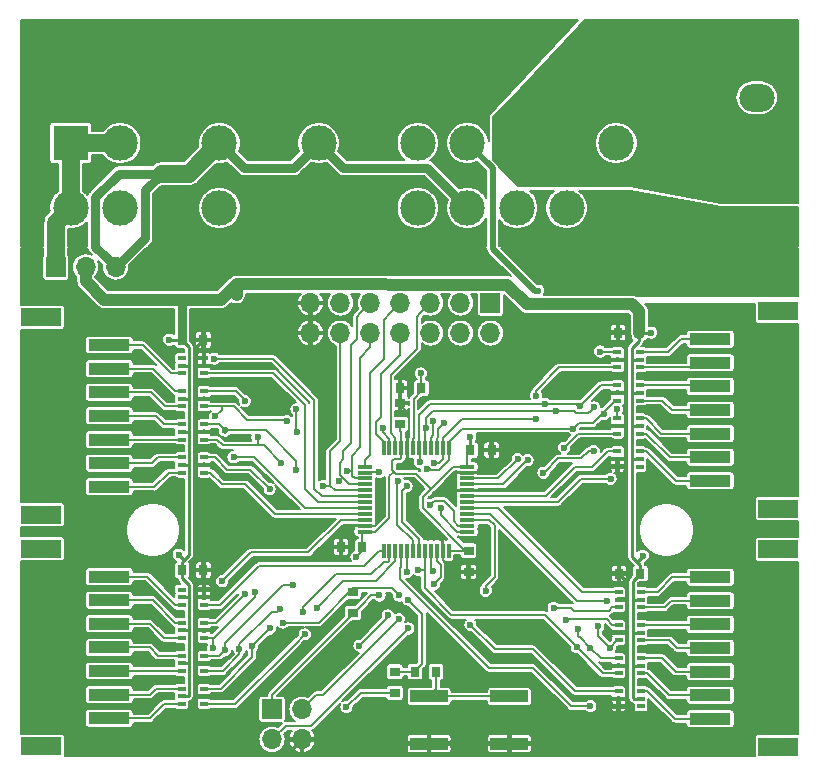
<source format=gbr>
G04 #@! TF.GenerationSoftware,KiCad,Pcbnew,(5.1.2)-2*
G04 #@! TF.CreationDate,2019-09-22T20:07:18+01:00*
G04 #@! TF.ProjectId,LEDPanelControllerV2,4c454450-616e-4656-9c43-6f6e74726f6c,rev?*
G04 #@! TF.SameCoordinates,Original*
G04 #@! TF.FileFunction,Copper,L1,Top*
G04 #@! TF.FilePolarity,Positive*
%FSLAX46Y46*%
G04 Gerber Fmt 4.6, Leading zero omitted, Abs format (unit mm)*
G04 Created by KiCad (PCBNEW (5.1.2)-2) date 2019-09-22 20:07:18*
%MOMM*%
%LPD*%
G04 APERTURE LIST*
%ADD10R,0.900000X0.800000*%
%ADD11R,0.650000X0.400000*%
%ADD12R,3.200000X1.000000*%
%ADD13R,0.800000X0.900000*%
%ADD14R,1.700000X1.700000*%
%ADD15O,1.700000X1.700000*%
%ADD16R,3.000000X2.350000*%
%ADD17O,3.000000X2.350000*%
%ADD18R,3.000000X3.000000*%
%ADD19C,3.000000*%
%ADD20R,0.300000X1.300000*%
%ADD21R,1.300000X0.300000*%
%ADD22R,3.500000X1.000000*%
%ADD23R,3.400000X1.500000*%
%ADD24C,0.600000*%
%ADD25C,0.200000*%
%ADD26C,0.800000*%
%ADD27C,0.250000*%
%ADD28C,1.500000*%
%ADD29C,1.000000*%
%ADD30C,0.500000*%
G04 APERTURE END LIST*
D10*
X141850000Y-106050000D03*
X141850000Y-104250000D03*
D11*
X164250000Y-92350000D03*
X164250000Y-93650000D03*
X166150000Y-93000000D03*
X164250000Y-93000000D03*
X166150000Y-93650000D03*
X166150000Y-92350000D03*
X164250000Y-89550000D03*
X164250000Y-90850000D03*
X166150000Y-90200000D03*
X164250000Y-90200000D03*
X166150000Y-90850000D03*
X166150000Y-89550000D03*
X164250000Y-86750000D03*
X164250000Y-88050000D03*
X166150000Y-87400000D03*
X164250000Y-87400000D03*
X166150000Y-88050000D03*
X166150000Y-86750000D03*
X164250000Y-83950000D03*
X164250000Y-85250000D03*
X166150000Y-84600000D03*
X164250000Y-84600000D03*
X166150000Y-85250000D03*
X166150000Y-83950000D03*
X164350000Y-112650000D03*
X164350000Y-113950000D03*
X166250000Y-113300000D03*
X164350000Y-113300000D03*
X166250000Y-113950000D03*
X166250000Y-112650000D03*
X164350000Y-109850000D03*
X164350000Y-111150000D03*
X166250000Y-110500000D03*
X164350000Y-110500000D03*
X166250000Y-111150000D03*
X166250000Y-109850000D03*
X164350000Y-107050000D03*
X164350000Y-108350000D03*
X166250000Y-107700000D03*
X164350000Y-107700000D03*
X166250000Y-108350000D03*
X166250000Y-107050000D03*
X164350000Y-104250000D03*
X164350000Y-105550000D03*
X166250000Y-104900000D03*
X164350000Y-104900000D03*
X166250000Y-105550000D03*
X166250000Y-104250000D03*
D12*
X148300000Y-117100000D03*
X155100000Y-117100000D03*
X155100000Y-113100000D03*
X148300000Y-113100000D03*
D13*
X147100000Y-111000000D03*
X148900000Y-111000000D03*
D11*
X129250000Y-94150000D03*
X129250000Y-92850000D03*
X127350000Y-93500000D03*
X129250000Y-93500000D03*
X127350000Y-92850000D03*
X127350000Y-94150000D03*
X129250000Y-110950000D03*
X129250000Y-109650000D03*
X127350000Y-110300000D03*
X129250000Y-110300000D03*
X127350000Y-109650000D03*
X127350000Y-110950000D03*
X129250000Y-105350000D03*
X129250000Y-104050000D03*
X127350000Y-104700000D03*
X129250000Y-104700000D03*
X127350000Y-104050000D03*
X127350000Y-105350000D03*
X129250000Y-113750000D03*
X129250000Y-112450000D03*
X127350000Y-113100000D03*
X129250000Y-113100000D03*
X127350000Y-112450000D03*
X127350000Y-113750000D03*
X129250000Y-91350000D03*
X129250000Y-90050000D03*
X127350000Y-90700000D03*
X129250000Y-90700000D03*
X127350000Y-90050000D03*
X127350000Y-91350000D03*
X129250000Y-85750000D03*
X129250000Y-84450000D03*
X127350000Y-85100000D03*
X129250000Y-85100000D03*
X127350000Y-84450000D03*
X127350000Y-85750000D03*
X129250000Y-108150000D03*
X129250000Y-106850000D03*
X127350000Y-107500000D03*
X129250000Y-107500000D03*
X127350000Y-106850000D03*
X127350000Y-108150000D03*
X129250000Y-88550000D03*
X129250000Y-87250000D03*
X127350000Y-87900000D03*
X129250000Y-87900000D03*
X127350000Y-87250000D03*
X127350000Y-88550000D03*
D13*
X129200000Y-102400000D03*
X127400000Y-102400000D03*
X164300000Y-82300000D03*
X166100000Y-82300000D03*
X164400000Y-102700000D03*
X166200000Y-102700000D03*
X129200000Y-82900000D03*
X127400000Y-82900000D03*
D10*
X145400000Y-111000000D03*
X145400000Y-112800000D03*
D14*
X153500000Y-79800000D03*
D15*
X153500000Y-82340000D03*
X150960000Y-79800000D03*
X150960000Y-82340000D03*
X148420000Y-79800000D03*
X148420000Y-82340000D03*
X145880000Y-79800000D03*
X145880000Y-82340000D03*
X143340000Y-79800000D03*
X143340000Y-82340000D03*
X140800000Y-79800000D03*
X140800000Y-82340000D03*
X138260000Y-79800000D03*
X138260000Y-82340000D03*
D16*
X176050000Y-58450000D03*
D17*
X176050000Y-62410000D03*
D18*
X117950000Y-66250000D03*
D19*
X122150000Y-66250000D03*
X126350000Y-66250000D03*
X130550000Y-66250000D03*
X134750000Y-66250000D03*
X138950000Y-66250000D03*
X143150000Y-66250000D03*
X147350000Y-66250000D03*
X151550000Y-66250000D03*
X155750000Y-66250000D03*
X159950000Y-66250000D03*
X164150000Y-66250000D03*
X117950000Y-71750000D03*
X122150000Y-71750000D03*
X126350000Y-71750000D03*
X130550000Y-71750000D03*
X134750000Y-71750000D03*
X138950000Y-71750000D03*
X143150000Y-71750000D03*
X147350000Y-71750000D03*
X151550000Y-71750000D03*
X155750000Y-71750000D03*
X159950000Y-71750000D03*
X164150000Y-71750000D03*
D14*
X135000000Y-114200000D03*
D15*
X137540000Y-114200000D03*
X135000000Y-116740000D03*
X137540000Y-116740000D03*
D14*
X116700000Y-76750000D03*
D15*
X119240000Y-76750000D03*
X121780000Y-76750000D03*
D13*
X145850000Y-87000000D03*
X147650000Y-87000000D03*
D10*
X151650000Y-102550000D03*
X151650000Y-100750000D03*
X145850000Y-88250000D03*
X145850000Y-90050000D03*
D13*
X153600000Y-92250000D03*
X151800000Y-92250000D03*
X140850000Y-100450000D03*
X142650000Y-100450000D03*
D20*
X149950000Y-92050000D03*
X149450000Y-92050000D03*
X148950000Y-92050000D03*
X148450000Y-92050000D03*
X147950000Y-92050000D03*
X147450000Y-92050000D03*
X146950000Y-92050000D03*
X146450000Y-92050000D03*
X145950000Y-92050000D03*
X145450000Y-92050000D03*
X144950000Y-92050000D03*
X144450000Y-92050000D03*
D21*
X142850000Y-93650000D03*
X142850000Y-94150000D03*
X142850000Y-94650000D03*
X142850000Y-95150000D03*
X142850000Y-95650000D03*
X142850000Y-96150000D03*
X142850000Y-96650000D03*
X142850000Y-97150000D03*
X142850000Y-97650000D03*
X142850000Y-98150000D03*
X142850000Y-98650000D03*
X142850000Y-99150000D03*
D20*
X144450000Y-100750000D03*
X144950000Y-100750000D03*
X145450000Y-100750000D03*
X145950000Y-100750000D03*
X146450000Y-100750000D03*
X146950000Y-100750000D03*
X147450000Y-100750000D03*
X147950000Y-100750000D03*
X148450000Y-100750000D03*
X148950000Y-100750000D03*
X149450000Y-100750000D03*
X149950000Y-100750000D03*
D21*
X151550000Y-99150000D03*
X151550000Y-98650000D03*
X151550000Y-98150000D03*
X151550000Y-97650000D03*
X151550000Y-97150000D03*
X151550000Y-96650000D03*
X151550000Y-96150000D03*
X151550000Y-95650000D03*
X151550000Y-95150000D03*
X151550000Y-94650000D03*
X151550000Y-94150000D03*
X151550000Y-93650000D03*
D22*
X172125000Y-94850000D03*
X172125000Y-92850000D03*
X172125000Y-90850000D03*
X172125000Y-88850000D03*
X172125000Y-86850000D03*
X172125000Y-84850000D03*
X172125000Y-82850000D03*
D23*
X177875000Y-97200000D03*
X177875000Y-80500000D03*
D22*
X172125000Y-115000000D03*
X172125000Y-113000000D03*
X172125000Y-111000000D03*
X172125000Y-109000000D03*
X172125000Y-107000000D03*
X172125000Y-105000000D03*
X172125000Y-103000000D03*
D23*
X177875000Y-117350000D03*
X177875000Y-100650000D03*
D22*
X121225000Y-102950000D03*
X121225000Y-104950000D03*
X121225000Y-106950000D03*
X121225000Y-108950000D03*
X121225000Y-110950000D03*
X121225000Y-112950000D03*
X121225000Y-114950000D03*
D23*
X115475000Y-100600000D03*
X115475000Y-117300000D03*
D22*
X121225000Y-83350000D03*
X121225000Y-85350000D03*
X121225000Y-87350000D03*
X121225000Y-89350000D03*
X121225000Y-91350000D03*
X121225000Y-93350000D03*
X121225000Y-95350000D03*
D23*
X115475000Y-81000000D03*
X115475000Y-97700000D03*
D16*
X176050000Y-69150000D03*
D17*
X176050000Y-73110000D03*
D24*
X147199999Y-96254321D03*
X150300000Y-96150000D03*
X145900000Y-93600000D03*
X144300000Y-95300000D03*
X129050000Y-114750000D03*
X129400000Y-101000000D03*
X130300000Y-82900000D03*
X164100000Y-101200000D03*
X163300000Y-82300000D03*
X164150000Y-81150000D03*
X129200000Y-81900000D03*
X155000000Y-91400000D03*
X154600000Y-73800000D03*
X155600000Y-73800000D03*
X156600000Y-73800000D03*
X157600000Y-73800000D03*
X154600000Y-74800000D03*
X155600000Y-74800000D03*
X156600000Y-74800000D03*
X157600000Y-74800000D03*
X155600000Y-75800000D03*
X156600000Y-75800000D03*
X157600000Y-75800000D03*
X156600000Y-76800000D03*
X157600000Y-76800000D03*
X158600000Y-73800000D03*
X158600000Y-74800000D03*
X158600000Y-75800000D03*
X158600000Y-76800000D03*
X152800000Y-73800000D03*
X151800000Y-73800000D03*
X150800000Y-73800000D03*
X149800000Y-73800000D03*
X152800000Y-74800000D03*
X151800000Y-74800000D03*
X150800000Y-74800000D03*
X149800000Y-74800000D03*
X152800000Y-75800000D03*
X151800000Y-75800000D03*
X150800000Y-75800000D03*
X149800000Y-75800000D03*
X152800000Y-76800000D03*
X153800000Y-76800000D03*
X151800000Y-76800000D03*
X150800000Y-76800000D03*
X149800000Y-76800000D03*
X157600000Y-77800000D03*
X158600000Y-77800000D03*
X159600000Y-77800000D03*
X159600000Y-76800000D03*
X159600000Y-75800000D03*
X159600000Y-74800000D03*
X159600000Y-73800000D03*
X148800000Y-73800000D03*
X148800000Y-74800000D03*
X148800000Y-75800000D03*
X148800000Y-76800000D03*
X147600000Y-85750000D03*
X141325000Y-94050000D03*
X140675000Y-94900000D03*
X139350000Y-95275000D03*
X145750000Y-106550000D03*
X148700000Y-103600000D03*
X149300000Y-97150000D03*
X146550000Y-107350000D03*
X142400000Y-108800000D03*
X144800000Y-106250000D03*
X146450000Y-102550000D03*
X145650000Y-94850000D03*
X146400000Y-95300000D03*
X144100000Y-94100000D03*
X148400000Y-96900000D03*
X127100000Y-101100000D03*
X126300000Y-82900000D03*
X166400000Y-101200000D03*
X167100000Y-82300000D03*
X166100000Y-81400000D03*
X127400000Y-81650000D03*
X132000000Y-79100000D03*
X132000000Y-78200000D03*
X135808746Y-78208746D03*
X149550000Y-89950000D03*
X148650000Y-89800000D03*
X148750000Y-93300000D03*
X134800000Y-95550000D03*
X137075000Y-88800000D03*
X137125000Y-90675000D03*
X133325000Y-108875000D03*
X134825000Y-107350000D03*
X158850000Y-105600000D03*
X157350000Y-89600000D03*
X157350000Y-87625000D03*
X162250000Y-92325000D03*
X157987500Y-94162500D03*
X147500000Y-93250000D03*
X135775000Y-93325000D03*
X133775000Y-91175000D03*
X132250000Y-109125000D03*
X135700000Y-105675000D03*
X159875000Y-106600000D03*
X161050000Y-88525000D03*
X158150000Y-88350000D03*
X148100000Y-93850000D03*
X131000000Y-90575000D03*
X137062500Y-93937500D03*
X131050000Y-109150000D03*
X136750000Y-103675000D03*
X163625000Y-108975000D03*
X163075000Y-89200000D03*
X160500000Y-90425000D03*
X162625000Y-107174999D03*
X145750000Y-104550000D03*
X147400000Y-102400000D03*
X132700000Y-88100000D03*
X132700000Y-104450000D03*
X135900000Y-106850000D03*
X160800000Y-108925000D03*
X159750000Y-92050000D03*
X148050000Y-90350000D03*
X130200000Y-89400000D03*
X136262500Y-89787500D03*
X130000000Y-109000000D03*
X133550000Y-104225000D03*
X161950000Y-108975000D03*
X164225000Y-88800000D03*
X162275000Y-88625000D03*
X159025000Y-88950000D03*
X160925000Y-107375000D03*
X130100000Y-84500000D03*
X131750000Y-92850000D03*
X138775000Y-105600000D03*
X137775000Y-107850000D03*
X130775000Y-103350000D03*
X137625000Y-105950000D03*
X155800000Y-93025000D03*
X162775000Y-83900000D03*
X163675000Y-94675000D03*
X156650000Y-93100000D03*
X151800000Y-107050000D03*
X153100000Y-104150000D03*
X161950000Y-113925000D03*
X163325000Y-105025000D03*
X157525000Y-78750000D03*
X142150000Y-101300000D03*
X144100000Y-104550000D03*
X141300000Y-114000000D03*
X151800000Y-91100000D03*
X148600000Y-102500000D03*
X146500000Y-104900000D03*
X144425000Y-90400000D03*
D25*
X142000000Y-98650000D02*
X142850000Y-98650000D01*
X140850000Y-99800000D02*
X142000000Y-98650000D01*
X140850000Y-100450000D02*
X140850000Y-99800000D01*
X146450000Y-91200000D02*
X146450000Y-92050000D01*
X146600001Y-91049999D02*
X146450000Y-91200000D01*
X146600001Y-89200001D02*
X146600001Y-91049999D01*
X145900000Y-88500000D02*
X146600001Y-89200001D01*
X145850000Y-88500000D02*
X145900000Y-88500000D01*
X145850000Y-87200000D02*
X145850000Y-88500000D01*
X150850000Y-102650000D02*
X151500000Y-102650000D01*
X150509998Y-102650000D02*
X150850000Y-102650000D01*
X149450000Y-101590002D02*
X150509998Y-102650000D01*
X149450000Y-100750000D02*
X149450000Y-101590002D01*
X153600000Y-92900000D02*
X153600000Y-92250000D01*
X153600000Y-92950000D02*
X153600000Y-92900000D01*
X152400000Y-94150000D02*
X153600000Y-92950000D01*
X151550000Y-94150000D02*
X152400000Y-94150000D01*
D26*
X176050000Y-73110000D02*
X175690000Y-73110000D01*
D25*
X150700000Y-94150000D02*
X151550000Y-94150000D01*
X150599999Y-94250001D02*
X150700000Y-94150000D01*
X150709998Y-95650000D02*
X150599999Y-95540001D01*
X151550000Y-95650000D02*
X150709998Y-95650000D01*
X149450000Y-99900000D02*
X147050000Y-97500000D01*
X149450000Y-100750000D02*
X149450000Y-99900000D01*
X150599999Y-95540001D02*
X150599999Y-94700001D01*
X150599999Y-94700001D02*
X150599999Y-94250001D01*
X147195678Y-96250000D02*
X147199999Y-96254321D01*
X147050000Y-96250000D02*
X147195678Y-96250000D01*
X147050000Y-97500000D02*
X147050000Y-96250000D01*
X150599999Y-95850001D02*
X150599999Y-95540001D01*
X150300000Y-96150000D02*
X150599999Y-95850001D01*
X146450000Y-93050000D02*
X146450000Y-92050000D01*
X145900000Y-93600000D02*
X146450000Y-93050000D01*
X143690002Y-98650000D02*
X144250000Y-98090002D01*
X142850000Y-98650000D02*
X143690002Y-98650000D01*
X144250000Y-98090002D02*
X144250000Y-95350000D01*
X144250000Y-95350000D02*
X144300000Y-95300000D01*
D27*
X129200000Y-101700000D02*
X129200000Y-102400000D01*
X129200000Y-82900000D02*
X129200000Y-82950000D01*
X129200000Y-82950000D02*
X128599999Y-83550001D01*
X129200000Y-103100000D02*
X129200000Y-102400000D01*
X128599999Y-103700001D02*
X129200000Y-103100000D01*
X129250000Y-113100000D02*
X128675000Y-113100000D01*
X128675000Y-113100000D02*
X128599999Y-113024999D01*
X128599999Y-113024999D02*
X128599999Y-114299999D01*
X136690001Y-117589999D02*
X137540000Y-116740000D01*
X136364999Y-117915001D02*
X136690001Y-117589999D01*
X132215001Y-117915001D02*
X136364999Y-117915001D01*
X128599999Y-114299999D02*
X129050000Y-114750000D01*
X129050000Y-114750000D02*
X132215001Y-117915001D01*
X129000000Y-101400000D02*
X129400000Y-101000000D01*
X129000000Y-101500000D02*
X129000000Y-101400000D01*
X129000000Y-101500000D02*
X129200000Y-101700000D01*
X128599999Y-101099999D02*
X129000000Y-101500000D01*
X129200000Y-82900000D02*
X130300000Y-82900000D01*
X128674999Y-110299999D02*
X128599999Y-110299999D01*
X129250000Y-110300000D02*
X128674999Y-110299999D01*
X128599999Y-113024999D02*
X128599999Y-110299999D01*
X128599999Y-107575001D02*
X128599999Y-107600001D01*
X128675000Y-107500000D02*
X128599999Y-107575001D01*
X129250000Y-107500000D02*
X128675000Y-107500000D01*
X128599999Y-110299999D02*
X128599999Y-107600001D01*
X128599999Y-104624999D02*
X128599999Y-104599999D01*
X128675000Y-104700000D02*
X128599999Y-104624999D01*
X129250000Y-104700000D02*
X128675000Y-104700000D01*
X128599999Y-107600001D02*
X128599999Y-104599999D01*
X128599999Y-104599999D02*
X128599999Y-103700001D01*
X128599999Y-93424999D02*
X128599999Y-93400001D01*
X128675000Y-93500000D02*
X128599999Y-93424999D01*
X129250000Y-93500000D02*
X128675000Y-93500000D01*
X128599999Y-93400001D02*
X128599999Y-101099999D01*
X128599999Y-90775001D02*
X128599999Y-90799999D01*
X128675000Y-90700000D02*
X128599999Y-90775001D01*
X129250000Y-90700000D02*
X128675000Y-90700000D01*
X128599999Y-90799999D02*
X128599999Y-93400001D01*
X128599999Y-87975001D02*
X128599999Y-87999999D01*
X128675000Y-87900000D02*
X128599999Y-87975001D01*
X129250000Y-87900000D02*
X128675000Y-87900000D01*
X128599999Y-87999999D02*
X128599999Y-90799999D01*
X128674999Y-85099999D02*
X128599999Y-85099999D01*
X129250000Y-85100000D02*
X128674999Y-85099999D01*
X128599999Y-83550001D02*
X128599999Y-85099999D01*
X128599999Y-85099999D02*
X128599999Y-87999999D01*
X129250000Y-85100000D02*
X129250000Y-84450000D01*
X164400000Y-102000000D02*
X164400000Y-102700000D01*
X164300000Y-82300000D02*
X164300000Y-83000000D01*
X164300000Y-83000000D02*
X164900001Y-83600001D01*
X164925000Y-113300000D02*
X164350000Y-113300000D01*
X165000001Y-113224999D02*
X164925000Y-113300000D01*
X164400000Y-102700000D02*
X164400000Y-102750000D01*
X164400000Y-102750000D02*
X165000001Y-103350001D01*
X164350000Y-113300000D02*
X164350000Y-113950000D01*
X164650000Y-101750000D02*
X164100000Y-101200000D01*
X164650000Y-101750000D02*
X164400000Y-102000000D01*
X164900001Y-101499999D02*
X164650000Y-101750000D01*
X164300000Y-82300000D02*
X163300000Y-82300000D01*
X164925001Y-110499999D02*
X165000001Y-110499999D01*
X164350000Y-110500000D02*
X164925001Y-110499999D01*
X165000001Y-110499999D02*
X165000001Y-113224999D01*
X165000001Y-107624999D02*
X165000001Y-107600001D01*
X164925000Y-107700000D02*
X165000001Y-107624999D01*
X164350000Y-107700000D02*
X164925000Y-107700000D01*
X165000001Y-103350001D02*
X165000001Y-107600001D01*
X165000001Y-107600001D02*
X165000001Y-110499999D01*
X165000000Y-104900000D02*
X165000001Y-104899999D01*
X164350000Y-104900000D02*
X165000000Y-104900000D01*
X164825001Y-92999999D02*
X164900001Y-92999999D01*
X164250000Y-93000000D02*
X164825001Y-92999999D01*
X164900001Y-92999999D02*
X164900001Y-101499999D01*
X164250000Y-93650000D02*
X164250000Y-93000000D01*
X164900001Y-90275001D02*
X164900001Y-90300001D01*
X164825000Y-90200000D02*
X164900001Y-90275001D01*
X164250000Y-90200000D02*
X164825000Y-90200000D01*
X164900001Y-90300001D02*
X164900001Y-92999999D01*
X164900001Y-90099999D02*
X164900001Y-89499999D01*
X164900001Y-89499999D02*
X164900001Y-90300001D01*
X164900001Y-87324999D02*
X164900001Y-87299999D01*
X164825000Y-87400000D02*
X164900001Y-87324999D01*
X164250000Y-87400000D02*
X164825000Y-87400000D01*
X164900001Y-87299999D02*
X164900001Y-89499999D01*
X164900001Y-84675001D02*
X164900001Y-84700001D01*
X164825000Y-84600000D02*
X164900001Y-84675001D01*
X164250000Y-84600000D02*
X164825000Y-84600000D01*
X164900001Y-83600001D02*
X164900001Y-84700001D01*
X164900001Y-84700001D02*
X164900001Y-87299999D01*
X164300000Y-81300000D02*
X164150000Y-81150000D01*
X164300000Y-82300000D02*
X164300000Y-81300000D01*
X129200000Y-82900000D02*
X129200000Y-81900000D01*
D25*
X148300000Y-117100000D02*
X155100000Y-117100000D01*
X137540000Y-116740000D02*
X142040000Y-116740000D01*
X142400000Y-117100000D02*
X148300000Y-117100000D01*
X142040000Y-116740000D02*
X142400000Y-117100000D01*
D27*
X154150000Y-92250000D02*
X155000000Y-91400000D01*
X153600000Y-92250000D02*
X154150000Y-92250000D01*
D25*
X129250000Y-104700000D02*
X129250000Y-104050000D01*
X123175000Y-102950000D02*
X121225000Y-102950000D01*
X124425000Y-102950000D02*
X123175000Y-102950000D01*
X127350000Y-105350000D02*
X126825000Y-105350000D01*
X126825000Y-105350000D02*
X124425000Y-102950000D01*
X123175000Y-104950000D02*
X121225000Y-104950000D01*
X124925000Y-104950000D02*
X123175000Y-104950000D01*
X127350000Y-106850000D02*
X126825000Y-106850000D01*
X126825000Y-106850000D02*
X124925000Y-104950000D01*
X127350000Y-108150000D02*
X125850000Y-108150000D01*
X124650000Y-106950000D02*
X121225000Y-106950000D01*
X125850000Y-108150000D02*
X124650000Y-106950000D01*
X127350000Y-109650000D02*
X125350000Y-109650000D01*
X124650000Y-108950000D02*
X121225000Y-108950000D01*
X125350000Y-109650000D02*
X124650000Y-108950000D01*
X127350000Y-110950000D02*
X121225000Y-110950000D01*
X127350000Y-112450000D02*
X125150000Y-112450000D01*
X124650000Y-112950000D02*
X121225000Y-112950000D01*
X125150000Y-112450000D02*
X124650000Y-112950000D01*
X127350000Y-113750000D02*
X125850000Y-113750000D01*
X124650000Y-114950000D02*
X121225000Y-114950000D01*
X125850000Y-113750000D02*
X124650000Y-114950000D01*
X170175000Y-94850000D02*
X172125000Y-94850000D01*
X169175000Y-94850000D02*
X170175000Y-94850000D01*
X166150000Y-92350000D02*
X166675000Y-92350000D01*
X166675000Y-92350000D02*
X169175000Y-94850000D01*
X170175000Y-92850000D02*
X172125000Y-92850000D01*
X168675000Y-92850000D02*
X170175000Y-92850000D01*
X166150000Y-90850000D02*
X166675000Y-90850000D01*
X166675000Y-90850000D02*
X168675000Y-92850000D01*
X170175000Y-115000000D02*
X172125000Y-115000000D01*
X169125000Y-115000000D02*
X170175000Y-115000000D01*
X166250000Y-112650000D02*
X166775000Y-112650000D01*
X166775000Y-112650000D02*
X169125000Y-115000000D01*
X172125000Y-113000000D02*
X170875000Y-113000000D01*
X170175000Y-113000000D02*
X172125000Y-113000000D01*
X168625000Y-113000000D02*
X170175000Y-113000000D01*
X166250000Y-111150000D02*
X166775000Y-111150000D01*
X166775000Y-111150000D02*
X168625000Y-113000000D01*
X166250000Y-109850000D02*
X168050000Y-109850000D01*
X169200000Y-111000000D02*
X172125000Y-111000000D01*
X168050000Y-109850000D02*
X169200000Y-111000000D01*
X172125000Y-109000000D02*
X170875000Y-109000000D01*
X166250000Y-108350000D02*
X168650000Y-108350000D01*
X169300000Y-109000000D02*
X172125000Y-109000000D01*
X168650000Y-108350000D02*
X169300000Y-109000000D01*
X172125000Y-107000000D02*
X171130701Y-107000000D01*
X172075000Y-107050000D02*
X172125000Y-107000000D01*
X166250000Y-107050000D02*
X172075000Y-107050000D01*
X166250000Y-105550000D02*
X168250000Y-105550000D01*
X168800000Y-105000000D02*
X172125000Y-105000000D01*
X168250000Y-105550000D02*
X168800000Y-105000000D01*
X166250000Y-104250000D02*
X167650000Y-104250000D01*
X168900000Y-103000000D02*
X172125000Y-103000000D01*
X167650000Y-104250000D02*
X168900000Y-103000000D01*
X127350000Y-94150000D02*
X126250000Y-94150000D01*
X125050000Y-95350000D02*
X121225000Y-95350000D01*
X126250000Y-94150000D02*
X125050000Y-95350000D01*
X127350000Y-92850000D02*
X125350000Y-92850000D01*
X124850000Y-93350000D02*
X121225000Y-93350000D01*
X125350000Y-92850000D02*
X124850000Y-93350000D01*
X126825000Y-91350000D02*
X121225000Y-91350000D01*
X127350000Y-91350000D02*
X126825000Y-91350000D01*
X127350000Y-90050000D02*
X125850000Y-90050000D01*
X125150000Y-89350000D02*
X121225000Y-89350000D01*
X125850000Y-90050000D02*
X125150000Y-89350000D01*
X127350000Y-88550000D02*
X125950000Y-88550000D01*
X124750000Y-87350000D02*
X121225000Y-87350000D01*
X125950000Y-88550000D02*
X124750000Y-87350000D01*
X123175000Y-85350000D02*
X121225000Y-85350000D01*
X124925000Y-85350000D02*
X123175000Y-85350000D01*
X127350000Y-87250000D02*
X126825000Y-87250000D01*
X126825000Y-87250000D02*
X124925000Y-85350000D01*
X127350000Y-85750000D02*
X126450000Y-85750000D01*
X124050000Y-83350000D02*
X121225000Y-83350000D01*
X126450000Y-85750000D02*
X124050000Y-83350000D01*
X170175000Y-90850000D02*
X172125000Y-90850000D01*
X167975000Y-90850000D02*
X170175000Y-90850000D01*
X166150000Y-89550000D02*
X166675000Y-89550000D01*
X166675000Y-89550000D02*
X167975000Y-90850000D01*
X166150000Y-88050000D02*
X168050000Y-88050000D01*
X168850000Y-88850000D02*
X172125000Y-88850000D01*
X168050000Y-88050000D02*
X168850000Y-88850000D01*
X172025000Y-86750000D02*
X172125000Y-86850000D01*
X166150000Y-86750000D02*
X172025000Y-86750000D01*
X171725000Y-85250000D02*
X172125000Y-84850000D01*
X166150000Y-85250000D02*
X171725000Y-85250000D01*
X166150000Y-83950000D02*
X168550000Y-83950000D01*
X169650000Y-82850000D02*
X172125000Y-82850000D01*
X168550000Y-83950000D02*
X169650000Y-82850000D01*
D28*
X116700000Y-73000000D02*
X117950000Y-71750000D01*
X116700000Y-76750000D02*
X116700000Y-73000000D01*
X117950000Y-71750000D02*
X117950000Y-66250000D01*
X117950000Y-66250000D02*
X122150000Y-66250000D01*
D25*
X147650000Y-87250000D02*
X147650000Y-87200000D01*
X147000011Y-87899989D02*
X147650000Y-87250000D01*
X147000011Y-91215688D02*
X147000011Y-87899989D01*
X146950000Y-91265699D02*
X147000011Y-91215688D01*
X146950000Y-92050000D02*
X146950000Y-91265699D01*
X147650000Y-87000000D02*
X147650000Y-85800000D01*
X147650000Y-85800000D02*
X147600000Y-85750000D01*
X143340000Y-83542081D02*
X142450000Y-84432081D01*
X143340000Y-82340000D02*
X143340000Y-83542081D01*
X142450000Y-84432081D02*
X142450000Y-92025000D01*
X142450000Y-92025000D02*
X141750000Y-92725000D01*
X141350000Y-94025000D02*
X141325000Y-94050000D01*
X141750000Y-94025000D02*
X141350000Y-94025000D01*
X141750000Y-92725000D02*
X141750000Y-94025000D01*
X142000000Y-94650000D02*
X142850000Y-94650000D01*
X141750000Y-94025000D02*
X141750000Y-94400000D01*
X141750000Y-94400000D02*
X142000000Y-94650000D01*
X142490001Y-80649999D02*
X143340000Y-79800000D01*
X142189999Y-82810001D02*
X142189999Y-80950001D01*
X142189999Y-80950001D02*
X142490001Y-80649999D01*
X140724999Y-94338001D02*
X140724999Y-93300001D01*
X141600000Y-95150000D02*
X141536998Y-95150000D01*
X142850000Y-95150000D02*
X141600000Y-95150000D01*
X140724999Y-93300001D02*
X141025000Y-93000000D01*
X141775000Y-83225000D02*
X142189999Y-82810001D01*
X141700000Y-91675000D02*
X141025000Y-92350000D01*
X141700000Y-83300000D02*
X141700000Y-91675000D01*
X141025000Y-93000000D02*
X141025000Y-92350000D01*
X141700000Y-83300000D02*
X141775000Y-83225000D01*
X140930999Y-94644001D02*
X140675000Y-94900000D01*
X141030999Y-94644001D02*
X140930999Y-94644001D01*
X141030999Y-94644001D02*
X140724999Y-94338001D01*
X141536998Y-95150000D02*
X141030999Y-94644001D01*
X142850000Y-95650000D02*
X140325000Y-95650000D01*
X140800000Y-91450000D02*
X140800000Y-82340000D01*
X139925000Y-92325000D02*
X140800000Y-91450000D01*
X140325000Y-95650000D02*
X139925000Y-95250000D01*
X139925000Y-95250000D02*
X139925000Y-92325000D01*
X139925000Y-95250000D02*
X139375000Y-95250000D01*
X139375000Y-95250000D02*
X139350000Y-95275000D01*
X148950000Y-101600000D02*
X148950000Y-100750000D01*
X148950000Y-101655701D02*
X148950000Y-101600000D01*
X149272149Y-101977850D02*
X148950000Y-101655701D01*
X138765000Y-112975000D02*
X137540000Y-114200000D01*
X139325000Y-112975000D02*
X138765000Y-112975000D01*
X145425000Y-106875000D02*
X145750000Y-106550000D01*
X139325000Y-112975000D02*
X145425000Y-106875000D01*
X149272149Y-103027851D02*
X149272149Y-102327851D01*
X149272149Y-102327851D02*
X149272149Y-101977850D01*
X149125000Y-103175000D02*
X148700000Y-103600000D01*
X149125000Y-103175000D02*
X149272149Y-103027851D01*
X135000000Y-116740000D02*
X136150001Y-115589999D01*
X136150001Y-115589999D02*
X138310001Y-115589999D01*
X150700000Y-99150000D02*
X151550000Y-99150000D01*
X149300000Y-97750000D02*
X150700000Y-99150000D01*
X149300000Y-97150000D02*
X149300000Y-97750000D01*
X146425000Y-107475000D02*
X146550000Y-107350000D01*
X138310001Y-115589999D02*
X146425000Y-107475000D01*
X147570001Y-80649999D02*
X148420000Y-79800000D01*
X147269999Y-80950001D02*
X147570001Y-80649999D01*
X147269999Y-83655001D02*
X147269999Y-82305001D01*
X147269999Y-82305001D02*
X147269999Y-80950001D01*
X145450000Y-91200000D02*
X145050000Y-90800000D01*
X145450000Y-92050000D02*
X145450000Y-91200000D01*
X145050000Y-85875000D02*
X145312500Y-85612500D01*
X145050000Y-90800000D02*
X145050000Y-85875000D01*
X145312500Y-85612500D02*
X147269999Y-83655001D01*
X144450000Y-91550000D02*
X144450000Y-92050000D01*
X143824999Y-89875001D02*
X143824999Y-90924999D01*
X143824999Y-90924999D02*
X144450000Y-91550000D01*
X145880000Y-83670000D02*
X145880000Y-84195000D01*
X145880000Y-82340000D02*
X145880000Y-83670000D01*
X144237500Y-85837500D02*
X144237500Y-89462500D01*
X145880000Y-84195000D02*
X144237500Y-85837500D01*
X144237500Y-89462500D02*
X143824999Y-89875001D01*
X145030001Y-80649999D02*
X145880000Y-79800000D01*
X144490001Y-81189999D02*
X145030001Y-80649999D01*
X144490001Y-83309999D02*
X144490001Y-81189999D01*
X142850000Y-93125000D02*
X142850000Y-93650000D01*
X143325000Y-92650000D02*
X142850000Y-93125000D01*
X144490001Y-83934999D02*
X144490001Y-84559999D01*
X144490001Y-83309999D02*
X144490001Y-83934999D01*
X143325000Y-85725000D02*
X143325000Y-86450000D01*
X144490001Y-84559999D02*
X143325000Y-85725000D01*
X143325000Y-86450000D02*
X143325000Y-92650000D01*
X142400000Y-108800000D02*
X144800000Y-106400000D01*
X144800000Y-106400000D02*
X144800000Y-106250000D01*
X146450000Y-100750000D02*
X146450000Y-102550000D01*
X146950000Y-99900000D02*
X145600000Y-98550000D01*
X146950000Y-100750000D02*
X146950000Y-99900000D01*
X145600000Y-98550000D02*
X145600000Y-94900000D01*
X145600000Y-94900000D02*
X145650000Y-94850000D01*
X147450000Y-100750000D02*
X147450000Y-99800000D01*
X147450000Y-99800000D02*
X146000000Y-98350000D01*
X146000000Y-98350000D02*
X146000000Y-95750000D01*
X146000000Y-95750000D02*
X146000000Y-95700000D01*
X146000000Y-95700000D02*
X146400000Y-95300000D01*
X143675736Y-94100000D02*
X143675735Y-94100001D01*
X144100000Y-94100000D02*
X143675736Y-94100000D01*
X142900000Y-94100000D02*
X142850000Y-94150000D01*
X143675736Y-94100000D02*
X142900000Y-94100000D01*
X150765698Y-98650000D02*
X151550000Y-98650000D01*
X150400000Y-98284302D02*
X150765698Y-98650000D01*
X150400000Y-97361998D02*
X150400000Y-98284302D01*
X149588001Y-96549999D02*
X150400000Y-97361998D01*
X148750001Y-96549999D02*
X149588001Y-96549999D01*
X148400000Y-96900000D02*
X148750001Y-96549999D01*
D27*
X127400000Y-101700000D02*
X127400000Y-102400000D01*
X127400000Y-82950000D02*
X128000000Y-83550000D01*
X127400000Y-82900000D02*
X127400000Y-82950000D01*
X127925000Y-113100000D02*
X127350000Y-113100000D01*
X128000001Y-113024999D02*
X127925000Y-113100000D01*
X127400000Y-102400000D02*
X127400000Y-103100000D01*
X127400000Y-103100000D02*
X128000001Y-103700001D01*
X127100000Y-101100000D02*
X127550000Y-101550000D01*
X128000000Y-101100000D02*
X127550000Y-101550000D01*
X127550000Y-101550000D02*
X127400000Y-101700000D01*
X126300000Y-82900000D02*
X127400000Y-82900000D01*
X127925001Y-110300001D02*
X128000001Y-110300001D01*
X127350000Y-110300000D02*
X127925001Y-110300001D01*
X127925001Y-107499999D02*
X128000001Y-107499999D01*
X127350000Y-107500000D02*
X127925001Y-107499999D01*
X127925001Y-104699999D02*
X128000001Y-104699999D01*
X127350000Y-104700000D02*
X127925001Y-104699999D01*
X128000001Y-103700001D02*
X128000001Y-104699999D01*
X128000001Y-104699999D02*
X128000001Y-113024999D01*
X128000000Y-93575000D02*
X128000000Y-93600000D01*
X127925000Y-93500000D02*
X128000000Y-93575000D01*
X127350000Y-93500000D02*
X127925000Y-93500000D01*
X128000000Y-93600000D02*
X128000000Y-101100000D01*
X128000000Y-90775000D02*
X128000000Y-90800000D01*
X127925000Y-90700000D02*
X128000000Y-90775000D01*
X127350000Y-90700000D02*
X127925000Y-90700000D01*
X128000000Y-90800000D02*
X128000000Y-93600000D01*
X127350000Y-87900000D02*
X128000000Y-87900000D01*
X128000000Y-87900000D02*
X128000000Y-90800000D01*
X128000000Y-85175000D02*
X128000000Y-85200000D01*
X127925000Y-85100000D02*
X128000000Y-85175000D01*
X127350000Y-85100000D02*
X127925000Y-85100000D01*
X128000000Y-83550000D02*
X128000000Y-85200000D01*
X128000000Y-85200000D02*
X128000000Y-87900000D01*
X166100000Y-83000000D02*
X166100000Y-82300000D01*
X165499999Y-83600001D02*
X166100000Y-83000000D01*
X166200000Y-102700000D02*
X166200000Y-102000000D01*
X165675000Y-113300000D02*
X166250000Y-113300000D01*
X165599999Y-113224999D02*
X165675000Y-113300000D01*
X166200000Y-102700000D02*
X166200000Y-102750000D01*
X166200000Y-102750000D02*
X165599999Y-103350001D01*
X165950000Y-101650000D02*
X165850000Y-101650000D01*
X166400000Y-101200000D02*
X165950000Y-101650000D01*
X166200000Y-102000000D02*
X165850000Y-101650000D01*
X165850000Y-101650000D02*
X165499999Y-101299999D01*
X167100000Y-82300000D02*
X166100000Y-82300000D01*
X165674999Y-110500001D02*
X165599999Y-110500001D01*
X166250000Y-110500000D02*
X165674999Y-110500001D01*
X165599999Y-110500001D02*
X165599999Y-113224999D01*
X165599999Y-107775001D02*
X165599999Y-107800001D01*
X165675000Y-107700000D02*
X165599999Y-107775001D01*
X166250000Y-107700000D02*
X165675000Y-107700000D01*
X165599999Y-107800001D02*
X165599999Y-110500001D01*
X165674999Y-104900001D02*
X165599999Y-104900001D01*
X166250000Y-104900000D02*
X165674999Y-104900001D01*
X165599999Y-103350001D02*
X165599999Y-104900001D01*
X165599999Y-104900001D02*
X165599999Y-107800001D01*
X165500000Y-93000000D02*
X165499999Y-93000001D01*
X166150000Y-93000000D02*
X165500000Y-93000000D01*
X165574999Y-90200001D02*
X165499999Y-90200001D01*
X166150000Y-90200000D02*
X165574999Y-90200001D01*
X165499999Y-101299999D02*
X165499999Y-90200001D01*
X165499999Y-87324999D02*
X165499999Y-87299999D01*
X165575000Y-87400000D02*
X165499999Y-87324999D01*
X166150000Y-87400000D02*
X165575000Y-87400000D01*
X165499999Y-90200001D02*
X165499999Y-87299999D01*
X165499999Y-87299999D02*
X165499999Y-83600001D01*
X165574999Y-84599999D02*
X165499999Y-84599999D01*
X166150000Y-84600000D02*
X165574999Y-84599999D01*
D29*
X119240000Y-77952081D02*
X120787919Y-79500000D01*
X119240000Y-76750000D02*
X119240000Y-77952081D01*
X166100000Y-81400000D02*
X166100000Y-82300000D01*
D26*
X127400000Y-81650000D02*
X127400000Y-79500000D01*
X127400000Y-82900000D02*
X127400000Y-81650000D01*
D29*
X120787919Y-79500000D02*
X127400000Y-79500000D01*
X127400000Y-79500000D02*
X130700000Y-79500000D01*
X165500000Y-79900000D02*
X166100000Y-80500000D01*
X166100000Y-80500000D02*
X166100000Y-81400000D01*
X131950001Y-78249999D02*
X130700000Y-79500000D01*
X156560002Y-79900000D02*
X163850000Y-79900000D01*
X163850000Y-79900000D02*
X165500000Y-79900000D01*
X153775001Y-78249999D02*
X154910001Y-78249999D01*
X154910001Y-78249999D02*
X156560002Y-79900000D01*
X132000000Y-78299998D02*
X131950001Y-78249999D01*
X132000000Y-79100000D02*
X132000000Y-78299998D01*
X132000000Y-78200000D02*
X131950001Y-78249999D01*
X153775001Y-78249999D02*
X135808746Y-78208746D01*
X135808746Y-78208746D02*
X132000000Y-78200000D01*
D26*
X132049999Y-67749999D02*
X130550000Y-66250000D01*
X132650001Y-68350001D02*
X132049999Y-67749999D01*
X136849999Y-68350001D02*
X132650001Y-68350001D01*
X138950000Y-66250000D02*
X136849999Y-68350001D01*
X140449999Y-67749999D02*
X138950000Y-66250000D01*
X141050001Y-68350001D02*
X140449999Y-67749999D01*
X148150001Y-68350001D02*
X141050001Y-68350001D01*
X151550000Y-71750000D02*
X148150001Y-68350001D01*
X124250000Y-74280000D02*
X124080000Y-74450000D01*
X124250000Y-70250000D02*
X124250000Y-74280000D01*
X125650000Y-68850000D02*
X124250000Y-70250000D01*
X124250000Y-74280000D02*
X121780000Y-76750000D01*
D28*
X127950000Y-68850000D02*
X125650000Y-68850000D01*
X130550000Y-66250000D02*
X127950000Y-68850000D01*
D26*
X120930001Y-75900001D02*
X121780000Y-76750000D01*
X120050000Y-75020000D02*
X120930001Y-75900001D01*
X120050000Y-70850000D02*
X120050000Y-75020000D01*
X125650000Y-68850000D02*
X122050000Y-68850000D01*
X122050000Y-68850000D02*
X120050000Y-70850000D01*
D25*
X149050010Y-90449990D02*
X149550000Y-89950000D01*
X149050010Y-91165689D02*
X149050010Y-90449990D01*
X148950000Y-92050000D02*
X148950000Y-91265699D01*
X148950000Y-91265699D02*
X149050010Y-91165689D01*
X148650000Y-91000000D02*
X148650000Y-89800000D01*
X148450000Y-92050000D02*
X148450000Y-91200000D01*
X148450000Y-91200000D02*
X148650000Y-91000000D01*
X129775000Y-94150000D02*
X130775000Y-95150000D01*
X129250000Y-94150000D02*
X129775000Y-94150000D01*
X131950000Y-95150000D02*
X132750000Y-95150000D01*
X130775000Y-95150000D02*
X131950000Y-95150000D01*
X135250000Y-97650000D02*
X134250000Y-96650000D01*
X137150000Y-97650000D02*
X135250000Y-97650000D01*
X132750000Y-95150000D02*
X134250000Y-96650000D01*
X137150000Y-97650000D02*
X142850000Y-97650000D01*
X149450000Y-92900000D02*
X149450000Y-92050000D01*
X149450000Y-93024264D02*
X149450000Y-92900000D01*
X149174264Y-93300000D02*
X149450000Y-93024264D01*
X148750000Y-93300000D02*
X149174264Y-93300000D01*
X149450000Y-92050000D02*
X149450000Y-91209998D01*
X149450000Y-91209998D02*
X151059263Y-89600735D01*
X151059263Y-89600735D02*
X157199265Y-89600735D01*
X133150000Y-93900000D02*
X134800000Y-95550000D01*
X130150000Y-92850000D02*
X131200000Y-93900000D01*
X131200000Y-93900000D02*
X133150000Y-93900000D01*
X129250000Y-92850000D02*
X130150000Y-92850000D01*
X137075000Y-90625000D02*
X137125000Y-90675000D01*
X137075000Y-88800000D02*
X137075000Y-90625000D01*
X130650000Y-112450000D02*
X129250000Y-112450000D01*
X133325000Y-109775000D02*
X130650000Y-112450000D01*
X133325000Y-108875000D02*
X133325000Y-109775000D01*
X133325000Y-108850000D02*
X133325000Y-108875000D01*
X134825000Y-107350000D02*
X133325000Y-108850000D01*
X163825000Y-105550000D02*
X163525000Y-105850000D01*
X164350000Y-105550000D02*
X163825000Y-105550000D01*
X163525000Y-105850000D02*
X160575000Y-105850000D01*
X160325000Y-105600000D02*
X158850000Y-105600000D01*
X160575000Y-105850000D02*
X160325000Y-105600000D01*
X157199265Y-89600735D02*
X157349265Y-89600735D01*
X157349265Y-89600735D02*
X157350000Y-89600000D01*
X163725000Y-85250000D02*
X164250000Y-85250000D01*
X159300736Y-85250000D02*
X163725000Y-85250000D01*
X157350000Y-87625000D02*
X157350000Y-87200736D01*
X157350000Y-87200736D02*
X159300736Y-85250000D01*
X161825736Y-92325000D02*
X161200736Y-92950000D01*
X162250000Y-92325000D02*
X161825736Y-92325000D01*
X161200736Y-92950000D02*
X159225000Y-92950000D01*
X158012500Y-94162500D02*
X157987500Y-94162500D01*
X159225000Y-92950000D02*
X158012500Y-94162500D01*
X147500000Y-92100000D02*
X147450000Y-92050000D01*
X147500000Y-93250000D02*
X147500000Y-92100000D01*
X135763002Y-93325000D02*
X135775000Y-93325000D01*
X129250000Y-91350000D02*
X130325000Y-91350000D01*
X134288002Y-91850000D02*
X135763002Y-93325000D01*
X130325000Y-91350000D02*
X130825000Y-91850000D01*
X133775000Y-91599264D02*
X133775000Y-91850000D01*
X133775000Y-91175000D02*
X133775000Y-91599264D01*
X130825000Y-91850000D02*
X133775000Y-91850000D01*
X133775000Y-91850000D02*
X134288002Y-91850000D01*
X129775000Y-110950000D02*
X129250000Y-110950000D01*
X130849264Y-110950000D02*
X129775000Y-110950000D01*
X132250000Y-109125000D02*
X132250000Y-109549264D01*
X132250000Y-109549264D02*
X130849264Y-110950000D01*
X132250000Y-108700736D02*
X132250000Y-109125000D01*
X134975737Y-105974999D02*
X132250000Y-108700736D01*
X135700000Y-105675000D02*
X135400001Y-105974999D01*
X135400001Y-105974999D02*
X134975737Y-105974999D01*
X164350000Y-107050000D02*
X163825000Y-107050000D01*
X163825000Y-107050000D02*
X163349999Y-106574999D01*
X163349999Y-106574999D02*
X159900001Y-106574999D01*
X159900001Y-106574999D02*
X159875000Y-106600000D01*
X164250000Y-86750000D02*
X162825000Y-86750000D01*
X162825000Y-86750000D02*
X161050000Y-88525000D01*
X160925000Y-88525000D02*
X161050000Y-88525000D01*
X160750000Y-88350000D02*
X160925000Y-88525000D01*
X147450000Y-92050000D02*
X147450000Y-89250000D01*
X147450000Y-89250000D02*
X148350000Y-88350000D01*
X158150000Y-88350000D02*
X160750000Y-88350000D01*
X148350000Y-88350000D02*
X158150000Y-88350000D01*
X149950000Y-92900000D02*
X149950000Y-92050000D01*
X149950000Y-93089962D02*
X149950000Y-92900000D01*
X149139961Y-93900001D02*
X149950000Y-93089962D01*
X148461999Y-93900001D02*
X149139961Y-93900001D01*
X148411998Y-93850000D02*
X148461999Y-93900001D01*
X148100000Y-93850000D02*
X148411998Y-93850000D01*
X151075000Y-90425000D02*
X152525000Y-90425000D01*
X149950000Y-91550000D02*
X151075000Y-90425000D01*
X149950000Y-92050000D02*
X149950000Y-91550000D01*
X152525000Y-90425000D02*
X155725000Y-90425000D01*
X130250000Y-90050000D02*
X129250000Y-90050000D01*
X131000000Y-90575000D02*
X131000000Y-90800000D01*
X130475000Y-90050000D02*
X131000000Y-90575000D01*
X129250000Y-90050000D02*
X130475000Y-90050000D01*
X131000000Y-90575000D02*
X134475000Y-90575000D01*
X137062500Y-93162500D02*
X137062500Y-93937500D01*
X134475000Y-90575000D02*
X137062500Y-93162500D01*
X129250000Y-109650000D02*
X130550000Y-109650000D01*
X130550000Y-109650000D02*
X131050000Y-109150000D01*
X131050000Y-108575000D02*
X131050000Y-109150000D01*
X136750000Y-103675000D02*
X135950000Y-103675000D01*
X135950000Y-103675000D02*
X131050000Y-108575000D01*
X164350000Y-108350000D02*
X164250000Y-108350000D01*
X164250000Y-108350000D02*
X163625000Y-108975000D01*
X155725000Y-90425000D02*
X160275000Y-90425000D01*
X160275000Y-90425000D02*
X160500000Y-90425000D01*
X160500000Y-90425000D02*
X160974990Y-89950010D01*
X164075000Y-88050000D02*
X164250000Y-88050000D01*
X161800010Y-89950010D02*
X162174990Y-89950010D01*
X160974990Y-89950010D02*
X161800010Y-89950010D01*
X163012500Y-89137500D02*
X163075000Y-89200000D01*
X163012500Y-89112500D02*
X163012500Y-89137500D01*
X163012500Y-89112500D02*
X164075000Y-88050000D01*
X162174990Y-89950010D02*
X163012500Y-89112500D01*
X162625000Y-107599263D02*
X162625000Y-107975000D01*
X162625000Y-107174999D02*
X162625000Y-107599263D01*
X163625000Y-108975000D02*
X162625000Y-107975000D01*
X147950000Y-101600000D02*
X147950000Y-100750000D01*
X147950000Y-103950000D02*
X150200000Y-106200000D01*
X147950000Y-103150000D02*
X147950000Y-103950000D01*
X147950000Y-101750000D02*
X147950000Y-101600000D01*
X147900000Y-102400000D02*
X147950000Y-102350000D01*
X147400000Y-102400000D02*
X147900000Y-102400000D01*
X147950000Y-103150000D02*
X147950000Y-102350000D01*
X147950000Y-102350000D02*
X147950000Y-101750000D01*
X145750000Y-104550000D02*
X145150000Y-103950000D01*
X132700000Y-88011998D02*
X132700000Y-88100000D01*
X131938002Y-87250000D02*
X132700000Y-88011998D01*
X130000000Y-87250000D02*
X131938002Y-87250000D01*
X129250000Y-87250000D02*
X130000000Y-87250000D01*
X138950000Y-106850000D02*
X141850000Y-103950000D01*
X145150000Y-103950000D02*
X141850000Y-103950000D01*
X130300000Y-106850000D02*
X132700000Y-104450000D01*
X129250000Y-106850000D02*
X130300000Y-106850000D01*
X135900000Y-106850000D02*
X138950000Y-106850000D01*
X163025000Y-111150000D02*
X164350000Y-111150000D01*
X160800000Y-108925000D02*
X163025000Y-111150000D01*
X158075000Y-106200000D02*
X160800000Y-108925000D01*
X157075000Y-106200000D02*
X158075000Y-106200000D01*
X150200000Y-106200000D02*
X157075000Y-106200000D01*
X160950000Y-90850000D02*
X164250000Y-90850000D01*
X159750000Y-92050000D02*
X160950000Y-90850000D01*
X147950000Y-90450000D02*
X147950000Y-92050000D01*
X148050000Y-90350000D02*
X147950000Y-90450000D01*
X130250000Y-88550000D02*
X129250000Y-88550000D01*
X130750000Y-88850000D02*
X130750000Y-88550000D01*
X130200000Y-89400000D02*
X130750000Y-88850000D01*
X130250000Y-88550000D02*
X130750000Y-88550000D01*
X136150000Y-89675000D02*
X136262500Y-89787500D01*
X130750000Y-88550000D02*
X131750000Y-88550000D01*
X131750000Y-88550000D02*
X132875000Y-89675000D01*
X132875000Y-89675000D02*
X136150000Y-89675000D01*
X130000000Y-109000000D02*
X130000000Y-108200000D01*
X129950000Y-108150000D02*
X129250000Y-108150000D01*
X130000000Y-108200000D02*
X129950000Y-108150000D01*
X130000000Y-108199264D02*
X130000000Y-108200000D01*
X133550000Y-104225000D02*
X133550000Y-104649264D01*
X133550000Y-104649264D02*
X130000000Y-108199264D01*
X164350000Y-109850000D02*
X162825000Y-109850000D01*
X162825000Y-109850000D02*
X161950000Y-108975000D01*
X161975001Y-88924999D02*
X162275000Y-88625000D01*
X148050000Y-90350000D02*
X148050000Y-89550000D01*
X148050000Y-89550000D02*
X148650000Y-88950000D01*
X160586998Y-88950000D02*
X160761999Y-89125001D01*
X160761999Y-89125001D02*
X161774999Y-89125001D01*
X161774999Y-89125001D02*
X161975001Y-88924999D01*
X164250000Y-89550000D02*
X164250000Y-88825000D01*
X164250000Y-88825000D02*
X164225000Y-88800000D01*
X159025000Y-88950000D02*
X160586998Y-88950000D01*
X148650000Y-88950000D02*
X159025000Y-88950000D01*
X161125000Y-108150000D02*
X161950000Y-108975000D01*
X160925000Y-107375000D02*
X160925000Y-107950000D01*
X160925000Y-107950000D02*
X161125000Y-108150000D01*
X135050000Y-84500000D02*
X130100000Y-84500000D01*
X136812500Y-86262500D02*
X135050000Y-84500000D01*
X139625000Y-96150000D02*
X139200000Y-96150000D01*
X142850000Y-96150000D02*
X139625000Y-96150000D01*
X139200000Y-96150000D02*
X138575000Y-95525000D01*
X138575000Y-88025000D02*
X137462500Y-86912500D01*
X138575000Y-95525000D02*
X138575000Y-88025000D01*
X137462500Y-86912500D02*
X136812500Y-86262500D01*
X138050000Y-97150000D02*
X142850000Y-97150000D01*
X131750000Y-92850000D02*
X133500000Y-92850000D01*
X135700000Y-95050000D02*
X137800000Y-97150000D01*
X137800000Y-97150000D02*
X138050000Y-97150000D01*
X133500000Y-92850000D02*
X135700000Y-95050000D01*
X145450000Y-101665699D02*
X145450000Y-101600000D01*
X143765699Y-103350000D02*
X145450000Y-101665699D01*
X145450000Y-101600000D02*
X145450000Y-100750000D01*
X141025000Y-103350000D02*
X138775000Y-105600000D01*
X141275000Y-103350000D02*
X141025000Y-103350000D01*
X141275000Y-103350000D02*
X143765699Y-103350000D01*
X131875000Y-113750000D02*
X129250000Y-113750000D01*
X136912500Y-108712500D02*
X137775000Y-107850000D01*
X136912500Y-108712500D02*
X131875000Y-113750000D01*
X144100000Y-100750000D02*
X144450000Y-100750000D01*
X142800000Y-102050000D02*
X144100000Y-100750000D01*
X133900000Y-102050000D02*
X135150000Y-102050000D01*
X130600000Y-105350000D02*
X133900000Y-102050000D01*
X129250000Y-105350000D02*
X130600000Y-105350000D01*
X135150000Y-102050000D02*
X142800000Y-102050000D01*
X142000000Y-98150000D02*
X142850000Y-98150000D01*
X140850000Y-98150000D02*
X142000000Y-98150000D01*
X132162500Y-101962500D02*
X130775000Y-103350000D01*
X133212500Y-100912500D02*
X138087500Y-100912500D01*
X132162500Y-101962500D02*
X133212500Y-100912500D01*
X138087500Y-100912500D02*
X140850000Y-98150000D01*
X144849999Y-101700001D02*
X144950000Y-101600000D01*
X144950000Y-101600000D02*
X144950000Y-100750000D01*
X143399992Y-102750008D02*
X144449999Y-101700001D01*
X144449999Y-101700001D02*
X144849999Y-101700001D01*
X137625000Y-105525016D02*
X137625000Y-105950000D01*
X140400008Y-102750008D02*
X137625000Y-105525016D01*
X140400008Y-102750008D02*
X143399992Y-102750008D01*
X153750000Y-94650000D02*
X151550000Y-94650000D01*
X153750000Y-94650000D02*
X154175000Y-94650000D01*
X154175000Y-94650000D02*
X155800000Y-93025000D01*
X164200000Y-83900000D02*
X164250000Y-83950000D01*
X162775000Y-83900000D02*
X164200000Y-83900000D01*
X154000000Y-96150000D02*
X158175000Y-96150000D01*
X154000000Y-96150000D02*
X151550000Y-96150000D01*
X164250000Y-92350000D02*
X163450000Y-92350000D01*
X162100000Y-93700000D02*
X160625000Y-93700000D01*
X163450000Y-92350000D02*
X162100000Y-93700000D01*
X158175000Y-96150000D02*
X160625000Y-93700000D01*
X154250000Y-96650000D02*
X159175000Y-96650000D01*
X154250000Y-96650000D02*
X151550000Y-96650000D01*
X159175000Y-96650000D02*
X161150000Y-94675000D01*
X161150000Y-94675000D02*
X163675000Y-94675000D01*
X152400000Y-95150000D02*
X151550000Y-95150000D01*
X154200000Y-95150000D02*
X151550000Y-95150000D01*
X156613002Y-93100000D02*
X156650000Y-93100000D01*
X154200000Y-95150000D02*
X154563002Y-95150000D01*
X154563002Y-95150000D02*
X156613002Y-93100000D01*
X161258272Y-104250000D02*
X164350000Y-104250000D01*
X151550000Y-97150000D02*
X154158272Y-97150000D01*
X154158272Y-97150000D02*
X161258272Y-104250000D01*
X153400000Y-98150000D02*
X151550000Y-98150000D01*
X153850000Y-98600000D02*
X153400000Y-98150000D01*
X153850000Y-109100000D02*
X151800000Y-107050000D01*
X153850000Y-102975736D02*
X153850000Y-102550000D01*
X153100000Y-103725736D02*
X153850000Y-102975736D01*
X153100000Y-104150000D02*
X153100000Y-103725736D01*
X153850000Y-102550000D02*
X153850000Y-98600000D01*
X153850000Y-109100000D02*
X157075000Y-109100000D01*
X160625000Y-112650000D02*
X164350000Y-112650000D01*
X157075000Y-109100000D02*
X160625000Y-112650000D01*
X145849999Y-102261999D02*
X145849999Y-103199999D01*
X145950000Y-100750000D02*
X145950000Y-102161998D01*
X145950000Y-102161998D02*
X145849999Y-102261999D01*
X153350000Y-110700000D02*
X147950000Y-105300000D01*
X145849999Y-103199999D02*
X147950000Y-105300000D01*
X147950000Y-105300000D02*
X148200000Y-105550000D01*
X155900000Y-110700000D02*
X157100000Y-110700000D01*
X155900000Y-110700000D02*
X153350000Y-110700000D01*
X160325000Y-113925000D02*
X161950000Y-113925000D01*
X157100000Y-110700000D02*
X160325000Y-113925000D01*
X152400000Y-97650000D02*
X151550000Y-97650000D01*
X153465698Y-97650000D02*
X152400000Y-97650000D01*
X160350000Y-104534302D02*
X153465698Y-97650000D01*
X160350000Y-104534302D02*
X160865698Y-105050000D01*
X163300000Y-105050000D02*
X162975000Y-105050000D01*
X163325000Y-105025000D02*
X163300000Y-105050000D01*
X160865698Y-105050000D02*
X162975000Y-105050000D01*
X162975000Y-105050000D02*
X163200000Y-105050000D01*
X139300000Y-96650000D02*
X138900000Y-96650000D01*
X142850000Y-96650000D02*
X139300000Y-96650000D01*
X138900000Y-96650000D02*
X137825000Y-95575000D01*
X137825000Y-95575000D02*
X137825000Y-88450000D01*
X135125000Y-85750000D02*
X133825000Y-85750000D01*
X137825000Y-88450000D02*
X135125000Y-85750000D01*
X133825000Y-85750000D02*
X129250000Y-85750000D01*
D30*
X151550000Y-66250000D02*
X153700000Y-68400000D01*
X153700000Y-68400000D02*
X153700000Y-75200000D01*
X153700000Y-75200000D02*
X155700000Y-77200000D01*
X155700000Y-77200000D02*
X156850000Y-78350000D01*
X156850000Y-78350000D02*
X157250000Y-78750000D01*
X157250000Y-78750000D02*
X157525000Y-78750000D01*
D25*
X142650000Y-100450000D02*
X142650000Y-99350000D01*
X142650000Y-99350000D02*
X142850000Y-99150000D01*
X151400000Y-100750000D02*
X151500000Y-100850000D01*
X149950000Y-100750000D02*
X151400000Y-100750000D01*
X151550000Y-92500000D02*
X151800000Y-92250000D01*
X151550000Y-93650000D02*
X151550000Y-92500000D01*
X142650000Y-100450000D02*
X142650000Y-100800000D01*
X142650000Y-100800000D02*
X142150000Y-101300000D01*
X135000000Y-112950000D02*
X135000000Y-114200000D01*
X143400000Y-104550000D02*
X142625000Y-105325000D01*
X144100000Y-104550000D02*
X143400000Y-104550000D01*
X142625000Y-105325000D02*
X135000000Y-112950000D01*
X151650000Y-100750000D02*
X151361998Y-100750000D01*
X151361998Y-100750000D02*
X147799999Y-97188001D01*
X147799999Y-97188001D02*
X147799999Y-96200001D01*
X147188002Y-94250000D02*
X145500000Y-94250000D01*
X145150000Y-93900000D02*
X145150000Y-93200000D01*
X145150000Y-93200000D02*
X145349999Y-93000001D01*
X145950000Y-92900000D02*
X145950000Y-92050000D01*
X145849999Y-93000001D02*
X145950000Y-92900000D01*
X145349999Y-93000001D02*
X145849999Y-93000001D01*
X147799999Y-96200001D02*
X148225000Y-95775000D01*
X150350000Y-93650000D02*
X151550000Y-93650000D01*
X148080999Y-95130999D02*
X148475000Y-95525000D01*
X148069001Y-95130999D02*
X148080999Y-95130999D01*
X148475000Y-95525000D02*
X150350000Y-93650000D01*
X148225000Y-95775000D02*
X148475000Y-95525000D01*
X148069001Y-95130999D02*
X147188002Y-94250000D01*
X143755700Y-99150000D02*
X144950000Y-97955700D01*
X142850000Y-99150000D02*
X143755700Y-99150000D01*
X144950000Y-94450000D02*
X145325000Y-94075000D01*
X144950000Y-97955700D02*
X144950000Y-94450000D01*
X145500000Y-94250000D02*
X145325000Y-94075000D01*
X145325000Y-94075000D02*
X145150000Y-93900000D01*
X145950000Y-91200000D02*
X145950000Y-92050000D01*
X145950000Y-90750000D02*
X145950000Y-91200000D01*
X145850000Y-90050000D02*
X145850000Y-90650000D01*
X145850000Y-90650000D02*
X145950000Y-90750000D01*
X145400000Y-112800000D02*
X142500000Y-112800000D01*
X142500000Y-112800000D02*
X141300000Y-114000000D01*
D27*
X151800000Y-92250000D02*
X151800000Y-91100000D01*
D25*
X145400000Y-111000000D02*
X147100000Y-111000000D01*
X148450000Y-100750000D02*
X148450000Y-102350000D01*
X148450000Y-102350000D02*
X148600000Y-102500000D01*
X147100000Y-110950000D02*
X147100000Y-111000000D01*
X147700000Y-110350000D02*
X147100000Y-110950000D01*
X146500000Y-104900000D02*
X147700000Y-106100000D01*
X147700000Y-106100000D02*
X147700000Y-110350000D01*
X144425000Y-90740698D02*
X144425000Y-90400000D01*
X144950000Y-92050000D02*
X144950000Y-91265698D01*
X144950000Y-91265698D02*
X144425000Y-90740698D01*
X148900000Y-112500000D02*
X148300000Y-113100000D01*
X148900000Y-111000000D02*
X148900000Y-112500000D01*
X150100000Y-113100000D02*
X155100000Y-113100000D01*
X148300000Y-113100000D02*
X150100000Y-113100000D01*
G36*
X179575000Y-71300000D02*
G01*
X173058959Y-71300000D01*
X165317777Y-69901593D01*
X165300000Y-69900000D01*
X155792791Y-69900000D01*
X154234583Y-68267591D01*
X154210592Y-68188506D01*
X154186818Y-68144028D01*
X154159521Y-68092957D01*
X154108013Y-68030195D01*
X154108008Y-68030190D01*
X154090790Y-68009210D01*
X154069810Y-67991992D01*
X153750000Y-67672182D01*
X153750000Y-66072716D01*
X162350000Y-66072716D01*
X162350000Y-66427284D01*
X162419173Y-66775041D01*
X162554861Y-67102620D01*
X162751849Y-67397433D01*
X163002567Y-67648151D01*
X163297380Y-67845139D01*
X163624959Y-67980827D01*
X163972716Y-68050000D01*
X164327284Y-68050000D01*
X164675041Y-67980827D01*
X165002620Y-67845139D01*
X165297433Y-67648151D01*
X165548151Y-67397433D01*
X165745139Y-67102620D01*
X165880827Y-66775041D01*
X165950000Y-66427284D01*
X165950000Y-66072716D01*
X165880827Y-65724959D01*
X165745139Y-65397380D01*
X165548151Y-65102567D01*
X165297433Y-64851849D01*
X165002620Y-64654861D01*
X164675041Y-64519173D01*
X164327284Y-64450000D01*
X163972716Y-64450000D01*
X163624959Y-64519173D01*
X163297380Y-64654861D01*
X163002567Y-64851849D01*
X162751849Y-65102567D01*
X162554861Y-65397380D01*
X162419173Y-65724959D01*
X162350000Y-66072716D01*
X153750000Y-66072716D01*
X153750000Y-64039709D01*
X155286582Y-62410000D01*
X174242864Y-62410000D01*
X174271343Y-62699150D01*
X174355685Y-62977189D01*
X174492649Y-63233431D01*
X174676972Y-63458028D01*
X174901569Y-63642351D01*
X175157811Y-63779315D01*
X175435850Y-63863657D01*
X175652548Y-63885000D01*
X176447452Y-63885000D01*
X176664150Y-63863657D01*
X176942189Y-63779315D01*
X177198431Y-63642351D01*
X177423028Y-63458028D01*
X177607351Y-63233431D01*
X177744315Y-62977189D01*
X177828657Y-62699150D01*
X177857136Y-62410000D01*
X177828657Y-62120850D01*
X177744315Y-61842811D01*
X177607351Y-61586569D01*
X177423028Y-61361972D01*
X177198431Y-61177649D01*
X176942189Y-61040685D01*
X176664150Y-60956343D01*
X176447452Y-60935000D01*
X175652548Y-60935000D01*
X175435850Y-60956343D01*
X175157811Y-61040685D01*
X174901569Y-61177649D01*
X174676972Y-61361972D01*
X174492649Y-61586569D01*
X174355685Y-61842811D01*
X174271343Y-62120850D01*
X174242864Y-62410000D01*
X155286582Y-62410000D01*
X161495297Y-55825000D01*
X179575000Y-55825000D01*
X179575000Y-71300000D01*
X179575000Y-71300000D01*
G37*
X179575000Y-71300000D02*
X173058959Y-71300000D01*
X165317777Y-69901593D01*
X165300000Y-69900000D01*
X155792791Y-69900000D01*
X154234583Y-68267591D01*
X154210592Y-68188506D01*
X154186818Y-68144028D01*
X154159521Y-68092957D01*
X154108013Y-68030195D01*
X154108008Y-68030190D01*
X154090790Y-68009210D01*
X154069810Y-67991992D01*
X153750000Y-67672182D01*
X153750000Y-66072716D01*
X162350000Y-66072716D01*
X162350000Y-66427284D01*
X162419173Y-66775041D01*
X162554861Y-67102620D01*
X162751849Y-67397433D01*
X163002567Y-67648151D01*
X163297380Y-67845139D01*
X163624959Y-67980827D01*
X163972716Y-68050000D01*
X164327284Y-68050000D01*
X164675041Y-67980827D01*
X165002620Y-67845139D01*
X165297433Y-67648151D01*
X165548151Y-67397433D01*
X165745139Y-67102620D01*
X165880827Y-66775041D01*
X165950000Y-66427284D01*
X165950000Y-66072716D01*
X165880827Y-65724959D01*
X165745139Y-65397380D01*
X165548151Y-65102567D01*
X165297433Y-64851849D01*
X165002620Y-64654861D01*
X164675041Y-64519173D01*
X164327284Y-64450000D01*
X163972716Y-64450000D01*
X163624959Y-64519173D01*
X163297380Y-64654861D01*
X163002567Y-64851849D01*
X162751849Y-65102567D01*
X162554861Y-65397380D01*
X162419173Y-65724959D01*
X162350000Y-66072716D01*
X153750000Y-66072716D01*
X153750000Y-64039709D01*
X155286582Y-62410000D01*
X174242864Y-62410000D01*
X174271343Y-62699150D01*
X174355685Y-62977189D01*
X174492649Y-63233431D01*
X174676972Y-63458028D01*
X174901569Y-63642351D01*
X175157811Y-63779315D01*
X175435850Y-63863657D01*
X175652548Y-63885000D01*
X176447452Y-63885000D01*
X176664150Y-63863657D01*
X176942189Y-63779315D01*
X177198431Y-63642351D01*
X177423028Y-63458028D01*
X177607351Y-63233431D01*
X177744315Y-62977189D01*
X177828657Y-62699150D01*
X177857136Y-62410000D01*
X177828657Y-62120850D01*
X177744315Y-61842811D01*
X177607351Y-61586569D01*
X177423028Y-61361972D01*
X177198431Y-61177649D01*
X176942189Y-61040685D01*
X176664150Y-60956343D01*
X176447452Y-60935000D01*
X175652548Y-60935000D01*
X175435850Y-60956343D01*
X175157811Y-61040685D01*
X174901569Y-61177649D01*
X174676972Y-61361972D01*
X174492649Y-61586569D01*
X174355685Y-61842811D01*
X174271343Y-62120850D01*
X174242864Y-62410000D01*
X155286582Y-62410000D01*
X161495297Y-55825000D01*
X179575000Y-55825000D01*
X179575000Y-71300000D01*
G36*
X115650000Y-75676043D02*
G01*
X115636842Y-75686842D01*
X115599353Y-75732523D01*
X115571496Y-75784640D01*
X115554341Y-75841190D01*
X115548549Y-75900000D01*
X115548549Y-77600000D01*
X115554341Y-77658810D01*
X115571496Y-77715360D01*
X115599353Y-77767477D01*
X115636842Y-77813158D01*
X115682523Y-77850647D01*
X115734640Y-77878504D01*
X115791190Y-77895659D01*
X115850000Y-77901451D01*
X117550000Y-77901451D01*
X117608810Y-77895659D01*
X117665360Y-77878504D01*
X117717477Y-77850647D01*
X117763158Y-77813158D01*
X117800647Y-77767477D01*
X117828504Y-77715360D01*
X117845659Y-77658810D01*
X117851451Y-77600000D01*
X117851451Y-75900000D01*
X117845659Y-75841190D01*
X117828504Y-75784640D01*
X117800647Y-75732523D01*
X117763158Y-75686842D01*
X117750000Y-75676044D01*
X117750000Y-75150000D01*
X119359418Y-75150000D01*
X119360129Y-75157223D01*
X119400155Y-75289174D01*
X119465155Y-75410781D01*
X119480389Y-75429343D01*
X119552631Y-75517370D01*
X119579342Y-75539291D01*
X119768649Y-75728598D01*
X119682215Y-75682398D01*
X119465439Y-75616640D01*
X119296492Y-75600000D01*
X119183508Y-75600000D01*
X119014561Y-75616640D01*
X118797785Y-75682398D01*
X118598003Y-75789184D01*
X118422893Y-75932893D01*
X118279184Y-76108003D01*
X118172398Y-76307785D01*
X118106640Y-76524561D01*
X118084436Y-76750000D01*
X118106640Y-76975439D01*
X118172398Y-77192215D01*
X118279184Y-77391997D01*
X118422893Y-77567107D01*
X118440001Y-77581147D01*
X118440001Y-77912781D01*
X118436130Y-77952081D01*
X118451577Y-78108908D01*
X118497321Y-78259708D01*
X118571607Y-78398687D01*
X118626680Y-78465793D01*
X118671579Y-78520503D01*
X118702098Y-78545549D01*
X120194450Y-80037902D01*
X120219497Y-80068422D01*
X120250017Y-80093469D01*
X120341312Y-80168393D01*
X120479423Y-80242215D01*
X120480291Y-80242679D01*
X120631092Y-80288424D01*
X120748626Y-80300000D01*
X120748627Y-80300000D01*
X120787918Y-80303870D01*
X120827209Y-80300000D01*
X126700001Y-80300000D01*
X126700000Y-81684389D01*
X126700001Y-81684399D01*
X126700000Y-82435263D01*
X126698549Y-82450000D01*
X126698549Y-82450021D01*
X126682478Y-82433950D01*
X126584207Y-82368287D01*
X126475014Y-82323058D01*
X126359095Y-82300000D01*
X126240905Y-82300000D01*
X126124986Y-82323058D01*
X126015793Y-82368287D01*
X125917522Y-82433950D01*
X125833950Y-82517522D01*
X125768287Y-82615793D01*
X125723058Y-82724986D01*
X125700000Y-82840905D01*
X125700000Y-82959095D01*
X125723058Y-83075014D01*
X125768287Y-83184207D01*
X125833950Y-83282478D01*
X125917522Y-83366050D01*
X126015793Y-83431713D01*
X126124986Y-83476942D01*
X126240905Y-83500000D01*
X126359095Y-83500000D01*
X126475014Y-83476942D01*
X126584207Y-83431713D01*
X126682478Y-83366050D01*
X126698549Y-83349979D01*
X126698549Y-83350000D01*
X126704341Y-83408810D01*
X126721496Y-83465360D01*
X126749353Y-83517477D01*
X126786842Y-83563158D01*
X126832523Y-83600647D01*
X126884640Y-83628504D01*
X126941190Y-83645659D01*
X127000000Y-83651451D01*
X127500410Y-83651451D01*
X127575000Y-83726041D01*
X127575000Y-83948549D01*
X127025000Y-83948549D01*
X126966190Y-83954341D01*
X126909640Y-83971496D01*
X126857523Y-83999353D01*
X126811842Y-84036842D01*
X126774353Y-84082523D01*
X126746496Y-84134640D01*
X126729341Y-84191190D01*
X126723549Y-84250000D01*
X126723549Y-84650000D01*
X126729341Y-84708810D01*
X126746496Y-84765360D01*
X126751649Y-84775000D01*
X126746496Y-84784640D01*
X126729341Y-84841190D01*
X126723549Y-84900000D01*
X126723549Y-85300000D01*
X126728473Y-85350000D01*
X126615685Y-85350000D01*
X124346737Y-83081052D01*
X124334211Y-83065789D01*
X124273303Y-83015803D01*
X124203814Y-82978660D01*
X124128414Y-82955788D01*
X124069647Y-82950000D01*
X124069646Y-82950000D01*
X124050000Y-82948065D01*
X124030354Y-82950000D01*
X123276451Y-82950000D01*
X123276451Y-82850000D01*
X123270659Y-82791190D01*
X123253504Y-82734640D01*
X123225647Y-82682523D01*
X123188158Y-82636842D01*
X123142477Y-82599353D01*
X123090360Y-82571496D01*
X123033810Y-82554341D01*
X122975000Y-82548549D01*
X119475000Y-82548549D01*
X119416190Y-82554341D01*
X119359640Y-82571496D01*
X119307523Y-82599353D01*
X119261842Y-82636842D01*
X119224353Y-82682523D01*
X119196496Y-82734640D01*
X119179341Y-82791190D01*
X119173549Y-82850000D01*
X119173549Y-83850000D01*
X119179341Y-83908810D01*
X119196496Y-83965360D01*
X119224353Y-84017477D01*
X119261842Y-84063158D01*
X119307523Y-84100647D01*
X119359640Y-84128504D01*
X119416190Y-84145659D01*
X119475000Y-84151451D01*
X122975000Y-84151451D01*
X123033810Y-84145659D01*
X123090360Y-84128504D01*
X123142477Y-84100647D01*
X123188158Y-84063158D01*
X123225647Y-84017477D01*
X123253504Y-83965360D01*
X123270659Y-83908810D01*
X123276451Y-83850000D01*
X123276451Y-83750000D01*
X123884315Y-83750000D01*
X125158425Y-85024110D01*
X125148303Y-85015803D01*
X125078814Y-84978660D01*
X125003414Y-84955788D01*
X124944647Y-84950000D01*
X124944646Y-84950000D01*
X124925000Y-84948065D01*
X124905354Y-84950000D01*
X123276451Y-84950000D01*
X123276451Y-84850000D01*
X123270659Y-84791190D01*
X123253504Y-84734640D01*
X123225647Y-84682523D01*
X123188158Y-84636842D01*
X123142477Y-84599353D01*
X123090360Y-84571496D01*
X123033810Y-84554341D01*
X122975000Y-84548549D01*
X119475000Y-84548549D01*
X119416190Y-84554341D01*
X119359640Y-84571496D01*
X119307523Y-84599353D01*
X119261842Y-84636842D01*
X119224353Y-84682523D01*
X119196496Y-84734640D01*
X119179341Y-84791190D01*
X119173549Y-84850000D01*
X119173549Y-85850000D01*
X119179341Y-85908810D01*
X119196496Y-85965360D01*
X119224353Y-86017477D01*
X119261842Y-86063158D01*
X119307523Y-86100647D01*
X119359640Y-86128504D01*
X119416190Y-86145659D01*
X119475000Y-86151451D01*
X122975000Y-86151451D01*
X123033810Y-86145659D01*
X123090360Y-86128504D01*
X123142477Y-86100647D01*
X123188158Y-86063158D01*
X123225647Y-86017477D01*
X123253504Y-85965360D01*
X123270659Y-85908810D01*
X123276451Y-85850000D01*
X123276451Y-85750000D01*
X124759315Y-85750000D01*
X126528265Y-87518951D01*
X126540789Y-87534211D01*
X126556047Y-87546733D01*
X126556049Y-87546735D01*
X126586221Y-87571496D01*
X126601697Y-87584197D01*
X126671186Y-87621340D01*
X126729955Y-87639167D01*
X126729341Y-87641190D01*
X126723549Y-87700000D01*
X126723549Y-88100000D01*
X126728473Y-88150000D01*
X126115686Y-88150000D01*
X125046737Y-87081052D01*
X125034211Y-87065789D01*
X124973303Y-87015803D01*
X124903814Y-86978660D01*
X124828414Y-86955788D01*
X124769647Y-86950000D01*
X124769646Y-86950000D01*
X124750000Y-86948065D01*
X124730354Y-86950000D01*
X123276451Y-86950000D01*
X123276451Y-86850000D01*
X123270659Y-86791190D01*
X123253504Y-86734640D01*
X123225647Y-86682523D01*
X123188158Y-86636842D01*
X123142477Y-86599353D01*
X123090360Y-86571496D01*
X123033810Y-86554341D01*
X122975000Y-86548549D01*
X119475000Y-86548549D01*
X119416190Y-86554341D01*
X119359640Y-86571496D01*
X119307523Y-86599353D01*
X119261842Y-86636842D01*
X119224353Y-86682523D01*
X119196496Y-86734640D01*
X119179341Y-86791190D01*
X119173549Y-86850000D01*
X119173549Y-87850000D01*
X119179341Y-87908810D01*
X119196496Y-87965360D01*
X119224353Y-88017477D01*
X119261842Y-88063158D01*
X119307523Y-88100647D01*
X119359640Y-88128504D01*
X119416190Y-88145659D01*
X119475000Y-88151451D01*
X122975000Y-88151451D01*
X123033810Y-88145659D01*
X123090360Y-88128504D01*
X123142477Y-88100647D01*
X123188158Y-88063158D01*
X123225647Y-88017477D01*
X123253504Y-87965360D01*
X123270659Y-87908810D01*
X123276451Y-87850000D01*
X123276451Y-87750000D01*
X124584315Y-87750000D01*
X125653267Y-88818953D01*
X125665789Y-88834211D01*
X125681047Y-88846733D01*
X125681049Y-88846735D01*
X125692401Y-88856051D01*
X125726697Y-88884197D01*
X125796186Y-88921340D01*
X125871586Y-88944212D01*
X125930353Y-88950000D01*
X125930363Y-88950000D01*
X125949999Y-88951934D01*
X125969635Y-88950000D01*
X126801044Y-88950000D01*
X126811842Y-88963158D01*
X126857523Y-89000647D01*
X126909640Y-89028504D01*
X126966190Y-89045659D01*
X127025000Y-89051451D01*
X127575000Y-89051451D01*
X127575001Y-89548549D01*
X127025000Y-89548549D01*
X126966190Y-89554341D01*
X126909640Y-89571496D01*
X126857523Y-89599353D01*
X126811842Y-89636842D01*
X126801044Y-89650000D01*
X126015685Y-89650000D01*
X125446737Y-89081052D01*
X125434211Y-89065789D01*
X125373303Y-89015803D01*
X125303814Y-88978660D01*
X125228414Y-88955788D01*
X125169647Y-88950000D01*
X125169646Y-88950000D01*
X125150000Y-88948065D01*
X125130354Y-88950000D01*
X123276451Y-88950000D01*
X123276451Y-88850000D01*
X123270659Y-88791190D01*
X123253504Y-88734640D01*
X123225647Y-88682523D01*
X123188158Y-88636842D01*
X123142477Y-88599353D01*
X123090360Y-88571496D01*
X123033810Y-88554341D01*
X122975000Y-88548549D01*
X119475000Y-88548549D01*
X119416190Y-88554341D01*
X119359640Y-88571496D01*
X119307523Y-88599353D01*
X119261842Y-88636842D01*
X119224353Y-88682523D01*
X119196496Y-88734640D01*
X119179341Y-88791190D01*
X119173549Y-88850000D01*
X119173549Y-89850000D01*
X119179341Y-89908810D01*
X119196496Y-89965360D01*
X119224353Y-90017477D01*
X119261842Y-90063158D01*
X119307523Y-90100647D01*
X119359640Y-90128504D01*
X119416190Y-90145659D01*
X119475000Y-90151451D01*
X122975000Y-90151451D01*
X123033810Y-90145659D01*
X123090360Y-90128504D01*
X123142477Y-90100647D01*
X123188158Y-90063158D01*
X123225647Y-90017477D01*
X123253504Y-89965360D01*
X123270659Y-89908810D01*
X123276451Y-89850000D01*
X123276451Y-89750000D01*
X124984315Y-89750000D01*
X125553263Y-90318948D01*
X125565789Y-90334211D01*
X125626697Y-90384197D01*
X125696186Y-90421340D01*
X125771586Y-90444212D01*
X125830353Y-90450000D01*
X125830363Y-90450000D01*
X125849999Y-90451934D01*
X125869635Y-90450000D01*
X126728473Y-90450000D01*
X126723549Y-90500000D01*
X126723549Y-90900000D01*
X126728473Y-90950000D01*
X123276451Y-90950000D01*
X123276451Y-90850000D01*
X123270659Y-90791190D01*
X123253504Y-90734640D01*
X123225647Y-90682523D01*
X123188158Y-90636842D01*
X123142477Y-90599353D01*
X123090360Y-90571496D01*
X123033810Y-90554341D01*
X122975000Y-90548549D01*
X119475000Y-90548549D01*
X119416190Y-90554341D01*
X119359640Y-90571496D01*
X119307523Y-90599353D01*
X119261842Y-90636842D01*
X119224353Y-90682523D01*
X119196496Y-90734640D01*
X119179341Y-90791190D01*
X119173549Y-90850000D01*
X119173549Y-91850000D01*
X119179341Y-91908810D01*
X119196496Y-91965360D01*
X119224353Y-92017477D01*
X119261842Y-92063158D01*
X119307523Y-92100647D01*
X119359640Y-92128504D01*
X119416190Y-92145659D01*
X119475000Y-92151451D01*
X122975000Y-92151451D01*
X123033810Y-92145659D01*
X123090360Y-92128504D01*
X123142477Y-92100647D01*
X123188158Y-92063158D01*
X123225647Y-92017477D01*
X123253504Y-91965360D01*
X123270659Y-91908810D01*
X123276451Y-91850000D01*
X123276451Y-91750000D01*
X126801044Y-91750000D01*
X126811842Y-91763158D01*
X126857523Y-91800647D01*
X126909640Y-91828504D01*
X126966190Y-91845659D01*
X127025000Y-91851451D01*
X127575000Y-91851451D01*
X127575001Y-92348549D01*
X127025000Y-92348549D01*
X126966190Y-92354341D01*
X126909640Y-92371496D01*
X126857523Y-92399353D01*
X126811842Y-92436842D01*
X126801044Y-92450000D01*
X125369647Y-92450000D01*
X125350000Y-92448065D01*
X125330353Y-92450000D01*
X125271586Y-92455788D01*
X125196186Y-92478660D01*
X125126697Y-92515803D01*
X125081049Y-92553265D01*
X125081047Y-92553267D01*
X125065789Y-92565789D01*
X125053267Y-92581047D01*
X124684315Y-92950000D01*
X123276451Y-92950000D01*
X123276451Y-92850000D01*
X123270659Y-92791190D01*
X123253504Y-92734640D01*
X123225647Y-92682523D01*
X123188158Y-92636842D01*
X123142477Y-92599353D01*
X123090360Y-92571496D01*
X123033810Y-92554341D01*
X122975000Y-92548549D01*
X119475000Y-92548549D01*
X119416190Y-92554341D01*
X119359640Y-92571496D01*
X119307523Y-92599353D01*
X119261842Y-92636842D01*
X119224353Y-92682523D01*
X119196496Y-92734640D01*
X119179341Y-92791190D01*
X119173549Y-92850000D01*
X119173549Y-93850000D01*
X119179341Y-93908810D01*
X119196496Y-93965360D01*
X119224353Y-94017477D01*
X119261842Y-94063158D01*
X119307523Y-94100647D01*
X119359640Y-94128504D01*
X119416190Y-94145659D01*
X119475000Y-94151451D01*
X122975000Y-94151451D01*
X123033810Y-94145659D01*
X123090360Y-94128504D01*
X123142477Y-94100647D01*
X123188158Y-94063158D01*
X123225647Y-94017477D01*
X123253504Y-93965360D01*
X123270659Y-93908810D01*
X123276451Y-93850000D01*
X123276451Y-93750000D01*
X124830354Y-93750000D01*
X124850000Y-93751935D01*
X124869646Y-93750000D01*
X124869647Y-93750000D01*
X124928414Y-93744212D01*
X125003814Y-93721340D01*
X125073303Y-93684197D01*
X125134211Y-93634211D01*
X125146737Y-93618948D01*
X125515686Y-93250000D01*
X126728473Y-93250000D01*
X126723549Y-93300000D01*
X126723549Y-93700000D01*
X126728473Y-93750000D01*
X126269635Y-93750000D01*
X126249999Y-93748066D01*
X126230363Y-93750000D01*
X126230353Y-93750000D01*
X126171586Y-93755788D01*
X126096186Y-93778660D01*
X126026697Y-93815803D01*
X126019649Y-93821587D01*
X125981049Y-93853265D01*
X125981047Y-93853267D01*
X125965789Y-93865789D01*
X125953267Y-93881047D01*
X124884315Y-94950000D01*
X123276451Y-94950000D01*
X123276451Y-94850000D01*
X123270659Y-94791190D01*
X123253504Y-94734640D01*
X123225647Y-94682523D01*
X123188158Y-94636842D01*
X123142477Y-94599353D01*
X123090360Y-94571496D01*
X123033810Y-94554341D01*
X122975000Y-94548549D01*
X119475000Y-94548549D01*
X119416190Y-94554341D01*
X119359640Y-94571496D01*
X119307523Y-94599353D01*
X119261842Y-94636842D01*
X119224353Y-94682523D01*
X119196496Y-94734640D01*
X119179341Y-94791190D01*
X119173549Y-94850000D01*
X119173549Y-95850000D01*
X119179341Y-95908810D01*
X119196496Y-95965360D01*
X119224353Y-96017477D01*
X119261842Y-96063158D01*
X119307523Y-96100647D01*
X119359640Y-96128504D01*
X119416190Y-96145659D01*
X119475000Y-96151451D01*
X122975000Y-96151451D01*
X123033810Y-96145659D01*
X123090360Y-96128504D01*
X123142477Y-96100647D01*
X123188158Y-96063158D01*
X123225647Y-96017477D01*
X123253504Y-95965360D01*
X123270659Y-95908810D01*
X123276451Y-95850000D01*
X123276451Y-95750000D01*
X125030354Y-95750000D01*
X125050000Y-95751935D01*
X125069646Y-95750000D01*
X125069647Y-95750000D01*
X125128414Y-95744212D01*
X125203814Y-95721340D01*
X125273303Y-95684197D01*
X125334211Y-95634211D01*
X125346737Y-95618948D01*
X126415686Y-94550000D01*
X126801044Y-94550000D01*
X126811842Y-94563158D01*
X126857523Y-94600647D01*
X126909640Y-94628504D01*
X126966190Y-94645659D01*
X127025000Y-94651451D01*
X127575000Y-94651451D01*
X127575001Y-100730918D01*
X127566050Y-100717522D01*
X127482478Y-100633950D01*
X127384207Y-100568287D01*
X127275014Y-100523058D01*
X127159095Y-100500000D01*
X127040905Y-100500000D01*
X126924986Y-100523058D01*
X126815793Y-100568287D01*
X126717522Y-100633950D01*
X126633950Y-100717522D01*
X126568287Y-100815793D01*
X126523058Y-100924986D01*
X126500000Y-101040905D01*
X126500000Y-101159095D01*
X126523058Y-101275014D01*
X126568287Y-101384207D01*
X126633950Y-101482478D01*
X126717522Y-101566050D01*
X126815793Y-101631713D01*
X126900340Y-101666733D01*
X126884640Y-101671496D01*
X126832523Y-101699353D01*
X126786842Y-101736842D01*
X126749353Y-101782523D01*
X126721496Y-101834640D01*
X126704341Y-101891190D01*
X126698549Y-101950000D01*
X126698549Y-102850000D01*
X126704341Y-102908810D01*
X126721496Y-102965360D01*
X126749353Y-103017477D01*
X126786842Y-103063158D01*
X126832523Y-103100647D01*
X126884640Y-103128504D01*
X126941190Y-103145659D01*
X126977797Y-103149264D01*
X126981150Y-103183314D01*
X127004397Y-103259947D01*
X127005453Y-103263427D01*
X127044917Y-103337260D01*
X127098027Y-103401974D01*
X127114239Y-103415279D01*
X127247509Y-103548549D01*
X127025000Y-103548549D01*
X126966190Y-103554341D01*
X126909640Y-103571496D01*
X126857523Y-103599353D01*
X126811842Y-103636842D01*
X126774353Y-103682523D01*
X126746496Y-103734640D01*
X126729341Y-103791190D01*
X126723549Y-103850000D01*
X126723549Y-104250000D01*
X126729341Y-104308810D01*
X126746496Y-104365360D01*
X126751649Y-104375000D01*
X126746496Y-104384640D01*
X126729341Y-104441190D01*
X126723549Y-104500000D01*
X126723549Y-104682864D01*
X124721737Y-102681052D01*
X124709211Y-102665789D01*
X124648303Y-102615803D01*
X124578814Y-102578660D01*
X124503414Y-102555788D01*
X124444647Y-102550000D01*
X124444646Y-102550000D01*
X124425000Y-102548065D01*
X124405354Y-102550000D01*
X123276451Y-102550000D01*
X123276451Y-102450000D01*
X123270659Y-102391190D01*
X123253504Y-102334640D01*
X123225647Y-102282523D01*
X123188158Y-102236842D01*
X123142477Y-102199353D01*
X123090360Y-102171496D01*
X123033810Y-102154341D01*
X122975000Y-102148549D01*
X119475000Y-102148549D01*
X119416190Y-102154341D01*
X119359640Y-102171496D01*
X119307523Y-102199353D01*
X119261842Y-102236842D01*
X119224353Y-102282523D01*
X119196496Y-102334640D01*
X119179341Y-102391190D01*
X119173549Y-102450000D01*
X119173549Y-103450000D01*
X119179341Y-103508810D01*
X119196496Y-103565360D01*
X119224353Y-103617477D01*
X119261842Y-103663158D01*
X119307523Y-103700647D01*
X119359640Y-103728504D01*
X119416190Y-103745659D01*
X119475000Y-103751451D01*
X122975000Y-103751451D01*
X123033810Y-103745659D01*
X123090360Y-103728504D01*
X123142477Y-103700647D01*
X123188158Y-103663158D01*
X123225647Y-103617477D01*
X123253504Y-103565360D01*
X123270659Y-103508810D01*
X123276451Y-103450000D01*
X123276451Y-103350000D01*
X124259315Y-103350000D01*
X126528263Y-105618948D01*
X126540789Y-105634211D01*
X126594468Y-105678264D01*
X126601697Y-105684197D01*
X126671186Y-105721340D01*
X126746586Y-105744212D01*
X126800665Y-105749538D01*
X126811842Y-105763158D01*
X126857523Y-105800647D01*
X126909640Y-105828504D01*
X126966190Y-105845659D01*
X127025000Y-105851451D01*
X127575001Y-105851451D01*
X127575001Y-106348549D01*
X127025000Y-106348549D01*
X126966190Y-106354341D01*
X126911590Y-106370904D01*
X125221737Y-104681052D01*
X125209211Y-104665789D01*
X125148303Y-104615803D01*
X125078814Y-104578660D01*
X125003414Y-104555788D01*
X124944647Y-104550000D01*
X124944646Y-104550000D01*
X124925000Y-104548065D01*
X124905354Y-104550000D01*
X123276451Y-104550000D01*
X123276451Y-104450000D01*
X123270659Y-104391190D01*
X123253504Y-104334640D01*
X123225647Y-104282523D01*
X123188158Y-104236842D01*
X123142477Y-104199353D01*
X123090360Y-104171496D01*
X123033810Y-104154341D01*
X122975000Y-104148549D01*
X119475000Y-104148549D01*
X119416190Y-104154341D01*
X119359640Y-104171496D01*
X119307523Y-104199353D01*
X119261842Y-104236842D01*
X119224353Y-104282523D01*
X119196496Y-104334640D01*
X119179341Y-104391190D01*
X119173549Y-104450000D01*
X119173549Y-105450000D01*
X119179341Y-105508810D01*
X119196496Y-105565360D01*
X119224353Y-105617477D01*
X119261842Y-105663158D01*
X119307523Y-105700647D01*
X119359640Y-105728504D01*
X119416190Y-105745659D01*
X119475000Y-105751451D01*
X122975000Y-105751451D01*
X123033810Y-105745659D01*
X123090360Y-105728504D01*
X123142477Y-105700647D01*
X123188158Y-105663158D01*
X123225647Y-105617477D01*
X123253504Y-105565360D01*
X123270659Y-105508810D01*
X123276451Y-105450000D01*
X123276451Y-105350000D01*
X124759315Y-105350000D01*
X126528267Y-107118953D01*
X126540789Y-107134211D01*
X126556047Y-107146733D01*
X126556049Y-107146735D01*
X126601697Y-107184197D01*
X126671186Y-107221340D01*
X126729955Y-107239167D01*
X126729341Y-107241190D01*
X126723549Y-107300000D01*
X126723549Y-107700000D01*
X126728473Y-107750000D01*
X126015686Y-107750000D01*
X124946737Y-106681052D01*
X124934211Y-106665789D01*
X124873303Y-106615803D01*
X124803814Y-106578660D01*
X124728414Y-106555788D01*
X124669647Y-106550000D01*
X124669646Y-106550000D01*
X124650000Y-106548065D01*
X124630354Y-106550000D01*
X123276451Y-106550000D01*
X123276451Y-106450000D01*
X123270659Y-106391190D01*
X123253504Y-106334640D01*
X123225647Y-106282523D01*
X123188158Y-106236842D01*
X123142477Y-106199353D01*
X123090360Y-106171496D01*
X123033810Y-106154341D01*
X122975000Y-106148549D01*
X119475000Y-106148549D01*
X119416190Y-106154341D01*
X119359640Y-106171496D01*
X119307523Y-106199353D01*
X119261842Y-106236842D01*
X119224353Y-106282523D01*
X119196496Y-106334640D01*
X119179341Y-106391190D01*
X119173549Y-106450000D01*
X119173549Y-107450000D01*
X119179341Y-107508810D01*
X119196496Y-107565360D01*
X119224353Y-107617477D01*
X119261842Y-107663158D01*
X119307523Y-107700647D01*
X119359640Y-107728504D01*
X119416190Y-107745659D01*
X119475000Y-107751451D01*
X122975000Y-107751451D01*
X123033810Y-107745659D01*
X123090360Y-107728504D01*
X123142477Y-107700647D01*
X123188158Y-107663158D01*
X123225647Y-107617477D01*
X123253504Y-107565360D01*
X123270659Y-107508810D01*
X123276451Y-107450000D01*
X123276451Y-107350000D01*
X124484315Y-107350000D01*
X125553267Y-108418953D01*
X125565789Y-108434211D01*
X125581047Y-108446733D01*
X125581049Y-108446735D01*
X125603744Y-108465360D01*
X125626697Y-108484197D01*
X125696186Y-108521340D01*
X125771586Y-108544212D01*
X125830353Y-108550000D01*
X125830363Y-108550000D01*
X125849999Y-108551934D01*
X125869635Y-108550000D01*
X126801044Y-108550000D01*
X126811842Y-108563158D01*
X126857523Y-108600647D01*
X126909640Y-108628504D01*
X126966190Y-108645659D01*
X127025000Y-108651451D01*
X127575001Y-108651451D01*
X127575002Y-109148549D01*
X127025000Y-109148549D01*
X126966190Y-109154341D01*
X126909640Y-109171496D01*
X126857523Y-109199353D01*
X126811842Y-109236842D01*
X126801044Y-109250000D01*
X125515685Y-109250000D01*
X124946737Y-108681052D01*
X124934211Y-108665789D01*
X124873303Y-108615803D01*
X124803814Y-108578660D01*
X124728414Y-108555788D01*
X124669647Y-108550000D01*
X124669646Y-108550000D01*
X124650000Y-108548065D01*
X124630354Y-108550000D01*
X123276451Y-108550000D01*
X123276451Y-108450000D01*
X123270659Y-108391190D01*
X123253504Y-108334640D01*
X123225647Y-108282523D01*
X123188158Y-108236842D01*
X123142477Y-108199353D01*
X123090360Y-108171496D01*
X123033810Y-108154341D01*
X122975000Y-108148549D01*
X119475000Y-108148549D01*
X119416190Y-108154341D01*
X119359640Y-108171496D01*
X119307523Y-108199353D01*
X119261842Y-108236842D01*
X119224353Y-108282523D01*
X119196496Y-108334640D01*
X119179341Y-108391190D01*
X119173549Y-108450000D01*
X119173549Y-109450000D01*
X119179341Y-109508810D01*
X119196496Y-109565360D01*
X119224353Y-109617477D01*
X119261842Y-109663158D01*
X119307523Y-109700647D01*
X119359640Y-109728504D01*
X119416190Y-109745659D01*
X119475000Y-109751451D01*
X122975000Y-109751451D01*
X123033810Y-109745659D01*
X123090360Y-109728504D01*
X123142477Y-109700647D01*
X123188158Y-109663158D01*
X123225647Y-109617477D01*
X123253504Y-109565360D01*
X123270659Y-109508810D01*
X123276451Y-109450000D01*
X123276451Y-109350000D01*
X124484315Y-109350000D01*
X125053263Y-109918948D01*
X125065789Y-109934211D01*
X125126697Y-109984197D01*
X125196186Y-110021340D01*
X125271586Y-110044212D01*
X125330353Y-110050000D01*
X125330363Y-110050000D01*
X125349999Y-110051934D01*
X125369635Y-110050000D01*
X126728473Y-110050000D01*
X126723549Y-110100000D01*
X126723549Y-110500000D01*
X126728473Y-110550000D01*
X123276451Y-110550000D01*
X123276451Y-110450000D01*
X123270659Y-110391190D01*
X123253504Y-110334640D01*
X123225647Y-110282523D01*
X123188158Y-110236842D01*
X123142477Y-110199353D01*
X123090360Y-110171496D01*
X123033810Y-110154341D01*
X122975000Y-110148549D01*
X119475000Y-110148549D01*
X119416190Y-110154341D01*
X119359640Y-110171496D01*
X119307523Y-110199353D01*
X119261842Y-110236842D01*
X119224353Y-110282523D01*
X119196496Y-110334640D01*
X119179341Y-110391190D01*
X119173549Y-110450000D01*
X119173549Y-111450000D01*
X119179341Y-111508810D01*
X119196496Y-111565360D01*
X119224353Y-111617477D01*
X119261842Y-111663158D01*
X119307523Y-111700647D01*
X119359640Y-111728504D01*
X119416190Y-111745659D01*
X119475000Y-111751451D01*
X122975000Y-111751451D01*
X123033810Y-111745659D01*
X123090360Y-111728504D01*
X123142477Y-111700647D01*
X123188158Y-111663158D01*
X123225647Y-111617477D01*
X123253504Y-111565360D01*
X123270659Y-111508810D01*
X123276451Y-111450000D01*
X123276451Y-111350000D01*
X126801044Y-111350000D01*
X126811842Y-111363158D01*
X126857523Y-111400647D01*
X126909640Y-111428504D01*
X126966190Y-111445659D01*
X127025000Y-111451451D01*
X127575002Y-111451451D01*
X127575002Y-111948549D01*
X127025000Y-111948549D01*
X126966190Y-111954341D01*
X126909640Y-111971496D01*
X126857523Y-111999353D01*
X126811842Y-112036842D01*
X126801044Y-112050000D01*
X125169647Y-112050000D01*
X125150000Y-112048065D01*
X125071586Y-112055788D01*
X124996186Y-112078660D01*
X124926697Y-112115803D01*
X124881049Y-112153265D01*
X124881047Y-112153267D01*
X124865789Y-112165789D01*
X124853267Y-112181047D01*
X124484315Y-112550000D01*
X123276451Y-112550000D01*
X123276451Y-112450000D01*
X123270659Y-112391190D01*
X123253504Y-112334640D01*
X123225647Y-112282523D01*
X123188158Y-112236842D01*
X123142477Y-112199353D01*
X123090360Y-112171496D01*
X123033810Y-112154341D01*
X122975000Y-112148549D01*
X119475000Y-112148549D01*
X119416190Y-112154341D01*
X119359640Y-112171496D01*
X119307523Y-112199353D01*
X119261842Y-112236842D01*
X119224353Y-112282523D01*
X119196496Y-112334640D01*
X119179341Y-112391190D01*
X119173549Y-112450000D01*
X119173549Y-113450000D01*
X119179341Y-113508810D01*
X119196496Y-113565360D01*
X119224353Y-113617477D01*
X119261842Y-113663158D01*
X119307523Y-113700647D01*
X119359640Y-113728504D01*
X119416190Y-113745659D01*
X119475000Y-113751451D01*
X122975000Y-113751451D01*
X123033810Y-113745659D01*
X123090360Y-113728504D01*
X123142477Y-113700647D01*
X123188158Y-113663158D01*
X123225647Y-113617477D01*
X123253504Y-113565360D01*
X123270659Y-113508810D01*
X123276451Y-113450000D01*
X123276451Y-113350000D01*
X124630354Y-113350000D01*
X124650000Y-113351935D01*
X124669646Y-113350000D01*
X124669647Y-113350000D01*
X124728414Y-113344212D01*
X124803814Y-113321340D01*
X124873303Y-113284197D01*
X124934211Y-113234211D01*
X124946737Y-113218948D01*
X125315686Y-112850000D01*
X126728473Y-112850000D01*
X126723549Y-112900000D01*
X126723549Y-113300000D01*
X126728473Y-113350000D01*
X125869635Y-113350000D01*
X125849999Y-113348066D01*
X125830363Y-113350000D01*
X125830353Y-113350000D01*
X125771586Y-113355788D01*
X125696186Y-113378660D01*
X125626697Y-113415803D01*
X125626695Y-113415804D01*
X125626696Y-113415804D01*
X125581049Y-113453265D01*
X125581047Y-113453267D01*
X125565789Y-113465789D01*
X125553267Y-113481047D01*
X124484315Y-114550000D01*
X123276451Y-114550000D01*
X123276451Y-114450000D01*
X123270659Y-114391190D01*
X123253504Y-114334640D01*
X123225647Y-114282523D01*
X123188158Y-114236842D01*
X123142477Y-114199353D01*
X123090360Y-114171496D01*
X123033810Y-114154341D01*
X122975000Y-114148549D01*
X119475000Y-114148549D01*
X119416190Y-114154341D01*
X119359640Y-114171496D01*
X119307523Y-114199353D01*
X119261842Y-114236842D01*
X119224353Y-114282523D01*
X119196496Y-114334640D01*
X119179341Y-114391190D01*
X119173549Y-114450000D01*
X119173549Y-115450000D01*
X119179341Y-115508810D01*
X119196496Y-115565360D01*
X119224353Y-115617477D01*
X119261842Y-115663158D01*
X119307523Y-115700647D01*
X119359640Y-115728504D01*
X119416190Y-115745659D01*
X119475000Y-115751451D01*
X122975000Y-115751451D01*
X123033810Y-115745659D01*
X123090360Y-115728504D01*
X123142477Y-115700647D01*
X123188158Y-115663158D01*
X123225647Y-115617477D01*
X123253504Y-115565360D01*
X123270659Y-115508810D01*
X123276451Y-115450000D01*
X123276451Y-115350000D01*
X124630354Y-115350000D01*
X124650000Y-115351935D01*
X124669646Y-115350000D01*
X124669647Y-115350000D01*
X124728414Y-115344212D01*
X124803814Y-115321340D01*
X124873303Y-115284197D01*
X124934211Y-115234211D01*
X124946737Y-115218948D01*
X126015686Y-114150000D01*
X126801044Y-114150000D01*
X126811842Y-114163158D01*
X126857523Y-114200647D01*
X126909640Y-114228504D01*
X126966190Y-114245659D01*
X127025000Y-114251451D01*
X127675000Y-114251451D01*
X127733810Y-114245659D01*
X127790360Y-114228504D01*
X127842477Y-114200647D01*
X127888158Y-114163158D01*
X127925647Y-114117477D01*
X127953504Y-114065360D01*
X127970659Y-114008810D01*
X127976451Y-113950000D01*
X127976451Y-113550000D01*
X127973719Y-113522257D01*
X128008314Y-113518850D01*
X128088427Y-113494548D01*
X128162260Y-113455084D01*
X128226974Y-113401974D01*
X128240284Y-113385756D01*
X128285757Y-113340283D01*
X128301975Y-113326973D01*
X128355085Y-113262259D01*
X128394549Y-113188426D01*
X128418851Y-113108313D01*
X128425001Y-113045873D01*
X128425001Y-113045866D01*
X128427056Y-113025000D01*
X128425001Y-113004133D01*
X128425001Y-110320875D01*
X128427057Y-110300001D01*
X128425001Y-110279127D01*
X128425001Y-107520873D01*
X128427057Y-107499999D01*
X128425001Y-107479125D01*
X128425001Y-104720873D01*
X128427057Y-104699999D01*
X128425001Y-104679125D01*
X128425001Y-104250000D01*
X128623548Y-104250000D01*
X128629340Y-104308810D01*
X128646495Y-104365361D01*
X128651647Y-104375000D01*
X128646495Y-104384639D01*
X128629340Y-104441190D01*
X128623548Y-104500000D01*
X128625000Y-104525000D01*
X128700000Y-104600000D01*
X129150000Y-104600000D01*
X129150000Y-104150000D01*
X129350000Y-104150000D01*
X129350000Y-104600000D01*
X129800000Y-104600000D01*
X129875000Y-104525000D01*
X129876452Y-104500000D01*
X129870660Y-104441190D01*
X129853505Y-104384639D01*
X129848353Y-104375000D01*
X129853505Y-104365361D01*
X129870660Y-104308810D01*
X129876452Y-104250000D01*
X129875000Y-104225000D01*
X129800000Y-104150000D01*
X129350000Y-104150000D01*
X129150000Y-104150000D01*
X128700000Y-104150000D01*
X128625000Y-104225000D01*
X128623548Y-104250000D01*
X128425001Y-104250000D01*
X128425001Y-103850000D01*
X128623548Y-103850000D01*
X128625000Y-103875000D01*
X128700000Y-103950000D01*
X129150000Y-103950000D01*
X129150000Y-103625000D01*
X129350000Y-103625000D01*
X129350000Y-103950000D01*
X129800000Y-103950000D01*
X129875000Y-103875000D01*
X129876452Y-103850000D01*
X129870660Y-103791190D01*
X129853505Y-103734639D01*
X129825648Y-103682522D01*
X129788159Y-103636841D01*
X129742478Y-103599352D01*
X129690361Y-103571495D01*
X129633810Y-103554340D01*
X129575000Y-103548548D01*
X129425000Y-103550000D01*
X129350000Y-103625000D01*
X129150000Y-103625000D01*
X129075000Y-103550000D01*
X128925000Y-103548548D01*
X128866190Y-103554340D01*
X128809639Y-103571495D01*
X128757522Y-103599352D01*
X128711841Y-103636841D01*
X128674352Y-103682522D01*
X128646495Y-103734639D01*
X128629340Y-103791190D01*
X128623548Y-103850000D01*
X128425001Y-103850000D01*
X128425001Y-103720875D01*
X128427057Y-103700001D01*
X128418851Y-103616687D01*
X128394549Y-103536574D01*
X128393278Y-103534196D01*
X128355085Y-103462741D01*
X128301975Y-103398027D01*
X128285759Y-103384719D01*
X127986267Y-103085227D01*
X128013158Y-103063158D01*
X128050647Y-103017477D01*
X128078504Y-102965360D01*
X128095659Y-102908810D01*
X128101451Y-102850000D01*
X128498548Y-102850000D01*
X128504340Y-102908810D01*
X128521495Y-102965361D01*
X128549352Y-103017478D01*
X128586841Y-103063159D01*
X128632522Y-103100648D01*
X128684639Y-103128505D01*
X128741190Y-103145660D01*
X128800000Y-103151452D01*
X129025000Y-103150000D01*
X129100000Y-103075000D01*
X129100000Y-102500000D01*
X129300000Y-102500000D01*
X129300000Y-103075000D01*
X129375000Y-103150000D01*
X129600000Y-103151452D01*
X129658810Y-103145660D01*
X129715361Y-103128505D01*
X129767478Y-103100648D01*
X129813159Y-103063159D01*
X129850648Y-103017478D01*
X129878505Y-102965361D01*
X129895660Y-102908810D01*
X129901452Y-102850000D01*
X129900000Y-102575000D01*
X129825000Y-102500000D01*
X129300000Y-102500000D01*
X129100000Y-102500000D01*
X128575000Y-102500000D01*
X128500000Y-102575000D01*
X128498548Y-102850000D01*
X128101451Y-102850000D01*
X128101451Y-101950000D01*
X128498548Y-101950000D01*
X128500000Y-102225000D01*
X128575000Y-102300000D01*
X129100000Y-102300000D01*
X129100000Y-101725000D01*
X129300000Y-101725000D01*
X129300000Y-102300000D01*
X129825000Y-102300000D01*
X129900000Y-102225000D01*
X129901452Y-101950000D01*
X129895660Y-101891190D01*
X129878505Y-101834639D01*
X129850648Y-101782522D01*
X129813159Y-101736841D01*
X129767478Y-101699352D01*
X129715361Y-101671495D01*
X129658810Y-101654340D01*
X129600000Y-101648548D01*
X129375000Y-101650000D01*
X129300000Y-101725000D01*
X129100000Y-101725000D01*
X129025000Y-101650000D01*
X128800000Y-101648548D01*
X128741190Y-101654340D01*
X128684639Y-101671495D01*
X128632522Y-101699352D01*
X128586841Y-101736841D01*
X128549352Y-101782522D01*
X128521495Y-101834639D01*
X128504340Y-101891190D01*
X128498548Y-101950000D01*
X128101451Y-101950000D01*
X128095659Y-101891190D01*
X128078504Y-101834640D01*
X128050647Y-101782523D01*
X128013158Y-101736842D01*
X127986267Y-101714773D01*
X128285762Y-101415279D01*
X128301974Y-101401974D01*
X128355084Y-101337260D01*
X128394548Y-101263427D01*
X128414786Y-101196711D01*
X128418850Y-101183315D01*
X128421594Y-101155453D01*
X128425000Y-101120874D01*
X128425000Y-101120868D01*
X128427055Y-101100001D01*
X128425000Y-101079134D01*
X128425000Y-93595866D01*
X128427055Y-93574999D01*
X128425000Y-93554133D01*
X128425000Y-90795866D01*
X128427055Y-90774999D01*
X128425000Y-90754133D01*
X128425000Y-87920874D01*
X128427056Y-87900000D01*
X128425000Y-87879126D01*
X128425000Y-85195866D01*
X128427055Y-85174999D01*
X128425000Y-85154133D01*
X128425000Y-84650000D01*
X128623548Y-84650000D01*
X128629340Y-84708810D01*
X128646495Y-84765361D01*
X128651647Y-84775000D01*
X128646495Y-84784639D01*
X128629340Y-84841190D01*
X128623548Y-84900000D01*
X128625000Y-84925000D01*
X128700000Y-85000000D01*
X129150000Y-85000000D01*
X129150000Y-84550000D01*
X128700000Y-84550000D01*
X128625000Y-84625000D01*
X128623548Y-84650000D01*
X128425000Y-84650000D01*
X128425000Y-84250000D01*
X128623548Y-84250000D01*
X128625000Y-84275000D01*
X128700000Y-84350000D01*
X129150000Y-84350000D01*
X129150000Y-84025000D01*
X129075000Y-83950000D01*
X128925000Y-83948548D01*
X128866190Y-83954340D01*
X128809639Y-83971495D01*
X128757522Y-83999352D01*
X128711841Y-84036841D01*
X128674352Y-84082522D01*
X128646495Y-84134639D01*
X128629340Y-84191190D01*
X128623548Y-84250000D01*
X128425000Y-84250000D01*
X128425000Y-83570866D01*
X128427055Y-83549999D01*
X128425000Y-83529132D01*
X128425000Y-83529126D01*
X128418850Y-83466686D01*
X128417979Y-83463813D01*
X128408241Y-83431713D01*
X128394548Y-83386573D01*
X128375000Y-83350000D01*
X128498548Y-83350000D01*
X128504340Y-83408810D01*
X128521495Y-83465361D01*
X128549352Y-83517478D01*
X128586841Y-83563159D01*
X128632522Y-83600648D01*
X128684639Y-83628505D01*
X128741190Y-83645660D01*
X128800000Y-83651452D01*
X129025000Y-83650000D01*
X129100000Y-83575000D01*
X129100000Y-83000000D01*
X129300000Y-83000000D01*
X129300000Y-83575000D01*
X129375000Y-83650000D01*
X129600000Y-83651452D01*
X129658810Y-83645660D01*
X129715361Y-83628505D01*
X129767478Y-83600648D01*
X129813159Y-83563159D01*
X129850648Y-83517478D01*
X129878505Y-83465361D01*
X129895660Y-83408810D01*
X129901452Y-83350000D01*
X129900000Y-83075000D01*
X129825000Y-83000000D01*
X129300000Y-83000000D01*
X129100000Y-83000000D01*
X128575000Y-83000000D01*
X128500000Y-83075000D01*
X128498548Y-83350000D01*
X128375000Y-83350000D01*
X128355084Y-83312740D01*
X128301974Y-83248026D01*
X128285763Y-83234722D01*
X128101451Y-83050410D01*
X128101451Y-82450000D01*
X128498548Y-82450000D01*
X128500000Y-82725000D01*
X128575000Y-82800000D01*
X129100000Y-82800000D01*
X129100000Y-82225000D01*
X129300000Y-82225000D01*
X129300000Y-82800000D01*
X129825000Y-82800000D01*
X129900000Y-82725000D01*
X129900565Y-82617988D01*
X137144099Y-82617988D01*
X137219773Y-82830348D01*
X137335423Y-83023864D01*
X137486604Y-83191100D01*
X137667506Y-83325628D01*
X137871177Y-83422279D01*
X137982013Y-83455896D01*
X138160000Y-83410339D01*
X138160000Y-82440000D01*
X138360000Y-82440000D01*
X138360000Y-83410339D01*
X138537987Y-83455896D01*
X138648823Y-83422279D01*
X138852494Y-83325628D01*
X139033396Y-83191100D01*
X139184577Y-83023864D01*
X139300227Y-82830348D01*
X139375901Y-82617988D01*
X139330649Y-82440000D01*
X138360000Y-82440000D01*
X138160000Y-82440000D01*
X137189351Y-82440000D01*
X137144099Y-82617988D01*
X129900565Y-82617988D01*
X129901452Y-82450000D01*
X129895660Y-82391190D01*
X129878505Y-82334639D01*
X129850648Y-82282522D01*
X129813159Y-82236841D01*
X129767478Y-82199352D01*
X129715361Y-82171495D01*
X129658810Y-82154340D01*
X129600000Y-82148548D01*
X129375000Y-82150000D01*
X129300000Y-82225000D01*
X129100000Y-82225000D01*
X129025000Y-82150000D01*
X128800000Y-82148548D01*
X128741190Y-82154340D01*
X128684639Y-82171495D01*
X128632522Y-82199352D01*
X128586841Y-82236841D01*
X128549352Y-82282522D01*
X128521495Y-82334639D01*
X128504340Y-82391190D01*
X128498548Y-82450000D01*
X128101451Y-82450000D01*
X128100000Y-82435267D01*
X128100000Y-82062012D01*
X137144099Y-82062012D01*
X137189351Y-82240000D01*
X138160000Y-82240000D01*
X138160000Y-81269661D01*
X138360000Y-81269661D01*
X138360000Y-82240000D01*
X139330649Y-82240000D01*
X139375901Y-82062012D01*
X139300227Y-81849652D01*
X139184577Y-81656136D01*
X139033396Y-81488900D01*
X138852494Y-81354372D01*
X138648823Y-81257721D01*
X138537987Y-81224104D01*
X138360000Y-81269661D01*
X138160000Y-81269661D01*
X137982013Y-81224104D01*
X137871177Y-81257721D01*
X137667506Y-81354372D01*
X137486604Y-81488900D01*
X137335423Y-81656136D01*
X137219773Y-81849652D01*
X137144099Y-82062012D01*
X128100000Y-82062012D01*
X128100000Y-80300000D01*
X130660709Y-80300000D01*
X130700000Y-80303870D01*
X130739291Y-80300000D01*
X130739293Y-80300000D01*
X130856827Y-80288424D01*
X131007628Y-80242679D01*
X131146606Y-80168393D01*
X131256765Y-80077988D01*
X137144099Y-80077988D01*
X137219773Y-80290348D01*
X137335423Y-80483864D01*
X137486604Y-80651100D01*
X137667506Y-80785628D01*
X137871177Y-80882279D01*
X137982013Y-80915896D01*
X138160000Y-80870339D01*
X138160000Y-79900000D01*
X138360000Y-79900000D01*
X138360000Y-80870339D01*
X138537987Y-80915896D01*
X138648823Y-80882279D01*
X138852494Y-80785628D01*
X139033396Y-80651100D01*
X139184577Y-80483864D01*
X139300227Y-80290348D01*
X139375901Y-80077988D01*
X139330649Y-79900000D01*
X138360000Y-79900000D01*
X138160000Y-79900000D01*
X137189351Y-79900000D01*
X137144099Y-80077988D01*
X131256765Y-80077988D01*
X131268422Y-80068422D01*
X131293473Y-80037897D01*
X131559639Y-79771731D01*
X131692372Y-79842679D01*
X131843173Y-79888424D01*
X132000000Y-79903870D01*
X132156826Y-79888424D01*
X132307627Y-79842679D01*
X132446605Y-79768393D01*
X132568422Y-79668422D01*
X132668393Y-79546606D01*
X132742679Y-79407628D01*
X132788424Y-79256827D01*
X132800000Y-79139293D01*
X132800000Y-79001839D01*
X135846201Y-79008834D01*
X135846207Y-79008833D01*
X137429139Y-79012468D01*
X137335423Y-79116136D01*
X137219773Y-79309652D01*
X137144099Y-79522012D01*
X137189351Y-79700000D01*
X138160000Y-79700000D01*
X138160000Y-79680000D01*
X138360000Y-79680000D01*
X138360000Y-79700000D01*
X139330649Y-79700000D01*
X139375901Y-79522012D01*
X139300227Y-79309652D01*
X139184577Y-79116136D01*
X139094318Y-79016292D01*
X139953864Y-79018265D01*
X139839184Y-79158003D01*
X139732398Y-79357785D01*
X139666640Y-79574561D01*
X139644436Y-79800000D01*
X139666640Y-80025439D01*
X139732398Y-80242215D01*
X139839184Y-80441997D01*
X139982893Y-80617107D01*
X140158003Y-80760816D01*
X140357785Y-80867602D01*
X140574561Y-80933360D01*
X140743508Y-80950000D01*
X140856492Y-80950000D01*
X141025439Y-80933360D01*
X141242215Y-80867602D01*
X141441997Y-80760816D01*
X141617107Y-80617107D01*
X141760816Y-80441997D01*
X141867602Y-80242215D01*
X141933360Y-80025439D01*
X141955564Y-79800000D01*
X141933360Y-79574561D01*
X141867602Y-79357785D01*
X141760816Y-79158003D01*
X141649331Y-79022158D01*
X142489086Y-79024087D01*
X142379184Y-79158003D01*
X142272398Y-79357785D01*
X142206640Y-79574561D01*
X142184436Y-79800000D01*
X142206640Y-80025439D01*
X142272398Y-80242215D01*
X142293194Y-80281121D01*
X142221055Y-80353260D01*
X142221050Y-80353264D01*
X141921046Y-80653269D01*
X141905789Y-80665790D01*
X141893267Y-80681048D01*
X141893264Y-80681051D01*
X141855802Y-80726699D01*
X141818660Y-80796187D01*
X141795787Y-80871588D01*
X141788064Y-80950001D01*
X141790000Y-80969657D01*
X141790000Y-81752601D01*
X141760816Y-81698003D01*
X141617107Y-81522893D01*
X141441997Y-81379184D01*
X141242215Y-81272398D01*
X141025439Y-81206640D01*
X140856492Y-81190000D01*
X140743508Y-81190000D01*
X140574561Y-81206640D01*
X140357785Y-81272398D01*
X140158003Y-81379184D01*
X139982893Y-81522893D01*
X139839184Y-81698003D01*
X139732398Y-81897785D01*
X139666640Y-82114561D01*
X139644436Y-82340000D01*
X139666640Y-82565439D01*
X139732398Y-82782215D01*
X139839184Y-82981997D01*
X139982893Y-83157107D01*
X140158003Y-83300816D01*
X140357785Y-83407602D01*
X140400001Y-83420408D01*
X140400000Y-91284314D01*
X139656049Y-92028266D01*
X139640790Y-92040789D01*
X139628268Y-92056047D01*
X139628265Y-92056050D01*
X139590803Y-92101698D01*
X139553661Y-92171186D01*
X139530788Y-92246587D01*
X139523065Y-92325000D01*
X139525001Y-92344656D01*
X139525000Y-94698055D01*
X139409095Y-94675000D01*
X139290905Y-94675000D01*
X139174986Y-94698058D01*
X139065793Y-94743287D01*
X138975000Y-94803953D01*
X138975000Y-88044647D01*
X138976935Y-88025000D01*
X138973720Y-87992352D01*
X138969212Y-87946586D01*
X138946340Y-87871186D01*
X138909197Y-87801697D01*
X138859211Y-87740789D01*
X138843948Y-87728263D01*
X137759240Y-86643555D01*
X137759235Y-86643549D01*
X137081450Y-85965765D01*
X135346737Y-84231052D01*
X135334211Y-84215789D01*
X135273303Y-84165803D01*
X135203814Y-84128660D01*
X135128414Y-84105788D01*
X135069647Y-84100000D01*
X135069646Y-84100000D01*
X135050000Y-84098065D01*
X135030354Y-84100000D01*
X130548528Y-84100000D01*
X130482478Y-84033950D01*
X130384207Y-83968287D01*
X130275014Y-83923058D01*
X130159095Y-83900000D01*
X130040905Y-83900000D01*
X129924986Y-83923058D01*
X129815793Y-83968287D01*
X129754516Y-84009231D01*
X129742478Y-83999352D01*
X129690361Y-83971495D01*
X129633810Y-83954340D01*
X129575000Y-83948548D01*
X129425000Y-83950000D01*
X129350000Y-84025000D01*
X129350000Y-84350000D01*
X129370000Y-84350000D01*
X129370000Y-84550000D01*
X129350000Y-84550000D01*
X129350000Y-85000000D01*
X129768331Y-85000000D01*
X129815793Y-85031713D01*
X129924986Y-85076942D01*
X130040905Y-85100000D01*
X130159095Y-85100000D01*
X130275014Y-85076942D01*
X130384207Y-85031713D01*
X130482478Y-84966050D01*
X130548528Y-84900000D01*
X134884315Y-84900000D01*
X136515765Y-86531450D01*
X137193549Y-87209235D01*
X137193555Y-87209240D01*
X138175001Y-88190686D01*
X138175001Y-88256264D01*
X138159197Y-88226697D01*
X138109211Y-88165789D01*
X138093948Y-88153263D01*
X135421735Y-85481050D01*
X135409211Y-85465789D01*
X135348303Y-85415803D01*
X135278814Y-85378660D01*
X135203414Y-85355788D01*
X135144647Y-85350000D01*
X135144646Y-85350000D01*
X135125000Y-85348065D01*
X135105354Y-85350000D01*
X129871528Y-85350000D01*
X129876452Y-85300000D01*
X129875000Y-85275000D01*
X129800000Y-85200000D01*
X129350000Y-85200000D01*
X129350000Y-85220000D01*
X129150000Y-85220000D01*
X129150000Y-85200000D01*
X128700000Y-85200000D01*
X128625000Y-85275000D01*
X128623548Y-85300000D01*
X128629340Y-85358810D01*
X128646495Y-85415361D01*
X128651648Y-85425001D01*
X128646496Y-85434640D01*
X128629341Y-85491190D01*
X128623549Y-85550000D01*
X128623549Y-85950000D01*
X128629341Y-86008810D01*
X128646496Y-86065360D01*
X128674353Y-86117477D01*
X128711842Y-86163158D01*
X128757523Y-86200647D01*
X128809640Y-86228504D01*
X128866190Y-86245659D01*
X128925000Y-86251451D01*
X129575000Y-86251451D01*
X129633810Y-86245659D01*
X129690360Y-86228504D01*
X129742477Y-86200647D01*
X129788158Y-86163158D01*
X129798956Y-86150000D01*
X134959315Y-86150000D01*
X137010408Y-88201093D01*
X136899986Y-88223058D01*
X136790793Y-88268287D01*
X136692522Y-88333950D01*
X136608950Y-88417522D01*
X136543287Y-88515793D01*
X136498058Y-88624986D01*
X136475000Y-88740905D01*
X136475000Y-88859095D01*
X136498058Y-88975014D01*
X136543287Y-89084207D01*
X136608950Y-89182478D01*
X136675000Y-89248528D01*
X136675000Y-89351472D01*
X136644978Y-89321450D01*
X136546707Y-89255787D01*
X136437514Y-89210558D01*
X136321595Y-89187500D01*
X136203405Y-89187500D01*
X136087486Y-89210558D01*
X135978293Y-89255787D01*
X135949539Y-89275000D01*
X133040686Y-89275000D01*
X132360357Y-88594671D01*
X132415793Y-88631713D01*
X132524986Y-88676942D01*
X132640905Y-88700000D01*
X132759095Y-88700000D01*
X132875014Y-88676942D01*
X132984207Y-88631713D01*
X133082478Y-88566050D01*
X133166050Y-88482478D01*
X133231713Y-88384207D01*
X133276942Y-88275014D01*
X133300000Y-88159095D01*
X133300000Y-88040905D01*
X133276942Y-87924986D01*
X133231713Y-87815793D01*
X133166050Y-87717522D01*
X133082478Y-87633950D01*
X132984207Y-87568287D01*
X132875014Y-87523058D01*
X132759095Y-87500000D01*
X132753688Y-87500000D01*
X132234739Y-86981052D01*
X132222213Y-86965789D01*
X132161305Y-86915803D01*
X132091816Y-86878660D01*
X132016416Y-86855788D01*
X131957649Y-86850000D01*
X131957648Y-86850000D01*
X131938002Y-86848065D01*
X131918356Y-86850000D01*
X129798956Y-86850000D01*
X129788158Y-86836842D01*
X129742477Y-86799353D01*
X129690360Y-86771496D01*
X129633810Y-86754341D01*
X129575000Y-86748549D01*
X128925000Y-86748549D01*
X128866190Y-86754341D01*
X128809640Y-86771496D01*
X128757523Y-86799353D01*
X128711842Y-86836842D01*
X128674353Y-86882523D01*
X128646496Y-86934640D01*
X128629341Y-86991190D01*
X128623549Y-87050000D01*
X128623549Y-87450000D01*
X128629341Y-87508810D01*
X128646496Y-87565360D01*
X128651648Y-87574999D01*
X128646495Y-87584639D01*
X128629340Y-87641190D01*
X128623548Y-87700000D01*
X128625000Y-87725000D01*
X128700000Y-87800000D01*
X129150000Y-87800000D01*
X129150000Y-87780000D01*
X129350000Y-87780000D01*
X129350000Y-87800000D01*
X129800000Y-87800000D01*
X129875000Y-87725000D01*
X129876452Y-87700000D01*
X129871528Y-87650000D01*
X131772317Y-87650000D01*
X132110489Y-87988173D01*
X132100000Y-88040905D01*
X132100000Y-88159095D01*
X132123058Y-88275014D01*
X132168287Y-88384207D01*
X132205329Y-88439644D01*
X132046737Y-88281052D01*
X132034211Y-88265789D01*
X131973303Y-88215803D01*
X131903814Y-88178660D01*
X131828414Y-88155788D01*
X131769647Y-88150000D01*
X131769646Y-88150000D01*
X131750000Y-88148065D01*
X131730354Y-88150000D01*
X130769647Y-88150000D01*
X130750000Y-88148065D01*
X130730354Y-88150000D01*
X129871528Y-88150000D01*
X129876452Y-88100000D01*
X129875000Y-88075000D01*
X129800000Y-88000000D01*
X129350000Y-88000000D01*
X129350000Y-88020000D01*
X129150000Y-88020000D01*
X129150000Y-88000000D01*
X128700000Y-88000000D01*
X128625000Y-88075000D01*
X128623548Y-88100000D01*
X128629340Y-88158810D01*
X128646495Y-88215361D01*
X128651648Y-88225001D01*
X128646496Y-88234640D01*
X128629341Y-88291190D01*
X128623549Y-88350000D01*
X128623549Y-88750000D01*
X128629341Y-88808810D01*
X128646496Y-88865360D01*
X128674353Y-88917477D01*
X128711842Y-88963158D01*
X128757523Y-89000647D01*
X128809640Y-89028504D01*
X128866190Y-89045659D01*
X128925000Y-89051451D01*
X129575000Y-89051451D01*
X129633810Y-89045659D01*
X129690360Y-89028504D01*
X129742477Y-89000647D01*
X129788158Y-88963158D01*
X129798956Y-88950000D01*
X129801472Y-88950000D01*
X129733950Y-89017522D01*
X129668287Y-89115793D01*
X129623058Y-89224986D01*
X129600000Y-89340905D01*
X129600000Y-89459095D01*
X129618649Y-89552848D01*
X129575000Y-89548549D01*
X128925000Y-89548549D01*
X128866190Y-89554341D01*
X128809640Y-89571496D01*
X128757523Y-89599353D01*
X128711842Y-89636842D01*
X128674353Y-89682523D01*
X128646496Y-89734640D01*
X128629341Y-89791190D01*
X128623549Y-89850000D01*
X128623549Y-90250000D01*
X128629341Y-90308810D01*
X128646496Y-90365360D01*
X128651648Y-90374999D01*
X128646495Y-90384639D01*
X128629340Y-90441190D01*
X128623548Y-90500000D01*
X128625000Y-90525000D01*
X128700000Y-90600000D01*
X129150000Y-90600000D01*
X129150000Y-90580000D01*
X129350000Y-90580000D01*
X129350000Y-90600000D01*
X129800000Y-90600000D01*
X129875000Y-90525000D01*
X129876452Y-90500000D01*
X129871528Y-90450000D01*
X130309315Y-90450000D01*
X130400000Y-90540685D01*
X130400000Y-90634095D01*
X130423058Y-90750014D01*
X130468287Y-90859207D01*
X130533950Y-90957478D01*
X130617522Y-91041050D01*
X130715793Y-91106713D01*
X130771147Y-91129641D01*
X130776698Y-91134197D01*
X130846187Y-91171340D01*
X130921587Y-91194212D01*
X131000000Y-91201935D01*
X131078414Y-91194212D01*
X131153814Y-91171340D01*
X131223303Y-91134197D01*
X131228855Y-91129640D01*
X131284207Y-91106713D01*
X131382478Y-91041050D01*
X131448528Y-90975000D01*
X133208407Y-90975000D01*
X133198058Y-90999986D01*
X133175000Y-91115905D01*
X133175000Y-91234095D01*
X133198058Y-91350014D01*
X133239473Y-91450000D01*
X130990686Y-91450000D01*
X130621737Y-91081052D01*
X130609211Y-91065789D01*
X130548303Y-91015803D01*
X130478814Y-90978660D01*
X130403414Y-90955788D01*
X130344647Y-90950000D01*
X130344646Y-90950000D01*
X130325000Y-90948065D01*
X130305354Y-90950000D01*
X129871528Y-90950000D01*
X129876452Y-90900000D01*
X129875000Y-90875000D01*
X129800000Y-90800000D01*
X129350000Y-90800000D01*
X129350000Y-90820000D01*
X129150000Y-90820000D01*
X129150000Y-90800000D01*
X128700000Y-90800000D01*
X128625000Y-90875000D01*
X128623548Y-90900000D01*
X128629340Y-90958810D01*
X128646495Y-91015361D01*
X128651648Y-91025001D01*
X128646496Y-91034640D01*
X128629341Y-91091190D01*
X128623549Y-91150000D01*
X128623549Y-91550000D01*
X128629341Y-91608810D01*
X128646496Y-91665360D01*
X128674353Y-91717477D01*
X128711842Y-91763158D01*
X128757523Y-91800647D01*
X128809640Y-91828504D01*
X128866190Y-91845659D01*
X128925000Y-91851451D01*
X129575000Y-91851451D01*
X129633810Y-91845659D01*
X129690360Y-91828504D01*
X129742477Y-91800647D01*
X129788158Y-91763158D01*
X129798956Y-91750000D01*
X130159315Y-91750000D01*
X130528267Y-92118953D01*
X130540789Y-92134211D01*
X130556047Y-92146733D01*
X130556049Y-92146735D01*
X130601697Y-92184197D01*
X130671186Y-92221340D01*
X130746586Y-92244212D01*
X130825000Y-92251935D01*
X130844647Y-92250000D01*
X131690905Y-92250000D01*
X131574986Y-92273058D01*
X131465793Y-92318287D01*
X131367522Y-92383950D01*
X131283950Y-92467522D01*
X131218287Y-92565793D01*
X131173058Y-92674986D01*
X131150000Y-92790905D01*
X131150000Y-92909095D01*
X131173058Y-93025014D01*
X131218287Y-93134207D01*
X131283950Y-93232478D01*
X131367522Y-93316050D01*
X131465793Y-93381713D01*
X131574986Y-93426942D01*
X131690905Y-93450000D01*
X131809095Y-93450000D01*
X131925014Y-93426942D01*
X132034207Y-93381713D01*
X132132478Y-93316050D01*
X132198528Y-93250000D01*
X133334315Y-93250000D01*
X135139642Y-95055327D01*
X135084207Y-95018287D01*
X134975014Y-94973058D01*
X134859095Y-94950000D01*
X134765685Y-94950000D01*
X133446736Y-93631051D01*
X133434211Y-93615789D01*
X133373303Y-93565803D01*
X133303814Y-93528660D01*
X133228414Y-93505788D01*
X133169647Y-93500000D01*
X133169646Y-93500000D01*
X133150000Y-93498065D01*
X133130354Y-93500000D01*
X131365686Y-93500000D01*
X130446737Y-92581052D01*
X130434211Y-92565789D01*
X130373303Y-92515803D01*
X130303814Y-92478660D01*
X130228414Y-92455788D01*
X130169647Y-92450000D01*
X130169646Y-92450000D01*
X130150000Y-92448065D01*
X130130354Y-92450000D01*
X129798956Y-92450000D01*
X129788158Y-92436842D01*
X129742477Y-92399353D01*
X129690360Y-92371496D01*
X129633810Y-92354341D01*
X129575000Y-92348549D01*
X128925000Y-92348549D01*
X128866190Y-92354341D01*
X128809640Y-92371496D01*
X128757523Y-92399353D01*
X128711842Y-92436842D01*
X128674353Y-92482523D01*
X128646496Y-92534640D01*
X128629341Y-92591190D01*
X128623549Y-92650000D01*
X128623549Y-93050000D01*
X128629341Y-93108810D01*
X128646496Y-93165360D01*
X128651648Y-93174999D01*
X128646495Y-93184639D01*
X128629340Y-93241190D01*
X128623548Y-93300000D01*
X128625000Y-93325000D01*
X128700000Y-93400000D01*
X129150000Y-93400000D01*
X129150000Y-93380000D01*
X129350000Y-93380000D01*
X129350000Y-93400000D01*
X129800000Y-93400000D01*
X129875000Y-93325000D01*
X129876452Y-93300000D01*
X129871528Y-93250000D01*
X129984315Y-93250000D01*
X130903267Y-94168953D01*
X130915789Y-94184211D01*
X130931047Y-94196733D01*
X130931049Y-94196735D01*
X130961031Y-94221340D01*
X130976697Y-94234197D01*
X131046186Y-94271340D01*
X131121586Y-94294212D01*
X131180353Y-94300000D01*
X131180363Y-94300000D01*
X131199999Y-94301934D01*
X131219635Y-94300000D01*
X132984315Y-94300000D01*
X134200000Y-95515685D01*
X134200000Y-95609095D01*
X134223058Y-95725014D01*
X134268287Y-95834207D01*
X134333950Y-95932478D01*
X134417522Y-96016050D01*
X134515793Y-96081713D01*
X134624986Y-96126942D01*
X134740905Y-96150000D01*
X134859095Y-96150000D01*
X134975014Y-96126942D01*
X135084207Y-96081713D01*
X135182478Y-96016050D01*
X135266050Y-95932478D01*
X135331713Y-95834207D01*
X135376942Y-95725014D01*
X135400000Y-95609095D01*
X135400000Y-95490905D01*
X135376942Y-95374986D01*
X135331713Y-95265793D01*
X135294673Y-95210359D01*
X135431049Y-95346735D01*
X135431055Y-95346740D01*
X137334315Y-97250000D01*
X135415685Y-97250000D01*
X133046735Y-94881050D01*
X133034211Y-94865789D01*
X132973303Y-94815803D01*
X132903814Y-94778660D01*
X132828414Y-94755788D01*
X132769647Y-94750000D01*
X132769646Y-94750000D01*
X132750000Y-94748065D01*
X132730354Y-94750000D01*
X130940685Y-94750000D01*
X130071735Y-93881050D01*
X130059211Y-93865789D01*
X129998303Y-93815803D01*
X129928814Y-93778660D01*
X129870046Y-93760833D01*
X129870660Y-93758810D01*
X129876452Y-93700000D01*
X129875000Y-93675000D01*
X129800000Y-93600000D01*
X129350000Y-93600000D01*
X129350000Y-93620000D01*
X129150000Y-93620000D01*
X129150000Y-93600000D01*
X128700000Y-93600000D01*
X128625000Y-93675000D01*
X128623548Y-93700000D01*
X128629340Y-93758810D01*
X128646495Y-93815361D01*
X128651648Y-93825001D01*
X128646496Y-93834640D01*
X128629341Y-93891190D01*
X128623549Y-93950000D01*
X128623549Y-94350000D01*
X128629341Y-94408810D01*
X128646496Y-94465360D01*
X128674353Y-94517477D01*
X128711842Y-94563158D01*
X128757523Y-94600647D01*
X128809640Y-94628504D01*
X128866190Y-94645659D01*
X128925000Y-94651451D01*
X129575000Y-94651451D01*
X129633810Y-94645659D01*
X129688410Y-94629095D01*
X130478263Y-95418948D01*
X130490789Y-95434211D01*
X130542857Y-95476942D01*
X130551697Y-95484197D01*
X130621186Y-95521340D01*
X130696586Y-95544212D01*
X130775000Y-95551935D01*
X130794647Y-95550000D01*
X132584315Y-95550000D01*
X134953263Y-97918948D01*
X134965789Y-97934211D01*
X135013423Y-97973303D01*
X135026697Y-97984197D01*
X135096186Y-98021340D01*
X135171586Y-98044212D01*
X135250000Y-98051935D01*
X135269647Y-98050000D01*
X140384314Y-98050000D01*
X137921815Y-100512500D01*
X133232135Y-100512500D01*
X133212499Y-100510566D01*
X133192863Y-100512500D01*
X133192853Y-100512500D01*
X133134086Y-100518288D01*
X133058686Y-100541160D01*
X132989197Y-100578303D01*
X132989195Y-100578304D01*
X132989196Y-100578304D01*
X132943549Y-100615765D01*
X132943547Y-100615767D01*
X132928289Y-100628289D01*
X132915767Y-100643547D01*
X131893554Y-101665761D01*
X131893549Y-101665765D01*
X130809315Y-102750000D01*
X130715905Y-102750000D01*
X130599986Y-102773058D01*
X130490793Y-102818287D01*
X130392522Y-102883950D01*
X130308950Y-102967522D01*
X130243287Y-103065793D01*
X130198058Y-103174986D01*
X130175000Y-103290905D01*
X130175000Y-103409095D01*
X130198058Y-103525014D01*
X130243287Y-103634207D01*
X130308950Y-103732478D01*
X130392522Y-103816050D01*
X130490793Y-103881713D01*
X130599986Y-103926942D01*
X130715905Y-103950000D01*
X130834095Y-103950000D01*
X130950014Y-103926942D01*
X131059207Y-103881713D01*
X131157478Y-103816050D01*
X131241050Y-103732478D01*
X131306713Y-103634207D01*
X131351942Y-103525014D01*
X131375000Y-103409095D01*
X131375000Y-103315685D01*
X132459235Y-102231451D01*
X132459239Y-102231446D01*
X133378186Y-101312500D01*
X138067854Y-101312500D01*
X138087500Y-101314435D01*
X138107146Y-101312500D01*
X138107147Y-101312500D01*
X138165914Y-101306712D01*
X138241314Y-101283840D01*
X138310803Y-101246697D01*
X138371711Y-101196711D01*
X138384237Y-101181448D01*
X138665685Y-100900000D01*
X140148548Y-100900000D01*
X140154340Y-100958810D01*
X140171495Y-101015361D01*
X140199352Y-101067478D01*
X140236841Y-101113159D01*
X140282522Y-101150648D01*
X140334639Y-101178505D01*
X140391190Y-101195660D01*
X140450000Y-101201452D01*
X140675000Y-101200000D01*
X140750000Y-101125000D01*
X140750000Y-100550000D01*
X140950000Y-100550000D01*
X140950000Y-101125000D01*
X141025000Y-101200000D01*
X141250000Y-101201452D01*
X141308810Y-101195660D01*
X141365361Y-101178505D01*
X141417478Y-101150648D01*
X141463159Y-101113159D01*
X141500648Y-101067478D01*
X141528505Y-101015361D01*
X141545660Y-100958810D01*
X141551452Y-100900000D01*
X141550000Y-100625000D01*
X141475000Y-100550000D01*
X140950000Y-100550000D01*
X140750000Y-100550000D01*
X140225000Y-100550000D01*
X140150000Y-100625000D01*
X140148548Y-100900000D01*
X138665685Y-100900000D01*
X139565685Y-100000000D01*
X140148548Y-100000000D01*
X140150000Y-100275000D01*
X140225000Y-100350000D01*
X140750000Y-100350000D01*
X140750000Y-99775000D01*
X140950000Y-99775000D01*
X140950000Y-100350000D01*
X141475000Y-100350000D01*
X141550000Y-100275000D01*
X141551452Y-100000000D01*
X141545660Y-99941190D01*
X141528505Y-99884639D01*
X141500648Y-99832522D01*
X141463159Y-99786841D01*
X141417478Y-99749352D01*
X141365361Y-99721495D01*
X141308810Y-99704340D01*
X141250000Y-99698548D01*
X141025000Y-99700000D01*
X140950000Y-99775000D01*
X140750000Y-99775000D01*
X140675000Y-99700000D01*
X140450000Y-99698548D01*
X140391190Y-99704340D01*
X140334639Y-99721495D01*
X140282522Y-99749352D01*
X140236841Y-99786841D01*
X140199352Y-99832522D01*
X140171495Y-99884639D01*
X140154340Y-99941190D01*
X140148548Y-100000000D01*
X139565685Y-100000000D01*
X141015686Y-98550000D01*
X141925000Y-98550000D01*
X141975000Y-98600000D01*
X142185267Y-98600000D01*
X142200000Y-98601451D01*
X142970000Y-98601451D01*
X142970000Y-98698549D01*
X142200000Y-98698549D01*
X142185267Y-98700000D01*
X141975000Y-98700000D01*
X141900000Y-98775000D01*
X141898548Y-98800000D01*
X141904340Y-98858810D01*
X141916836Y-98900002D01*
X141904341Y-98941190D01*
X141898549Y-99000000D01*
X141898549Y-99300000D01*
X141904341Y-99358810D01*
X141921496Y-99415360D01*
X141949353Y-99467477D01*
X141986842Y-99513158D01*
X142032523Y-99550647D01*
X142084640Y-99578504D01*
X142141190Y-99595659D01*
X142200000Y-99601451D01*
X142250001Y-99601451D01*
X142250001Y-99698549D01*
X142250000Y-99698549D01*
X142191190Y-99704341D01*
X142134640Y-99721496D01*
X142082523Y-99749353D01*
X142036842Y-99786842D01*
X141999353Y-99832523D01*
X141971496Y-99884640D01*
X141954341Y-99941190D01*
X141948549Y-100000000D01*
X141948549Y-100734009D01*
X141865793Y-100768287D01*
X141767522Y-100833950D01*
X141683950Y-100917522D01*
X141618287Y-101015793D01*
X141573058Y-101124986D01*
X141550000Y-101240905D01*
X141550000Y-101359095D01*
X141573058Y-101475014D01*
X141618287Y-101584207D01*
X141662249Y-101650000D01*
X133919647Y-101650000D01*
X133900000Y-101648065D01*
X133821586Y-101655788D01*
X133746186Y-101678660D01*
X133676697Y-101715803D01*
X133631049Y-101753265D01*
X133631047Y-101753267D01*
X133615789Y-101765789D01*
X133603267Y-101781047D01*
X130434315Y-104950000D01*
X129871528Y-104950000D01*
X129876452Y-104900000D01*
X129875000Y-104875000D01*
X129800000Y-104800000D01*
X129350000Y-104800000D01*
X129350000Y-104820000D01*
X129150000Y-104820000D01*
X129150000Y-104800000D01*
X128700000Y-104800000D01*
X128625000Y-104875000D01*
X128623548Y-104900000D01*
X128629340Y-104958810D01*
X128646495Y-105015361D01*
X128651648Y-105025001D01*
X128646496Y-105034640D01*
X128629341Y-105091190D01*
X128623549Y-105150000D01*
X128623549Y-105550000D01*
X128629341Y-105608810D01*
X128646496Y-105665360D01*
X128674353Y-105717477D01*
X128711842Y-105763158D01*
X128757523Y-105800647D01*
X128809640Y-105828504D01*
X128866190Y-105845659D01*
X128925000Y-105851451D01*
X129575000Y-105851451D01*
X129633810Y-105845659D01*
X129690360Y-105828504D01*
X129742477Y-105800647D01*
X129788158Y-105763158D01*
X129798956Y-105750000D01*
X130580354Y-105750000D01*
X130600000Y-105751935D01*
X130619646Y-105750000D01*
X130619647Y-105750000D01*
X130678414Y-105744212D01*
X130753814Y-105721340D01*
X130823303Y-105684197D01*
X130884211Y-105634211D01*
X130896737Y-105618948D01*
X132100000Y-104415685D01*
X132100000Y-104484315D01*
X130134315Y-106450000D01*
X129798956Y-106450000D01*
X129788158Y-106436842D01*
X129742477Y-106399353D01*
X129690360Y-106371496D01*
X129633810Y-106354341D01*
X129575000Y-106348549D01*
X128925000Y-106348549D01*
X128866190Y-106354341D01*
X128809640Y-106371496D01*
X128757523Y-106399353D01*
X128711842Y-106436842D01*
X128674353Y-106482523D01*
X128646496Y-106534640D01*
X128629341Y-106591190D01*
X128623549Y-106650000D01*
X128623549Y-107050000D01*
X128629341Y-107108810D01*
X128646496Y-107165360D01*
X128651648Y-107174999D01*
X128646495Y-107184639D01*
X128629340Y-107241190D01*
X128623548Y-107300000D01*
X128625000Y-107325000D01*
X128700000Y-107400000D01*
X129150000Y-107400000D01*
X129150000Y-107380000D01*
X129350000Y-107380000D01*
X129350000Y-107400000D01*
X129800000Y-107400000D01*
X129875000Y-107325000D01*
X129876452Y-107300000D01*
X129871528Y-107250000D01*
X130280354Y-107250000D01*
X130300000Y-107251935D01*
X130319646Y-107250000D01*
X130319647Y-107250000D01*
X130378414Y-107244212D01*
X130394136Y-107239443D01*
X129883579Y-107750000D01*
X129871528Y-107750000D01*
X129876452Y-107700000D01*
X129875000Y-107675000D01*
X129800000Y-107600000D01*
X129350000Y-107600000D01*
X129350000Y-107620000D01*
X129150000Y-107620000D01*
X129150000Y-107600000D01*
X128700000Y-107600000D01*
X128625000Y-107675000D01*
X128623548Y-107700000D01*
X128629340Y-107758810D01*
X128646495Y-107815361D01*
X128651648Y-107825001D01*
X128646496Y-107834640D01*
X128629341Y-107891190D01*
X128623549Y-107950000D01*
X128623549Y-108350000D01*
X128629341Y-108408810D01*
X128646496Y-108465360D01*
X128674353Y-108517477D01*
X128711842Y-108563158D01*
X128757523Y-108600647D01*
X128809640Y-108628504D01*
X128866190Y-108645659D01*
X128925000Y-108651451D01*
X129511279Y-108651451D01*
X129468287Y-108715793D01*
X129423058Y-108824986D01*
X129400000Y-108940905D01*
X129400000Y-109059095D01*
X129417794Y-109148549D01*
X128925000Y-109148549D01*
X128866190Y-109154341D01*
X128809640Y-109171496D01*
X128757523Y-109199353D01*
X128711842Y-109236842D01*
X128674353Y-109282523D01*
X128646496Y-109334640D01*
X128629341Y-109391190D01*
X128623549Y-109450000D01*
X128623549Y-109850000D01*
X128629341Y-109908810D01*
X128646496Y-109965360D01*
X128651648Y-109974999D01*
X128646495Y-109984639D01*
X128629340Y-110041190D01*
X128623548Y-110100000D01*
X128625000Y-110125000D01*
X128700000Y-110200000D01*
X129150000Y-110200000D01*
X129150000Y-110180000D01*
X129350000Y-110180000D01*
X129350000Y-110200000D01*
X129800000Y-110200000D01*
X129875000Y-110125000D01*
X129876452Y-110100000D01*
X129871528Y-110050000D01*
X130530354Y-110050000D01*
X130550000Y-110051935D01*
X130569646Y-110050000D01*
X130569647Y-110050000D01*
X130628414Y-110044212D01*
X130703814Y-110021340D01*
X130773303Y-109984197D01*
X130834211Y-109934211D01*
X130846737Y-109918948D01*
X131015685Y-109750000D01*
X131109095Y-109750000D01*
X131225014Y-109726942D01*
X131334207Y-109681713D01*
X131432478Y-109616050D01*
X131516050Y-109532478D01*
X131581713Y-109434207D01*
X131626942Y-109325014D01*
X131650000Y-109209095D01*
X131650000Y-109184095D01*
X131673058Y-109300014D01*
X131718287Y-109409207D01*
X131760779Y-109472800D01*
X130683579Y-110550000D01*
X129871528Y-110550000D01*
X129876452Y-110500000D01*
X129875000Y-110475000D01*
X129800000Y-110400000D01*
X129350000Y-110400000D01*
X129350000Y-110420000D01*
X129150000Y-110420000D01*
X129150000Y-110400000D01*
X128700000Y-110400000D01*
X128625000Y-110475000D01*
X128623548Y-110500000D01*
X128629340Y-110558810D01*
X128646495Y-110615361D01*
X128651648Y-110625001D01*
X128646496Y-110634640D01*
X128629341Y-110691190D01*
X128623549Y-110750000D01*
X128623549Y-111150000D01*
X128629341Y-111208810D01*
X128646496Y-111265360D01*
X128674353Y-111317477D01*
X128711842Y-111363158D01*
X128757523Y-111400647D01*
X128809640Y-111428504D01*
X128866190Y-111445659D01*
X128925000Y-111451451D01*
X129575000Y-111451451D01*
X129633810Y-111445659D01*
X129690360Y-111428504D01*
X129742477Y-111400647D01*
X129788158Y-111363158D01*
X129798956Y-111350000D01*
X130829618Y-111350000D01*
X130849264Y-111351935D01*
X130868910Y-111350000D01*
X130868911Y-111350000D01*
X130927678Y-111344212D01*
X131003078Y-111321340D01*
X131072567Y-111284197D01*
X131133475Y-111234211D01*
X131146001Y-111218948D01*
X132518953Y-109845997D01*
X132534211Y-109833475D01*
X132560493Y-109801451D01*
X132584197Y-109772567D01*
X132621340Y-109703079D01*
X132644212Y-109627678D01*
X132647806Y-109591190D01*
X132649496Y-109574032D01*
X132716050Y-109507478D01*
X132781713Y-109409207D01*
X132826942Y-109300014D01*
X132840805Y-109230322D01*
X132858950Y-109257478D01*
X132925000Y-109323528D01*
X132925001Y-109609313D01*
X130484315Y-112050000D01*
X129798956Y-112050000D01*
X129788158Y-112036842D01*
X129742477Y-111999353D01*
X129690360Y-111971496D01*
X129633810Y-111954341D01*
X129575000Y-111948549D01*
X128925000Y-111948549D01*
X128866190Y-111954341D01*
X128809640Y-111971496D01*
X128757523Y-111999353D01*
X128711842Y-112036842D01*
X128674353Y-112082523D01*
X128646496Y-112134640D01*
X128629341Y-112191190D01*
X128623549Y-112250000D01*
X128623549Y-112650000D01*
X128629341Y-112708810D01*
X128646496Y-112765360D01*
X128651648Y-112774999D01*
X128646495Y-112784639D01*
X128629340Y-112841190D01*
X128623548Y-112900000D01*
X128625000Y-112925000D01*
X128700000Y-113000000D01*
X129150000Y-113000000D01*
X129150000Y-112980000D01*
X129350000Y-112980000D01*
X129350000Y-113000000D01*
X129800000Y-113000000D01*
X129875000Y-112925000D01*
X129876452Y-112900000D01*
X129871528Y-112850000D01*
X130630354Y-112850000D01*
X130650000Y-112851935D01*
X130669646Y-112850000D01*
X130669647Y-112850000D01*
X130728414Y-112844212D01*
X130803814Y-112821340D01*
X130873303Y-112784197D01*
X130934211Y-112734211D01*
X130946737Y-112718948D01*
X133593953Y-110071733D01*
X133609211Y-110059211D01*
X133624001Y-110041190D01*
X133654242Y-110004341D01*
X133659197Y-109998303D01*
X133696340Y-109928814D01*
X133719212Y-109853414D01*
X133725000Y-109794647D01*
X133725000Y-109794637D01*
X133726934Y-109775001D01*
X133725000Y-109755365D01*
X133725000Y-109323528D01*
X133791050Y-109257478D01*
X133856713Y-109159207D01*
X133901942Y-109050014D01*
X133925000Y-108934095D01*
X133925000Y-108815905D01*
X133924963Y-108815722D01*
X134790685Y-107950000D01*
X134884095Y-107950000D01*
X135000014Y-107926942D01*
X135109207Y-107881713D01*
X135207478Y-107816050D01*
X135291050Y-107732478D01*
X135356713Y-107634207D01*
X135401942Y-107525014D01*
X135425000Y-107409095D01*
X135425000Y-107290905D01*
X135404658Y-107188640D01*
X135433950Y-107232478D01*
X135517522Y-107316050D01*
X135615793Y-107381713D01*
X135724986Y-107426942D01*
X135840905Y-107450000D01*
X135959095Y-107450000D01*
X136075014Y-107426942D01*
X136184207Y-107381713D01*
X136282478Y-107316050D01*
X136348528Y-107250000D01*
X137715905Y-107250000D01*
X137599986Y-107273058D01*
X137490793Y-107318287D01*
X137392522Y-107383950D01*
X137308950Y-107467522D01*
X137243287Y-107565793D01*
X137198058Y-107674986D01*
X137175000Y-107790905D01*
X137175000Y-107884314D01*
X136643554Y-108415761D01*
X136643549Y-108415765D01*
X131709315Y-113350000D01*
X129871528Y-113350000D01*
X129876452Y-113300000D01*
X129875000Y-113275000D01*
X129800000Y-113200000D01*
X129350000Y-113200000D01*
X129350000Y-113220000D01*
X129150000Y-113220000D01*
X129150000Y-113200000D01*
X128700000Y-113200000D01*
X128625000Y-113275000D01*
X128623548Y-113300000D01*
X128629340Y-113358810D01*
X128646495Y-113415361D01*
X128651648Y-113425001D01*
X128646496Y-113434640D01*
X128629341Y-113491190D01*
X128623549Y-113550000D01*
X128623549Y-113950000D01*
X128629341Y-114008810D01*
X128646496Y-114065360D01*
X128674353Y-114117477D01*
X128711842Y-114163158D01*
X128757523Y-114200647D01*
X128809640Y-114228504D01*
X128866190Y-114245659D01*
X128925000Y-114251451D01*
X129575000Y-114251451D01*
X129633810Y-114245659D01*
X129690360Y-114228504D01*
X129742477Y-114200647D01*
X129788158Y-114163158D01*
X129798956Y-114150000D01*
X131855354Y-114150000D01*
X131875000Y-114151935D01*
X131894646Y-114150000D01*
X131894647Y-114150000D01*
X131953414Y-114144212D01*
X132028814Y-114121340D01*
X132098303Y-114084197D01*
X132159211Y-114034211D01*
X132171737Y-114018948D01*
X137209235Y-108981451D01*
X137209239Y-108981446D01*
X137740686Y-108450000D01*
X137834095Y-108450000D01*
X137950014Y-108426942D01*
X138059207Y-108381713D01*
X138157478Y-108316050D01*
X138241050Y-108232478D01*
X138306713Y-108134207D01*
X138351942Y-108025014D01*
X138375000Y-107909095D01*
X138375000Y-107790905D01*
X138351942Y-107674986D01*
X138306713Y-107565793D01*
X138241050Y-107467522D01*
X138157478Y-107383950D01*
X138059207Y-107318287D01*
X137950014Y-107273058D01*
X137834095Y-107250000D01*
X138930354Y-107250000D01*
X138950000Y-107251935D01*
X138969646Y-107250000D01*
X138969647Y-107250000D01*
X139028414Y-107244212D01*
X139103814Y-107221340D01*
X139173303Y-107184197D01*
X139234211Y-107134211D01*
X139246737Y-107118948D01*
X141414235Y-104951451D01*
X142300000Y-104951451D01*
X142358810Y-104945659D01*
X142415360Y-104928504D01*
X142467477Y-104900647D01*
X142513158Y-104863158D01*
X142550647Y-104817477D01*
X142578504Y-104765360D01*
X142595659Y-104708810D01*
X142601451Y-104650000D01*
X142601451Y-104350000D01*
X143034315Y-104350000D01*
X142035766Y-105348549D01*
X141400000Y-105348549D01*
X141341190Y-105354341D01*
X141284640Y-105371496D01*
X141232523Y-105399353D01*
X141186842Y-105436842D01*
X141149353Y-105482523D01*
X141121496Y-105534640D01*
X141104341Y-105591190D01*
X141098549Y-105650000D01*
X141098549Y-106285766D01*
X134731052Y-112653263D01*
X134715789Y-112665789D01*
X134665803Y-112726698D01*
X134628660Y-112796187D01*
X134613493Y-112846186D01*
X134605788Y-112871587D01*
X134598065Y-112950000D01*
X134600000Y-112969647D01*
X134600000Y-113048549D01*
X134150000Y-113048549D01*
X134091190Y-113054341D01*
X134034640Y-113071496D01*
X133982523Y-113099353D01*
X133936842Y-113136842D01*
X133899353Y-113182523D01*
X133871496Y-113234640D01*
X133854341Y-113291190D01*
X133848549Y-113350000D01*
X133848549Y-115050000D01*
X133854341Y-115108810D01*
X133871496Y-115165360D01*
X133899353Y-115217477D01*
X133936842Y-115263158D01*
X133982523Y-115300647D01*
X134034640Y-115328504D01*
X134091190Y-115345659D01*
X134150000Y-115351451D01*
X135822863Y-115351451D01*
X135481121Y-115693194D01*
X135442215Y-115672398D01*
X135225439Y-115606640D01*
X135056492Y-115590000D01*
X134943508Y-115590000D01*
X134774561Y-115606640D01*
X134557785Y-115672398D01*
X134358003Y-115779184D01*
X134182893Y-115922893D01*
X134039184Y-116098003D01*
X133932398Y-116297785D01*
X133866640Y-116514561D01*
X133844436Y-116740000D01*
X133866640Y-116965439D01*
X133932398Y-117182215D01*
X134039184Y-117381997D01*
X134182893Y-117557107D01*
X134358003Y-117700816D01*
X134557785Y-117807602D01*
X134774561Y-117873360D01*
X134943508Y-117890000D01*
X135056492Y-117890000D01*
X135225439Y-117873360D01*
X135442215Y-117807602D01*
X135641997Y-117700816D01*
X135817107Y-117557107D01*
X135960816Y-117381997D01*
X136067602Y-117182215D01*
X136117419Y-117017987D01*
X136424104Y-117017987D01*
X136457721Y-117128823D01*
X136554372Y-117332494D01*
X136688900Y-117513396D01*
X136856136Y-117664577D01*
X137049652Y-117780227D01*
X137262012Y-117855901D01*
X137440000Y-117810649D01*
X137440000Y-116840000D01*
X137640000Y-116840000D01*
X137640000Y-117810649D01*
X137817988Y-117855901D01*
X138030348Y-117780227D01*
X138223864Y-117664577D01*
X138295298Y-117600000D01*
X146398548Y-117600000D01*
X146404340Y-117658810D01*
X146421495Y-117715361D01*
X146449352Y-117767478D01*
X146486841Y-117813159D01*
X146532522Y-117850648D01*
X146584639Y-117878505D01*
X146641190Y-117895660D01*
X146700000Y-117901452D01*
X148125000Y-117900000D01*
X148200000Y-117825000D01*
X148200000Y-117200000D01*
X148400000Y-117200000D01*
X148400000Y-117825000D01*
X148475000Y-117900000D01*
X149900000Y-117901452D01*
X149958810Y-117895660D01*
X150015361Y-117878505D01*
X150067478Y-117850648D01*
X150113159Y-117813159D01*
X150150648Y-117767478D01*
X150178505Y-117715361D01*
X150195660Y-117658810D01*
X150201452Y-117600000D01*
X153198548Y-117600000D01*
X153204340Y-117658810D01*
X153221495Y-117715361D01*
X153249352Y-117767478D01*
X153286841Y-117813159D01*
X153332522Y-117850648D01*
X153384639Y-117878505D01*
X153441190Y-117895660D01*
X153500000Y-117901452D01*
X154925000Y-117900000D01*
X155000000Y-117825000D01*
X155000000Y-117200000D01*
X155200000Y-117200000D01*
X155200000Y-117825000D01*
X155275000Y-117900000D01*
X156700000Y-117901452D01*
X156758810Y-117895660D01*
X156815361Y-117878505D01*
X156867478Y-117850648D01*
X156913159Y-117813159D01*
X156950648Y-117767478D01*
X156978505Y-117715361D01*
X156995660Y-117658810D01*
X157001452Y-117600000D01*
X157000000Y-117275000D01*
X156925000Y-117200000D01*
X155200000Y-117200000D01*
X155000000Y-117200000D01*
X153275000Y-117200000D01*
X153200000Y-117275000D01*
X153198548Y-117600000D01*
X150201452Y-117600000D01*
X150200000Y-117275000D01*
X150125000Y-117200000D01*
X148400000Y-117200000D01*
X148200000Y-117200000D01*
X146475000Y-117200000D01*
X146400000Y-117275000D01*
X146398548Y-117600000D01*
X138295298Y-117600000D01*
X138391100Y-117513396D01*
X138525628Y-117332494D01*
X138622279Y-117128823D01*
X138655896Y-117017987D01*
X138610339Y-116840000D01*
X137640000Y-116840000D01*
X137440000Y-116840000D01*
X136469661Y-116840000D01*
X136424104Y-117017987D01*
X136117419Y-117017987D01*
X136133360Y-116965439D01*
X136155564Y-116740000D01*
X136133360Y-116514561D01*
X136067602Y-116297785D01*
X136046806Y-116258879D01*
X136315687Y-115989999D01*
X136671502Y-115989999D01*
X136554372Y-116147506D01*
X136457721Y-116351177D01*
X136424104Y-116462013D01*
X136469661Y-116640000D01*
X137440000Y-116640000D01*
X137440000Y-116620000D01*
X137640000Y-116620000D01*
X137640000Y-116640000D01*
X138610339Y-116640000D01*
X138620577Y-116600000D01*
X146398548Y-116600000D01*
X146400000Y-116925000D01*
X146475000Y-117000000D01*
X148200000Y-117000000D01*
X148200000Y-116375000D01*
X148400000Y-116375000D01*
X148400000Y-117000000D01*
X150125000Y-117000000D01*
X150200000Y-116925000D01*
X150201452Y-116600000D01*
X153198548Y-116600000D01*
X153200000Y-116925000D01*
X153275000Y-117000000D01*
X155000000Y-117000000D01*
X155000000Y-116375000D01*
X155200000Y-116375000D01*
X155200000Y-117000000D01*
X156925000Y-117000000D01*
X157000000Y-116925000D01*
X157001452Y-116600000D01*
X156995660Y-116541190D01*
X156978505Y-116484639D01*
X156950648Y-116432522D01*
X156913159Y-116386841D01*
X156867478Y-116349352D01*
X156815361Y-116321495D01*
X156758810Y-116304340D01*
X156700000Y-116298548D01*
X155275000Y-116300000D01*
X155200000Y-116375000D01*
X155000000Y-116375000D01*
X154925000Y-116300000D01*
X153500000Y-116298548D01*
X153441190Y-116304340D01*
X153384639Y-116321495D01*
X153332522Y-116349352D01*
X153286841Y-116386841D01*
X153249352Y-116432522D01*
X153221495Y-116484639D01*
X153204340Y-116541190D01*
X153198548Y-116600000D01*
X150201452Y-116600000D01*
X150195660Y-116541190D01*
X150178505Y-116484639D01*
X150150648Y-116432522D01*
X150113159Y-116386841D01*
X150067478Y-116349352D01*
X150015361Y-116321495D01*
X149958810Y-116304340D01*
X149900000Y-116298548D01*
X148475000Y-116300000D01*
X148400000Y-116375000D01*
X148200000Y-116375000D01*
X148125000Y-116300000D01*
X146700000Y-116298548D01*
X146641190Y-116304340D01*
X146584639Y-116321495D01*
X146532522Y-116349352D01*
X146486841Y-116386841D01*
X146449352Y-116432522D01*
X146421495Y-116484639D01*
X146404340Y-116541190D01*
X146398548Y-116600000D01*
X138620577Y-116600000D01*
X138655896Y-116462013D01*
X138622279Y-116351177D01*
X138525628Y-116147506D01*
X138401289Y-115980306D01*
X138463815Y-115961339D01*
X138533304Y-115924196D01*
X138594212Y-115874210D01*
X138606738Y-115858947D01*
X140805329Y-113660356D01*
X140768287Y-113715793D01*
X140723058Y-113824986D01*
X140700000Y-113940905D01*
X140700000Y-114059095D01*
X140723058Y-114175014D01*
X140768287Y-114284207D01*
X140833950Y-114382478D01*
X140917522Y-114466050D01*
X141015793Y-114531713D01*
X141124986Y-114576942D01*
X141240905Y-114600000D01*
X141359095Y-114600000D01*
X141475014Y-114576942D01*
X141584207Y-114531713D01*
X141682478Y-114466050D01*
X141766050Y-114382478D01*
X141831713Y-114284207D01*
X141876942Y-114175014D01*
X141900000Y-114059095D01*
X141900000Y-113965685D01*
X142665686Y-113200000D01*
X144648549Y-113200000D01*
X144654341Y-113258810D01*
X144671496Y-113315360D01*
X144699353Y-113367477D01*
X144736842Y-113413158D01*
X144782523Y-113450647D01*
X144834640Y-113478504D01*
X144891190Y-113495659D01*
X144950000Y-113501451D01*
X145850000Y-113501451D01*
X145908810Y-113495659D01*
X145965360Y-113478504D01*
X146017477Y-113450647D01*
X146063158Y-113413158D01*
X146100647Y-113367477D01*
X146128504Y-113315360D01*
X146145659Y-113258810D01*
X146151451Y-113200000D01*
X146151451Y-112600000D01*
X146398549Y-112600000D01*
X146398549Y-113600000D01*
X146404341Y-113658810D01*
X146421496Y-113715360D01*
X146449353Y-113767477D01*
X146486842Y-113813158D01*
X146532523Y-113850647D01*
X146584640Y-113878504D01*
X146641190Y-113895659D01*
X146700000Y-113901451D01*
X149900000Y-113901451D01*
X149958810Y-113895659D01*
X150015360Y-113878504D01*
X150067477Y-113850647D01*
X150113158Y-113813158D01*
X150150647Y-113767477D01*
X150178504Y-113715360D01*
X150195659Y-113658810D01*
X150201451Y-113600000D01*
X150201451Y-113500000D01*
X153198549Y-113500000D01*
X153198549Y-113600000D01*
X153204341Y-113658810D01*
X153221496Y-113715360D01*
X153249353Y-113767477D01*
X153286842Y-113813158D01*
X153332523Y-113850647D01*
X153384640Y-113878504D01*
X153441190Y-113895659D01*
X153500000Y-113901451D01*
X156700000Y-113901451D01*
X156758810Y-113895659D01*
X156815360Y-113878504D01*
X156867477Y-113850647D01*
X156913158Y-113813158D01*
X156950647Y-113767477D01*
X156978504Y-113715360D01*
X156995659Y-113658810D01*
X157001451Y-113600000D01*
X157001451Y-112600000D01*
X156995659Y-112541190D01*
X156978504Y-112484640D01*
X156950647Y-112432523D01*
X156913158Y-112386842D01*
X156867477Y-112349353D01*
X156815360Y-112321496D01*
X156758810Y-112304341D01*
X156700000Y-112298549D01*
X153500000Y-112298549D01*
X153441190Y-112304341D01*
X153384640Y-112321496D01*
X153332523Y-112349353D01*
X153286842Y-112386842D01*
X153249353Y-112432523D01*
X153221496Y-112484640D01*
X153204341Y-112541190D01*
X153198549Y-112600000D01*
X153198549Y-112700000D01*
X150201451Y-112700000D01*
X150201451Y-112600000D01*
X150195659Y-112541190D01*
X150178504Y-112484640D01*
X150150647Y-112432523D01*
X150113158Y-112386842D01*
X150067477Y-112349353D01*
X150015360Y-112321496D01*
X149958810Y-112304341D01*
X149900000Y-112298549D01*
X149300000Y-112298549D01*
X149300000Y-111751451D01*
X149358810Y-111745659D01*
X149415360Y-111728504D01*
X149467477Y-111700647D01*
X149513158Y-111663158D01*
X149550647Y-111617477D01*
X149578504Y-111565360D01*
X149595659Y-111508810D01*
X149601451Y-111450000D01*
X149601451Y-110550000D01*
X149595659Y-110491190D01*
X149578504Y-110434640D01*
X149550647Y-110382523D01*
X149513158Y-110336842D01*
X149467477Y-110299353D01*
X149415360Y-110271496D01*
X149358810Y-110254341D01*
X149300000Y-110248549D01*
X148500000Y-110248549D01*
X148441190Y-110254341D01*
X148384640Y-110271496D01*
X148332523Y-110299353D01*
X148286842Y-110336842D01*
X148249353Y-110382523D01*
X148221496Y-110434640D01*
X148204341Y-110491190D01*
X148198549Y-110550000D01*
X148198549Y-111450000D01*
X148204341Y-111508810D01*
X148221496Y-111565360D01*
X148249353Y-111617477D01*
X148286842Y-111663158D01*
X148332523Y-111700647D01*
X148384640Y-111728504D01*
X148441190Y-111745659D01*
X148500000Y-111751451D01*
X148500001Y-111751451D01*
X148500001Y-112298549D01*
X146700000Y-112298549D01*
X146641190Y-112304341D01*
X146584640Y-112321496D01*
X146532523Y-112349353D01*
X146486842Y-112386842D01*
X146449353Y-112432523D01*
X146421496Y-112484640D01*
X146404341Y-112541190D01*
X146398549Y-112600000D01*
X146151451Y-112600000D01*
X146151451Y-112400000D01*
X146145659Y-112341190D01*
X146128504Y-112284640D01*
X146100647Y-112232523D01*
X146063158Y-112186842D01*
X146017477Y-112149353D01*
X145965360Y-112121496D01*
X145908810Y-112104341D01*
X145850000Y-112098549D01*
X144950000Y-112098549D01*
X144891190Y-112104341D01*
X144834640Y-112121496D01*
X144782523Y-112149353D01*
X144736842Y-112186842D01*
X144699353Y-112232523D01*
X144671496Y-112284640D01*
X144654341Y-112341190D01*
X144648549Y-112400000D01*
X142519635Y-112400000D01*
X142499999Y-112398066D01*
X142480363Y-112400000D01*
X142480353Y-112400000D01*
X142421586Y-112405788D01*
X142346186Y-112428660D01*
X142276697Y-112465803D01*
X142276695Y-112465804D01*
X142276696Y-112465804D01*
X142231049Y-112503265D01*
X142231047Y-112503267D01*
X142215789Y-112515789D01*
X142203267Y-112531047D01*
X141334315Y-113400000D01*
X141240905Y-113400000D01*
X141124986Y-113423058D01*
X141015793Y-113468287D01*
X140960356Y-113505329D01*
X146515685Y-107950000D01*
X146609095Y-107950000D01*
X146725014Y-107926942D01*
X146834207Y-107881713D01*
X146932478Y-107816050D01*
X147016050Y-107732478D01*
X147081713Y-107634207D01*
X147126942Y-107525014D01*
X147150000Y-107409095D01*
X147150000Y-107290905D01*
X147126942Y-107174986D01*
X147081713Y-107065793D01*
X147016050Y-106967522D01*
X146932478Y-106883950D01*
X146834207Y-106818287D01*
X146725014Y-106773058D01*
X146609095Y-106750000D01*
X146490905Y-106750000D01*
X146374986Y-106773058D01*
X146292970Y-106807030D01*
X146326942Y-106725014D01*
X146350000Y-106609095D01*
X146350000Y-106490905D01*
X146326942Y-106374986D01*
X146281713Y-106265793D01*
X146216050Y-106167522D01*
X146132478Y-106083950D01*
X146034207Y-106018287D01*
X145925014Y-105973058D01*
X145809095Y-105950000D01*
X145690905Y-105950000D01*
X145574986Y-105973058D01*
X145465793Y-106018287D01*
X145377411Y-106077343D01*
X145376942Y-106074986D01*
X145331713Y-105965793D01*
X145266050Y-105867522D01*
X145182478Y-105783950D01*
X145084207Y-105718287D01*
X144975014Y-105673058D01*
X144859095Y-105650000D01*
X144740905Y-105650000D01*
X144624986Y-105673058D01*
X144515793Y-105718287D01*
X144417522Y-105783950D01*
X144333950Y-105867522D01*
X144268287Y-105965793D01*
X144223058Y-106074986D01*
X144200000Y-106190905D01*
X144200000Y-106309095D01*
X144220776Y-106413539D01*
X142434315Y-108200000D01*
X142340905Y-108200000D01*
X142224986Y-108223058D01*
X142115793Y-108268287D01*
X142017522Y-108333950D01*
X141933950Y-108417522D01*
X141868287Y-108515793D01*
X141823058Y-108624986D01*
X141800000Y-108740905D01*
X141800000Y-108859095D01*
X141823058Y-108975014D01*
X141868287Y-109084207D01*
X141933950Y-109182478D01*
X142017522Y-109266050D01*
X142115793Y-109331713D01*
X142224986Y-109376942D01*
X142335408Y-109398907D01*
X139159315Y-112575000D01*
X138784647Y-112575000D01*
X138765000Y-112573065D01*
X138745353Y-112575000D01*
X138686586Y-112580788D01*
X138611186Y-112603660D01*
X138541697Y-112640803D01*
X138480789Y-112690789D01*
X138468265Y-112706050D01*
X138021121Y-113153194D01*
X137982215Y-113132398D01*
X137765439Y-113066640D01*
X137596492Y-113050000D01*
X137483508Y-113050000D01*
X137314561Y-113066640D01*
X137097785Y-113132398D01*
X136898003Y-113239184D01*
X136722893Y-113382893D01*
X136579184Y-113558003D01*
X136472398Y-113757785D01*
X136406640Y-113974561D01*
X136384436Y-114200000D01*
X136406640Y-114425439D01*
X136472398Y-114642215D01*
X136579184Y-114841997D01*
X136722893Y-115017107D01*
X136898003Y-115160816D01*
X136952600Y-115189999D01*
X136169647Y-115189999D01*
X136150000Y-115188064D01*
X136130354Y-115189999D01*
X136114500Y-115191561D01*
X136128504Y-115165360D01*
X136145659Y-115108810D01*
X136151451Y-115050000D01*
X136151451Y-113350000D01*
X136145659Y-113291190D01*
X136128504Y-113234640D01*
X136100647Y-113182523D01*
X136063158Y-113136842D01*
X136017477Y-113099353D01*
X135965360Y-113071496D01*
X135908810Y-113054341D01*
X135850000Y-113048549D01*
X135467136Y-113048549D01*
X141764234Y-106751451D01*
X142300000Y-106751451D01*
X142358810Y-106745659D01*
X142415360Y-106728504D01*
X142467477Y-106700647D01*
X142513158Y-106663158D01*
X142550647Y-106617477D01*
X142578504Y-106565360D01*
X142595659Y-106508810D01*
X142601451Y-106450000D01*
X142601451Y-105914234D01*
X143565685Y-104950000D01*
X143651472Y-104950000D01*
X143717522Y-105016050D01*
X143815793Y-105081713D01*
X143924986Y-105126942D01*
X144040905Y-105150000D01*
X144159095Y-105150000D01*
X144275014Y-105126942D01*
X144384207Y-105081713D01*
X144482478Y-105016050D01*
X144566050Y-104932478D01*
X144631713Y-104834207D01*
X144676942Y-104725014D01*
X144700000Y-104609095D01*
X144700000Y-104490905D01*
X144676942Y-104374986D01*
X144666593Y-104350000D01*
X144984315Y-104350000D01*
X145150000Y-104515685D01*
X145150000Y-104609095D01*
X145173058Y-104725014D01*
X145218287Y-104834207D01*
X145283950Y-104932478D01*
X145367522Y-105016050D01*
X145465793Y-105081713D01*
X145574986Y-105126942D01*
X145690905Y-105150000D01*
X145809095Y-105150000D01*
X145925014Y-105126942D01*
X145941704Y-105120029D01*
X145968287Y-105184207D01*
X146033950Y-105282478D01*
X146117522Y-105366050D01*
X146215793Y-105431713D01*
X146324986Y-105476942D01*
X146440905Y-105500000D01*
X146534315Y-105500000D01*
X147300000Y-106265686D01*
X147300001Y-110184313D01*
X147235765Y-110248549D01*
X146700000Y-110248549D01*
X146641190Y-110254341D01*
X146584640Y-110271496D01*
X146532523Y-110299353D01*
X146486842Y-110336842D01*
X146449353Y-110382523D01*
X146421496Y-110434640D01*
X146404341Y-110491190D01*
X146398549Y-110550000D01*
X146398549Y-110600000D01*
X146151451Y-110600000D01*
X146145659Y-110541190D01*
X146128504Y-110484640D01*
X146100647Y-110432523D01*
X146063158Y-110386842D01*
X146017477Y-110349353D01*
X145965360Y-110321496D01*
X145908810Y-110304341D01*
X145850000Y-110298549D01*
X144950000Y-110298549D01*
X144891190Y-110304341D01*
X144834640Y-110321496D01*
X144782523Y-110349353D01*
X144736842Y-110386842D01*
X144699353Y-110432523D01*
X144671496Y-110484640D01*
X144654341Y-110541190D01*
X144648549Y-110600000D01*
X144648549Y-111400000D01*
X144654341Y-111458810D01*
X144671496Y-111515360D01*
X144699353Y-111567477D01*
X144736842Y-111613158D01*
X144782523Y-111650647D01*
X144834640Y-111678504D01*
X144891190Y-111695659D01*
X144950000Y-111701451D01*
X145850000Y-111701451D01*
X145908810Y-111695659D01*
X145965360Y-111678504D01*
X146017477Y-111650647D01*
X146063158Y-111613158D01*
X146100647Y-111567477D01*
X146128504Y-111515360D01*
X146145659Y-111458810D01*
X146151451Y-111400000D01*
X146398549Y-111400000D01*
X146398549Y-111450000D01*
X146404341Y-111508810D01*
X146421496Y-111565360D01*
X146449353Y-111617477D01*
X146486842Y-111663158D01*
X146532523Y-111700647D01*
X146584640Y-111728504D01*
X146641190Y-111745659D01*
X146700000Y-111751451D01*
X147500000Y-111751451D01*
X147558810Y-111745659D01*
X147615360Y-111728504D01*
X147667477Y-111700647D01*
X147713158Y-111663158D01*
X147750647Y-111617477D01*
X147778504Y-111565360D01*
X147795659Y-111508810D01*
X147801451Y-111450000D01*
X147801451Y-110814235D01*
X147968953Y-110646733D01*
X147984211Y-110634211D01*
X148010667Y-110601975D01*
X148034196Y-110573304D01*
X148034197Y-110573303D01*
X148071340Y-110503814D01*
X148094212Y-110428414D01*
X148100000Y-110369647D01*
X148100000Y-110369637D01*
X148101934Y-110350001D01*
X148100000Y-110330365D01*
X148100000Y-106119635D01*
X148101934Y-106099999D01*
X148100000Y-106080363D01*
X148100000Y-106080353D01*
X148094212Y-106021586D01*
X148089122Y-106004807D01*
X153053267Y-110968953D01*
X153065789Y-110984211D01*
X153081047Y-110996733D01*
X153081049Y-110996735D01*
X153086796Y-111001451D01*
X153126697Y-111034197D01*
X153196186Y-111071340D01*
X153271586Y-111094212D01*
X153330353Y-111100000D01*
X153330363Y-111100000D01*
X153349999Y-111101934D01*
X153369635Y-111100000D01*
X156934315Y-111100000D01*
X160028267Y-114193953D01*
X160040789Y-114209211D01*
X160056047Y-114221733D01*
X160056049Y-114221735D01*
X160101697Y-114259197D01*
X160171186Y-114296340D01*
X160246586Y-114319212D01*
X160325000Y-114326935D01*
X160344647Y-114325000D01*
X161501472Y-114325000D01*
X161567522Y-114391050D01*
X161665793Y-114456713D01*
X161774986Y-114501942D01*
X161890905Y-114525000D01*
X162009095Y-114525000D01*
X162125014Y-114501942D01*
X162234207Y-114456713D01*
X162332478Y-114391050D01*
X162416050Y-114307478D01*
X162481713Y-114209207D01*
X162506237Y-114150000D01*
X163723548Y-114150000D01*
X163729340Y-114208810D01*
X163746495Y-114265361D01*
X163774352Y-114317478D01*
X163811841Y-114363159D01*
X163857522Y-114400648D01*
X163909639Y-114428505D01*
X163966190Y-114445660D01*
X164025000Y-114451452D01*
X164175000Y-114450000D01*
X164250000Y-114375000D01*
X164250000Y-114050000D01*
X164450000Y-114050000D01*
X164450000Y-114375000D01*
X164525000Y-114450000D01*
X164675000Y-114451452D01*
X164733810Y-114445660D01*
X164790361Y-114428505D01*
X164842478Y-114400648D01*
X164888159Y-114363159D01*
X164925648Y-114317478D01*
X164953505Y-114265361D01*
X164970660Y-114208810D01*
X164976452Y-114150000D01*
X164975000Y-114125000D01*
X164900000Y-114050000D01*
X164450000Y-114050000D01*
X164250000Y-114050000D01*
X163800000Y-114050000D01*
X163725000Y-114125000D01*
X163723548Y-114150000D01*
X162506237Y-114150000D01*
X162526942Y-114100014D01*
X162550000Y-113984095D01*
X162550000Y-113865905D01*
X162526942Y-113749986D01*
X162481713Y-113640793D01*
X162416050Y-113542522D01*
X162373528Y-113500000D01*
X163723548Y-113500000D01*
X163729340Y-113558810D01*
X163746495Y-113615361D01*
X163751647Y-113625000D01*
X163746495Y-113634639D01*
X163729340Y-113691190D01*
X163723548Y-113750000D01*
X163725000Y-113775000D01*
X163800000Y-113850000D01*
X164250000Y-113850000D01*
X164250000Y-113400000D01*
X164450000Y-113400000D01*
X164450000Y-113850000D01*
X164900000Y-113850000D01*
X164975000Y-113775000D01*
X164976452Y-113750000D01*
X164970660Y-113691190D01*
X164953505Y-113634639D01*
X164948353Y-113625000D01*
X164953505Y-113615361D01*
X164970660Y-113558810D01*
X164976452Y-113500000D01*
X164975000Y-113475000D01*
X164900000Y-113400000D01*
X164450000Y-113400000D01*
X164250000Y-113400000D01*
X163800000Y-113400000D01*
X163725000Y-113475000D01*
X163723548Y-113500000D01*
X162373528Y-113500000D01*
X162332478Y-113458950D01*
X162234207Y-113393287D01*
X162125014Y-113348058D01*
X162009095Y-113325000D01*
X161890905Y-113325000D01*
X161774986Y-113348058D01*
X161665793Y-113393287D01*
X161567522Y-113458950D01*
X161501472Y-113525000D01*
X160490686Y-113525000D01*
X157396737Y-110431052D01*
X157384211Y-110415789D01*
X157323303Y-110365803D01*
X157253814Y-110328660D01*
X157178414Y-110305788D01*
X157119647Y-110300000D01*
X157119646Y-110300000D01*
X157100000Y-110298065D01*
X157080354Y-110300000D01*
X153515686Y-110300000D01*
X148246740Y-105031055D01*
X148246735Y-105031049D01*
X146359423Y-103143738D01*
X146390905Y-103150000D01*
X146509095Y-103150000D01*
X146625014Y-103126942D01*
X146734207Y-103081713D01*
X146832478Y-103016050D01*
X146916050Y-102932478D01*
X146981713Y-102834207D01*
X146982875Y-102831403D01*
X147017522Y-102866050D01*
X147115793Y-102931713D01*
X147224986Y-102976942D01*
X147340905Y-103000000D01*
X147459095Y-103000000D01*
X147550000Y-102981918D01*
X147550000Y-103130354D01*
X147550001Y-103930344D01*
X147548065Y-103950000D01*
X147555788Y-104028413D01*
X147578661Y-104103814D01*
X147615803Y-104173302D01*
X147653265Y-104218950D01*
X147653266Y-104218951D01*
X147665790Y-104234211D01*
X147681048Y-104246733D01*
X149903263Y-106468948D01*
X149915789Y-106484211D01*
X149976697Y-106534197D01*
X150046186Y-106571340D01*
X150121586Y-106594212D01*
X150160707Y-106598065D01*
X150200000Y-106601935D01*
X150219647Y-106600000D01*
X151401472Y-106600000D01*
X151333950Y-106667522D01*
X151268287Y-106765793D01*
X151223058Y-106874986D01*
X151200000Y-106990905D01*
X151200000Y-107109095D01*
X151223058Y-107225014D01*
X151268287Y-107334207D01*
X151333950Y-107432478D01*
X151417522Y-107516050D01*
X151515793Y-107581713D01*
X151624986Y-107626942D01*
X151740905Y-107650000D01*
X151834315Y-107650000D01*
X153553267Y-109368953D01*
X153565789Y-109384211D01*
X153581047Y-109396733D01*
X153581049Y-109396735D01*
X153626697Y-109434197D01*
X153696186Y-109471340D01*
X153771586Y-109494212D01*
X153850000Y-109501935D01*
X153869647Y-109500000D01*
X156909315Y-109500000D01*
X160328267Y-112918953D01*
X160340789Y-112934211D01*
X160356047Y-112946733D01*
X160356049Y-112946735D01*
X160361796Y-112951451D01*
X160401697Y-112984197D01*
X160471186Y-113021340D01*
X160546586Y-113044212D01*
X160605353Y-113050000D01*
X160605363Y-113050000D01*
X160624999Y-113051934D01*
X160644635Y-113050000D01*
X163728472Y-113050000D01*
X163723548Y-113100000D01*
X163725000Y-113125000D01*
X163800000Y-113200000D01*
X164250000Y-113200000D01*
X164250000Y-113180000D01*
X164450000Y-113180000D01*
X164450000Y-113200000D01*
X164900000Y-113200000D01*
X164975000Y-113125000D01*
X164976452Y-113100000D01*
X164970660Y-113041190D01*
X164953505Y-112984639D01*
X164948352Y-112974999D01*
X164953504Y-112965360D01*
X164970659Y-112908810D01*
X164976451Y-112850000D01*
X164976451Y-112450000D01*
X164970659Y-112391190D01*
X164953504Y-112334640D01*
X164925647Y-112282523D01*
X164888158Y-112236842D01*
X164842477Y-112199353D01*
X164790360Y-112171496D01*
X164733810Y-112154341D01*
X164675000Y-112148549D01*
X164025000Y-112148549D01*
X163966190Y-112154341D01*
X163909640Y-112171496D01*
X163857523Y-112199353D01*
X163811842Y-112236842D01*
X163801044Y-112250000D01*
X160790686Y-112250000D01*
X157371737Y-108831052D01*
X157359211Y-108815789D01*
X157298303Y-108765803D01*
X157228814Y-108728660D01*
X157153414Y-108705788D01*
X157094647Y-108700000D01*
X157094646Y-108700000D01*
X157075000Y-108698065D01*
X157055354Y-108700000D01*
X154015686Y-108700000D01*
X152400000Y-107084315D01*
X152400000Y-106990905D01*
X152376942Y-106874986D01*
X152331713Y-106765793D01*
X152266050Y-106667522D01*
X152198528Y-106600000D01*
X157909315Y-106600000D01*
X160200000Y-108890686D01*
X160200000Y-108984095D01*
X160223058Y-109100014D01*
X160268287Y-109209207D01*
X160333950Y-109307478D01*
X160417522Y-109391050D01*
X160515793Y-109456713D01*
X160624986Y-109501942D01*
X160740905Y-109525000D01*
X160834315Y-109525000D01*
X162728267Y-111418953D01*
X162740789Y-111434211D01*
X162756047Y-111446733D01*
X162756049Y-111446735D01*
X162761796Y-111451451D01*
X162801697Y-111484197D01*
X162871186Y-111521340D01*
X162946586Y-111544212D01*
X163005353Y-111550000D01*
X163005363Y-111550000D01*
X163024999Y-111551934D01*
X163044635Y-111550000D01*
X163801044Y-111550000D01*
X163811842Y-111563158D01*
X163857523Y-111600647D01*
X163909640Y-111628504D01*
X163966190Y-111645659D01*
X164025000Y-111651451D01*
X164675000Y-111651451D01*
X164733810Y-111645659D01*
X164790360Y-111628504D01*
X164842477Y-111600647D01*
X164888158Y-111563158D01*
X164925647Y-111517477D01*
X164953504Y-111465360D01*
X164970659Y-111408810D01*
X164976451Y-111350000D01*
X164976451Y-110950000D01*
X164970659Y-110891190D01*
X164953504Y-110834640D01*
X164948352Y-110825001D01*
X164953505Y-110815361D01*
X164970660Y-110758810D01*
X164976452Y-110700000D01*
X164975000Y-110675000D01*
X164900000Y-110600000D01*
X164450000Y-110600000D01*
X164450000Y-110620000D01*
X164250000Y-110620000D01*
X164250000Y-110600000D01*
X163800000Y-110600000D01*
X163725000Y-110675000D01*
X163723548Y-110700000D01*
X163728472Y-110750000D01*
X163190686Y-110750000D01*
X162651508Y-110210822D01*
X162671185Y-110221340D01*
X162746586Y-110244212D01*
X162825000Y-110251935D01*
X162844646Y-110250000D01*
X163728472Y-110250000D01*
X163723548Y-110300000D01*
X163725000Y-110325000D01*
X163800000Y-110400000D01*
X164250000Y-110400000D01*
X164250000Y-110380000D01*
X164450000Y-110380000D01*
X164450000Y-110400000D01*
X164900000Y-110400000D01*
X164975000Y-110325000D01*
X164976452Y-110300000D01*
X164970660Y-110241190D01*
X164953505Y-110184639D01*
X164948352Y-110174999D01*
X164953504Y-110165360D01*
X164970659Y-110108810D01*
X164976451Y-110050000D01*
X164976451Y-109650000D01*
X164970659Y-109591190D01*
X164953504Y-109534640D01*
X164925647Y-109482523D01*
X164888158Y-109436842D01*
X164842477Y-109399353D01*
X164790360Y-109371496D01*
X164733810Y-109354341D01*
X164675000Y-109348549D01*
X164097016Y-109348549D01*
X164156713Y-109259207D01*
X164201942Y-109150014D01*
X164225000Y-109034095D01*
X164225000Y-108940685D01*
X164314234Y-108851451D01*
X164675000Y-108851451D01*
X164733810Y-108845659D01*
X164790360Y-108828504D01*
X164842477Y-108800647D01*
X164888158Y-108763158D01*
X164925647Y-108717477D01*
X164953504Y-108665360D01*
X164970659Y-108608810D01*
X164976451Y-108550000D01*
X164976451Y-108150000D01*
X164970659Y-108091190D01*
X164953504Y-108034640D01*
X164948352Y-108025001D01*
X164953505Y-108015361D01*
X164970660Y-107958810D01*
X164976452Y-107900000D01*
X164975000Y-107875000D01*
X164900000Y-107800000D01*
X164450000Y-107800000D01*
X164450000Y-107820000D01*
X164250000Y-107820000D01*
X164250000Y-107800000D01*
X163800000Y-107800000D01*
X163725000Y-107875000D01*
X163723548Y-107900000D01*
X163729340Y-107958810D01*
X163746495Y-108015361D01*
X163751648Y-108025001D01*
X163746496Y-108034640D01*
X163729341Y-108091190D01*
X163723549Y-108150000D01*
X163723549Y-108310766D01*
X163659315Y-108375000D01*
X163590685Y-108375000D01*
X163025000Y-107809315D01*
X163025000Y-107623527D01*
X163091050Y-107557477D01*
X163156713Y-107459206D01*
X163201942Y-107350013D01*
X163225000Y-107234094D01*
X163225000Y-107115904D01*
X163201942Y-106999985D01*
X163196739Y-106987425D01*
X163528267Y-107318953D01*
X163540789Y-107334211D01*
X163556047Y-107346733D01*
X163556049Y-107346735D01*
X163601697Y-107384197D01*
X163671185Y-107421340D01*
X163729954Y-107439167D01*
X163729340Y-107441190D01*
X163723548Y-107500000D01*
X163725000Y-107525000D01*
X163800000Y-107600000D01*
X164250000Y-107600000D01*
X164250000Y-107580000D01*
X164450000Y-107580000D01*
X164450000Y-107600000D01*
X164900000Y-107600000D01*
X164975000Y-107525000D01*
X164976452Y-107500000D01*
X164970660Y-107441190D01*
X164953505Y-107384639D01*
X164948352Y-107374999D01*
X164953504Y-107365360D01*
X164970659Y-107308810D01*
X164976451Y-107250000D01*
X164976451Y-106850000D01*
X164970659Y-106791190D01*
X164953504Y-106734640D01*
X164925647Y-106682523D01*
X164888158Y-106636842D01*
X164842477Y-106599353D01*
X164790360Y-106571496D01*
X164733810Y-106554341D01*
X164675000Y-106548549D01*
X164025000Y-106548549D01*
X163966190Y-106554341D01*
X163911590Y-106570904D01*
X163646736Y-106306051D01*
X163634210Y-106290788D01*
X163580238Y-106246495D01*
X163603414Y-106244212D01*
X163678814Y-106221340D01*
X163748303Y-106184197D01*
X163809211Y-106134211D01*
X163821737Y-106118948D01*
X163911590Y-106029096D01*
X163966190Y-106045659D01*
X164025000Y-106051451D01*
X164675000Y-106051451D01*
X164733810Y-106045659D01*
X164790360Y-106028504D01*
X164842477Y-106000647D01*
X164888158Y-105963158D01*
X164925647Y-105917477D01*
X164953504Y-105865360D01*
X164970659Y-105808810D01*
X164976451Y-105750000D01*
X164976451Y-105350000D01*
X164970659Y-105291190D01*
X164953504Y-105234640D01*
X164948352Y-105225001D01*
X164953505Y-105215361D01*
X164970660Y-105158810D01*
X164976452Y-105100000D01*
X164975000Y-105075000D01*
X164900000Y-105000000D01*
X164450000Y-105000000D01*
X164450000Y-105020000D01*
X164250000Y-105020000D01*
X164250000Y-105000000D01*
X164230000Y-105000000D01*
X164230000Y-104800000D01*
X164250000Y-104800000D01*
X164250000Y-104780000D01*
X164450000Y-104780000D01*
X164450000Y-104800000D01*
X164900000Y-104800000D01*
X164975000Y-104725000D01*
X164976452Y-104700000D01*
X164970660Y-104641190D01*
X164953505Y-104584639D01*
X164948352Y-104574999D01*
X164953504Y-104565360D01*
X164970659Y-104508810D01*
X164976451Y-104450000D01*
X164976451Y-104050000D01*
X164970659Y-103991190D01*
X164953504Y-103934640D01*
X164925647Y-103882523D01*
X164888158Y-103836842D01*
X164842477Y-103799353D01*
X164790360Y-103771496D01*
X164733810Y-103754341D01*
X164675000Y-103748549D01*
X164025000Y-103748549D01*
X163966190Y-103754341D01*
X163909640Y-103771496D01*
X163857523Y-103799353D01*
X163811842Y-103836842D01*
X163801044Y-103850000D01*
X161423958Y-103850000D01*
X160723958Y-103150000D01*
X163698548Y-103150000D01*
X163704340Y-103208810D01*
X163721495Y-103265361D01*
X163749352Y-103317478D01*
X163786841Y-103363159D01*
X163832522Y-103400648D01*
X163884639Y-103428505D01*
X163941190Y-103445660D01*
X164000000Y-103451452D01*
X164225000Y-103450000D01*
X164300000Y-103375000D01*
X164300000Y-102800000D01*
X164500000Y-102800000D01*
X164500000Y-103375000D01*
X164575000Y-103450000D01*
X164800000Y-103451452D01*
X164858810Y-103445660D01*
X164915361Y-103428505D01*
X164967478Y-103400648D01*
X165013159Y-103363159D01*
X165050648Y-103317478D01*
X165078505Y-103265361D01*
X165095660Y-103208810D01*
X165101452Y-103150000D01*
X165100000Y-102875000D01*
X165025000Y-102800000D01*
X164500000Y-102800000D01*
X164300000Y-102800000D01*
X163775000Y-102800000D01*
X163700000Y-102875000D01*
X163698548Y-103150000D01*
X160723958Y-103150000D01*
X159823958Y-102250000D01*
X163698548Y-102250000D01*
X163700000Y-102525000D01*
X163775000Y-102600000D01*
X164300000Y-102600000D01*
X164300000Y-102025000D01*
X164500000Y-102025000D01*
X164500000Y-102600000D01*
X165025000Y-102600000D01*
X165100000Y-102525000D01*
X165101452Y-102250000D01*
X165095660Y-102191190D01*
X165078505Y-102134639D01*
X165050648Y-102082522D01*
X165013159Y-102036841D01*
X164967478Y-101999352D01*
X164915361Y-101971495D01*
X164858810Y-101954340D01*
X164800000Y-101948548D01*
X164575000Y-101950000D01*
X164500000Y-102025000D01*
X164300000Y-102025000D01*
X164225000Y-101950000D01*
X164000000Y-101948548D01*
X163941190Y-101954340D01*
X163884639Y-101971495D01*
X163832522Y-101999352D01*
X163786841Y-102036841D01*
X163749352Y-102082522D01*
X163721495Y-102134639D01*
X163704340Y-102191190D01*
X163698548Y-102250000D01*
X159823958Y-102250000D01*
X154623957Y-97050000D01*
X159155354Y-97050000D01*
X159175000Y-97051935D01*
X159194646Y-97050000D01*
X159194647Y-97050000D01*
X159253414Y-97044212D01*
X159328814Y-97021340D01*
X159398303Y-96984197D01*
X159459211Y-96934211D01*
X159471737Y-96918948D01*
X161315686Y-95075000D01*
X163226472Y-95075000D01*
X163292522Y-95141050D01*
X163390793Y-95206713D01*
X163499986Y-95251942D01*
X163615905Y-95275000D01*
X163734095Y-95275000D01*
X163850014Y-95251942D01*
X163959207Y-95206713D01*
X164057478Y-95141050D01*
X164141050Y-95057478D01*
X164206713Y-94959207D01*
X164251942Y-94850014D01*
X164275000Y-94734095D01*
X164275000Y-94615905D01*
X164251942Y-94499986D01*
X164206713Y-94390793D01*
X164141050Y-94292522D01*
X164057478Y-94208950D01*
X163970764Y-94151009D01*
X164075000Y-94150000D01*
X164150000Y-94075000D01*
X164150000Y-93750000D01*
X164350000Y-93750000D01*
X164350000Y-94075000D01*
X164425000Y-94150000D01*
X164575000Y-94151452D01*
X164633810Y-94145660D01*
X164690361Y-94128505D01*
X164742478Y-94100648D01*
X164788159Y-94063159D01*
X164825648Y-94017478D01*
X164853505Y-93965361D01*
X164870660Y-93908810D01*
X164876452Y-93850000D01*
X164875000Y-93825000D01*
X164800000Y-93750000D01*
X164350000Y-93750000D01*
X164150000Y-93750000D01*
X163700000Y-93750000D01*
X163625000Y-93825000D01*
X163623548Y-93850000D01*
X163629340Y-93908810D01*
X163646495Y-93965361D01*
X163674352Y-94017478D01*
X163711841Y-94063159D01*
X163726269Y-94075000D01*
X163615905Y-94075000D01*
X163499986Y-94098058D01*
X163390793Y-94143287D01*
X163292522Y-94208950D01*
X163226472Y-94275000D01*
X161169647Y-94275000D01*
X161150000Y-94273065D01*
X161071586Y-94280788D01*
X160996186Y-94303660D01*
X160926697Y-94340803D01*
X160881049Y-94378265D01*
X160881047Y-94378267D01*
X160865789Y-94390789D01*
X160853267Y-94406047D01*
X159009315Y-96250000D01*
X158640685Y-96250000D01*
X160790686Y-94100000D01*
X162080354Y-94100000D01*
X162100000Y-94101935D01*
X162119646Y-94100000D01*
X162119647Y-94100000D01*
X162178414Y-94094212D01*
X162253814Y-94071340D01*
X162323303Y-94034197D01*
X162384211Y-93984211D01*
X162396737Y-93968948D01*
X163165685Y-93200000D01*
X163623548Y-93200000D01*
X163629340Y-93258810D01*
X163646495Y-93315361D01*
X163651647Y-93325000D01*
X163646495Y-93334639D01*
X163629340Y-93391190D01*
X163623548Y-93450000D01*
X163625000Y-93475000D01*
X163700000Y-93550000D01*
X164150000Y-93550000D01*
X164150000Y-93100000D01*
X164350000Y-93100000D01*
X164350000Y-93550000D01*
X164800000Y-93550000D01*
X164875000Y-93475000D01*
X164876452Y-93450000D01*
X164870660Y-93391190D01*
X164853505Y-93334639D01*
X164848353Y-93325000D01*
X164853505Y-93315361D01*
X164870660Y-93258810D01*
X164876452Y-93200000D01*
X164875000Y-93175000D01*
X164800000Y-93100000D01*
X164350000Y-93100000D01*
X164150000Y-93100000D01*
X163700000Y-93100000D01*
X163625000Y-93175000D01*
X163623548Y-93200000D01*
X163165685Y-93200000D01*
X163615686Y-92750000D01*
X163628472Y-92750000D01*
X163623548Y-92800000D01*
X163625000Y-92825000D01*
X163700000Y-92900000D01*
X164150000Y-92900000D01*
X164150000Y-92880000D01*
X164350000Y-92880000D01*
X164350000Y-92900000D01*
X164800000Y-92900000D01*
X164875000Y-92825000D01*
X164876452Y-92800000D01*
X164870660Y-92741190D01*
X164853505Y-92684639D01*
X164848352Y-92674999D01*
X164853504Y-92665360D01*
X164870659Y-92608810D01*
X164876451Y-92550000D01*
X164876451Y-92150000D01*
X164870659Y-92091190D01*
X164853504Y-92034640D01*
X164825647Y-91982523D01*
X164788158Y-91936842D01*
X164742477Y-91899353D01*
X164690360Y-91871496D01*
X164633810Y-91854341D01*
X164575000Y-91848549D01*
X163925000Y-91848549D01*
X163866190Y-91854341D01*
X163809640Y-91871496D01*
X163757523Y-91899353D01*
X163711842Y-91936842D01*
X163701044Y-91950000D01*
X163469635Y-91950000D01*
X163449999Y-91948066D01*
X163430363Y-91950000D01*
X163430353Y-91950000D01*
X163371586Y-91955788D01*
X163296186Y-91978660D01*
X163226697Y-92015803D01*
X163219649Y-92021587D01*
X163181049Y-92053265D01*
X163181047Y-92053267D01*
X163165789Y-92065789D01*
X163153267Y-92081047D01*
X162849946Y-92384369D01*
X162850000Y-92384095D01*
X162850000Y-92265905D01*
X162826942Y-92149986D01*
X162781713Y-92040793D01*
X162716050Y-91942522D01*
X162632478Y-91858950D01*
X162534207Y-91793287D01*
X162425014Y-91748058D01*
X162309095Y-91725000D01*
X162190905Y-91725000D01*
X162074986Y-91748058D01*
X161965793Y-91793287D01*
X161867522Y-91858950D01*
X161800968Y-91925504D01*
X161747322Y-91930788D01*
X161671922Y-91953660D01*
X161602433Y-91990803D01*
X161541525Y-92040789D01*
X161529001Y-92056050D01*
X161035051Y-92550000D01*
X160081669Y-92550000D01*
X160132478Y-92516050D01*
X160216050Y-92432478D01*
X160281713Y-92334207D01*
X160326942Y-92225014D01*
X160350000Y-92109095D01*
X160350000Y-92015685D01*
X161115686Y-91250000D01*
X163701044Y-91250000D01*
X163711842Y-91263158D01*
X163757523Y-91300647D01*
X163809640Y-91328504D01*
X163866190Y-91345659D01*
X163925000Y-91351451D01*
X164575000Y-91351451D01*
X164633810Y-91345659D01*
X164690360Y-91328504D01*
X164742477Y-91300647D01*
X164788158Y-91263158D01*
X164825647Y-91217477D01*
X164853504Y-91165360D01*
X164870659Y-91108810D01*
X164876451Y-91050000D01*
X164876451Y-90650000D01*
X164870659Y-90591190D01*
X164853504Y-90534640D01*
X164848352Y-90525001D01*
X164853505Y-90515361D01*
X164870660Y-90458810D01*
X164876452Y-90400000D01*
X164875000Y-90375000D01*
X164800000Y-90300000D01*
X164350000Y-90300000D01*
X164350000Y-90320000D01*
X164150000Y-90320000D01*
X164150000Y-90300000D01*
X163700000Y-90300000D01*
X163625000Y-90375000D01*
X163623548Y-90400000D01*
X163628472Y-90450000D01*
X161100000Y-90450000D01*
X161100000Y-90390686D01*
X161140676Y-90350010D01*
X162155344Y-90350010D01*
X162174990Y-90351945D01*
X162194636Y-90350010D01*
X162194637Y-90350010D01*
X162253404Y-90344222D01*
X162328804Y-90321350D01*
X162398293Y-90284207D01*
X162459201Y-90234221D01*
X162471727Y-90218958D01*
X162911461Y-89779225D01*
X163015905Y-89800000D01*
X163134095Y-89800000D01*
X163250014Y-89776942D01*
X163359207Y-89731713D01*
X163457478Y-89666050D01*
X163541050Y-89582478D01*
X163606713Y-89484207D01*
X163623549Y-89443561D01*
X163623549Y-89750000D01*
X163629341Y-89808810D01*
X163646496Y-89865360D01*
X163651648Y-89874999D01*
X163646495Y-89884639D01*
X163629340Y-89941190D01*
X163623548Y-90000000D01*
X163625000Y-90025000D01*
X163700000Y-90100000D01*
X164150000Y-90100000D01*
X164150000Y-90080000D01*
X164350000Y-90080000D01*
X164350000Y-90100000D01*
X164800000Y-90100000D01*
X164875000Y-90025000D01*
X164876452Y-90000000D01*
X164870660Y-89941190D01*
X164853505Y-89884639D01*
X164848352Y-89874999D01*
X164853504Y-89865360D01*
X164870659Y-89808810D01*
X164876451Y-89750000D01*
X164876451Y-89350000D01*
X164870659Y-89291190D01*
X164853504Y-89234640D01*
X164825647Y-89182523D01*
X164788158Y-89136842D01*
X164745135Y-89101534D01*
X164756713Y-89084207D01*
X164801942Y-88975014D01*
X164825000Y-88859095D01*
X164825000Y-88740905D01*
X164801942Y-88624986D01*
X164756713Y-88515793D01*
X164745135Y-88498466D01*
X164788158Y-88463158D01*
X164825647Y-88417477D01*
X164853504Y-88365360D01*
X164870659Y-88308810D01*
X164876451Y-88250000D01*
X164876451Y-87850000D01*
X164870659Y-87791190D01*
X164853504Y-87734640D01*
X164848352Y-87725001D01*
X164853505Y-87715361D01*
X164870660Y-87658810D01*
X164876452Y-87600000D01*
X164875000Y-87575000D01*
X164800000Y-87500000D01*
X164350000Y-87500000D01*
X164350000Y-87520000D01*
X164150000Y-87520000D01*
X164150000Y-87500000D01*
X163700000Y-87500000D01*
X163625000Y-87575000D01*
X163623548Y-87600000D01*
X163629340Y-87658810D01*
X163646495Y-87715361D01*
X163651648Y-87725001D01*
X163646496Y-87734640D01*
X163629341Y-87791190D01*
X163623549Y-87850000D01*
X163623549Y-87935765D01*
X162945263Y-88614052D01*
X162899986Y-88623058D01*
X162875000Y-88633407D01*
X162875000Y-88565905D01*
X162851942Y-88449986D01*
X162806713Y-88340793D01*
X162741050Y-88242522D01*
X162657478Y-88158950D01*
X162559207Y-88093287D01*
X162450014Y-88048058D01*
X162334095Y-88025000D01*
X162215905Y-88025000D01*
X162099986Y-88048058D01*
X162087424Y-88053261D01*
X162990686Y-87150000D01*
X163628472Y-87150000D01*
X163623548Y-87200000D01*
X163625000Y-87225000D01*
X163700000Y-87300000D01*
X164150000Y-87300000D01*
X164150000Y-87280000D01*
X164350000Y-87280000D01*
X164350000Y-87300000D01*
X164800000Y-87300000D01*
X164875000Y-87225000D01*
X164876452Y-87200000D01*
X164870660Y-87141190D01*
X164853505Y-87084639D01*
X164848352Y-87074999D01*
X164853504Y-87065360D01*
X164870659Y-87008810D01*
X164876451Y-86950000D01*
X164876451Y-86550000D01*
X164870659Y-86491190D01*
X164853504Y-86434640D01*
X164825647Y-86382523D01*
X164788158Y-86336842D01*
X164742477Y-86299353D01*
X164690360Y-86271496D01*
X164633810Y-86254341D01*
X164575000Y-86248549D01*
X163925000Y-86248549D01*
X163866190Y-86254341D01*
X163809640Y-86271496D01*
X163757523Y-86299353D01*
X163711842Y-86336842D01*
X163701044Y-86350000D01*
X162844635Y-86350000D01*
X162824999Y-86348066D01*
X162805363Y-86350000D01*
X162805353Y-86350000D01*
X162746586Y-86355788D01*
X162671186Y-86378660D01*
X162601697Y-86415803D01*
X162578744Y-86434640D01*
X162556049Y-86453265D01*
X162556047Y-86453267D01*
X162540789Y-86465789D01*
X162528267Y-86481047D01*
X161084315Y-87925000D01*
X160990905Y-87925000D01*
X160874986Y-87948058D01*
X160844525Y-87960675D01*
X160828414Y-87955788D01*
X160769647Y-87950000D01*
X160769646Y-87950000D01*
X160750000Y-87948065D01*
X160730354Y-87950000D01*
X158598528Y-87950000D01*
X158532478Y-87883950D01*
X158434207Y-87818287D01*
X158325014Y-87773058D01*
X158209095Y-87750000D01*
X158090905Y-87750000D01*
X157974986Y-87773058D01*
X157928471Y-87792325D01*
X157950000Y-87684095D01*
X157950000Y-87565905D01*
X157926942Y-87449986D01*
X157881713Y-87340793D01*
X157839221Y-87277200D01*
X159466422Y-85650000D01*
X163701044Y-85650000D01*
X163711842Y-85663158D01*
X163757523Y-85700647D01*
X163809640Y-85728504D01*
X163866190Y-85745659D01*
X163925000Y-85751451D01*
X164575000Y-85751451D01*
X164633810Y-85745659D01*
X164690360Y-85728504D01*
X164742477Y-85700647D01*
X164788158Y-85663158D01*
X164825647Y-85617477D01*
X164853504Y-85565360D01*
X164870659Y-85508810D01*
X164876451Y-85450000D01*
X164876451Y-85050000D01*
X164870659Y-84991190D01*
X164853504Y-84934640D01*
X164848352Y-84925001D01*
X164853505Y-84915361D01*
X164870660Y-84858810D01*
X164876452Y-84800000D01*
X164875000Y-84775000D01*
X164800000Y-84700000D01*
X164350000Y-84700000D01*
X164350000Y-84720000D01*
X164150000Y-84720000D01*
X164150000Y-84700000D01*
X163700000Y-84700000D01*
X163625000Y-84775000D01*
X163623548Y-84800000D01*
X163628472Y-84850000D01*
X159320371Y-84850000D01*
X159300735Y-84848066D01*
X159281099Y-84850000D01*
X159281089Y-84850000D01*
X159222322Y-84855788D01*
X159146922Y-84878660D01*
X159077433Y-84915803D01*
X159077431Y-84915804D01*
X159077432Y-84915804D01*
X159031785Y-84953265D01*
X159031783Y-84953267D01*
X159016525Y-84965789D01*
X159004003Y-84981047D01*
X157081048Y-86904003D01*
X157065790Y-86916525D01*
X157053268Y-86931783D01*
X157053265Y-86931786D01*
X157015803Y-86977434D01*
X156978661Y-87046922D01*
X156955788Y-87122323D01*
X156950504Y-87175968D01*
X156883950Y-87242522D01*
X156818287Y-87340793D01*
X156773058Y-87449986D01*
X156750000Y-87565905D01*
X156750000Y-87684095D01*
X156773058Y-87800014D01*
X156818287Y-87909207D01*
X156845544Y-87950000D01*
X148369635Y-87950000D01*
X148349999Y-87948066D01*
X148330363Y-87950000D01*
X148330353Y-87950000D01*
X148271586Y-87955788D01*
X148196186Y-87978660D01*
X148126697Y-88015803D01*
X148126695Y-88015804D01*
X148126696Y-88015804D01*
X148081049Y-88053265D01*
X148081047Y-88053267D01*
X148065789Y-88065789D01*
X148053267Y-88081047D01*
X147400011Y-88734304D01*
X147400011Y-88065674D01*
X147714235Y-87751451D01*
X148050000Y-87751451D01*
X148108810Y-87745659D01*
X148165360Y-87728504D01*
X148217477Y-87700647D01*
X148263158Y-87663158D01*
X148300647Y-87617477D01*
X148328504Y-87565360D01*
X148345659Y-87508810D01*
X148351451Y-87450000D01*
X148351451Y-86550000D01*
X148345659Y-86491190D01*
X148328504Y-86434640D01*
X148300647Y-86382523D01*
X148263158Y-86336842D01*
X148217477Y-86299353D01*
X148165360Y-86271496D01*
X148108810Y-86254341D01*
X148050000Y-86248549D01*
X148050000Y-86148528D01*
X148066050Y-86132478D01*
X148131713Y-86034207D01*
X148176942Y-85925014D01*
X148200000Y-85809095D01*
X148200000Y-85690905D01*
X148176942Y-85574986D01*
X148131713Y-85465793D01*
X148066050Y-85367522D01*
X147982478Y-85283950D01*
X147884207Y-85218287D01*
X147775014Y-85173058D01*
X147659095Y-85150000D01*
X147540905Y-85150000D01*
X147424986Y-85173058D01*
X147315793Y-85218287D01*
X147217522Y-85283950D01*
X147133950Y-85367522D01*
X147068287Y-85465793D01*
X147023058Y-85574986D01*
X147000000Y-85690905D01*
X147000000Y-85809095D01*
X147023058Y-85925014D01*
X147068287Y-86034207D01*
X147133950Y-86132478D01*
X147217522Y-86216050D01*
X147250001Y-86237752D01*
X147250001Y-86248549D01*
X147250000Y-86248549D01*
X147191190Y-86254341D01*
X147134640Y-86271496D01*
X147082523Y-86299353D01*
X147036842Y-86336842D01*
X146999353Y-86382523D01*
X146971496Y-86434640D01*
X146954341Y-86491190D01*
X146948549Y-86550000D01*
X146948549Y-87385766D01*
X146731058Y-87603257D01*
X146715801Y-87615778D01*
X146703279Y-87631036D01*
X146703276Y-87631039D01*
X146665814Y-87676687D01*
X146628672Y-87746175D01*
X146605799Y-87821576D01*
X146601343Y-87866814D01*
X146601452Y-87850000D01*
X146595660Y-87791190D01*
X146578505Y-87734639D01*
X146550648Y-87682522D01*
X146513159Y-87636841D01*
X146496188Y-87622913D01*
X146500648Y-87617478D01*
X146528505Y-87565361D01*
X146545660Y-87508810D01*
X146551452Y-87450000D01*
X146550000Y-87175000D01*
X146475000Y-87100000D01*
X145950000Y-87100000D01*
X145950000Y-88150000D01*
X146525000Y-88150000D01*
X146600000Y-88075000D01*
X146600012Y-88073149D01*
X146600012Y-88426834D01*
X146600000Y-88425000D01*
X146525000Y-88350000D01*
X145950000Y-88350000D01*
X145950000Y-88875000D01*
X146025000Y-88950000D01*
X146300000Y-88951452D01*
X146358810Y-88945660D01*
X146415361Y-88928505D01*
X146467478Y-88900648D01*
X146513159Y-88863159D01*
X146550648Y-88817478D01*
X146578505Y-88765361D01*
X146595660Y-88708810D01*
X146600012Y-88664624D01*
X146600011Y-89635384D01*
X146595659Y-89591190D01*
X146578504Y-89534640D01*
X146550647Y-89482523D01*
X146513158Y-89436842D01*
X146467477Y-89399353D01*
X146415360Y-89371496D01*
X146358810Y-89354341D01*
X146300000Y-89348549D01*
X145450000Y-89348549D01*
X145450000Y-88951188D01*
X145675000Y-88950000D01*
X145750000Y-88875000D01*
X145750000Y-88350000D01*
X145730000Y-88350000D01*
X145730000Y-88150000D01*
X145750000Y-88150000D01*
X145750000Y-87100000D01*
X145730000Y-87100000D01*
X145730000Y-86900000D01*
X145750000Y-86900000D01*
X145750000Y-86325000D01*
X145950000Y-86325000D01*
X145950000Y-86900000D01*
X146475000Y-86900000D01*
X146550000Y-86825000D01*
X146551452Y-86550000D01*
X146545660Y-86491190D01*
X146528505Y-86434639D01*
X146500648Y-86382522D01*
X146463159Y-86336841D01*
X146417478Y-86299352D01*
X146365361Y-86271495D01*
X146308810Y-86254340D01*
X146250000Y-86248548D01*
X146025000Y-86250000D01*
X145950000Y-86325000D01*
X145750000Y-86325000D01*
X145675000Y-86250000D01*
X145450000Y-86248548D01*
X145450000Y-86040685D01*
X147538948Y-83951737D01*
X147554210Y-83939212D01*
X147604196Y-83878304D01*
X147624186Y-83840905D01*
X162175000Y-83840905D01*
X162175000Y-83959095D01*
X162198058Y-84075014D01*
X162243287Y-84184207D01*
X162308950Y-84282478D01*
X162392522Y-84366050D01*
X162490793Y-84431713D01*
X162599986Y-84476942D01*
X162715905Y-84500000D01*
X162834095Y-84500000D01*
X162950014Y-84476942D01*
X163059207Y-84431713D01*
X163157478Y-84366050D01*
X163223528Y-84300000D01*
X163641835Y-84300000D01*
X163629340Y-84341190D01*
X163623548Y-84400000D01*
X163625000Y-84425000D01*
X163700000Y-84500000D01*
X164150000Y-84500000D01*
X164150000Y-84480000D01*
X164350000Y-84480000D01*
X164350000Y-84500000D01*
X164800000Y-84500000D01*
X164875000Y-84425000D01*
X164876452Y-84400000D01*
X164870660Y-84341190D01*
X164853505Y-84284639D01*
X164848352Y-84274999D01*
X164853504Y-84265360D01*
X164870659Y-84208810D01*
X164876451Y-84150000D01*
X164876451Y-83750000D01*
X164870659Y-83691190D01*
X164853504Y-83634640D01*
X164825647Y-83582523D01*
X164788158Y-83536842D01*
X164742477Y-83499353D01*
X164690360Y-83471496D01*
X164633810Y-83454341D01*
X164575000Y-83448549D01*
X163925000Y-83448549D01*
X163866190Y-83454341D01*
X163809640Y-83471496D01*
X163757523Y-83499353D01*
X163756735Y-83500000D01*
X163223528Y-83500000D01*
X163157478Y-83433950D01*
X163059207Y-83368287D01*
X162950014Y-83323058D01*
X162834095Y-83300000D01*
X162715905Y-83300000D01*
X162599986Y-83323058D01*
X162490793Y-83368287D01*
X162392522Y-83433950D01*
X162308950Y-83517522D01*
X162243287Y-83615793D01*
X162198058Y-83724986D01*
X162175000Y-83840905D01*
X147624186Y-83840905D01*
X147641339Y-83808815D01*
X147664211Y-83733415D01*
X147669999Y-83674648D01*
X147669999Y-83674647D01*
X147671934Y-83655001D01*
X147669999Y-83635354D01*
X147669999Y-83212179D01*
X147778003Y-83300816D01*
X147977785Y-83407602D01*
X148194561Y-83473360D01*
X148363508Y-83490000D01*
X148476492Y-83490000D01*
X148645439Y-83473360D01*
X148862215Y-83407602D01*
X149061997Y-83300816D01*
X149237107Y-83157107D01*
X149380816Y-82981997D01*
X149487602Y-82782215D01*
X149553360Y-82565439D01*
X149575564Y-82340000D01*
X149804436Y-82340000D01*
X149826640Y-82565439D01*
X149892398Y-82782215D01*
X149999184Y-82981997D01*
X150142893Y-83157107D01*
X150318003Y-83300816D01*
X150517785Y-83407602D01*
X150734561Y-83473360D01*
X150903508Y-83490000D01*
X151016492Y-83490000D01*
X151185439Y-83473360D01*
X151402215Y-83407602D01*
X151601997Y-83300816D01*
X151777107Y-83157107D01*
X151920816Y-82981997D01*
X152027602Y-82782215D01*
X152093360Y-82565439D01*
X152115564Y-82340000D01*
X152344436Y-82340000D01*
X152366640Y-82565439D01*
X152432398Y-82782215D01*
X152539184Y-82981997D01*
X152682893Y-83157107D01*
X152858003Y-83300816D01*
X153057785Y-83407602D01*
X153274561Y-83473360D01*
X153443508Y-83490000D01*
X153556492Y-83490000D01*
X153725439Y-83473360D01*
X153942215Y-83407602D01*
X154141997Y-83300816D01*
X154317107Y-83157107D01*
X154460816Y-82981997D01*
X154567602Y-82782215D01*
X154577374Y-82750000D01*
X163598548Y-82750000D01*
X163604340Y-82808810D01*
X163621495Y-82865361D01*
X163649352Y-82917478D01*
X163686841Y-82963159D01*
X163732522Y-83000648D01*
X163784639Y-83028505D01*
X163841190Y-83045660D01*
X163900000Y-83051452D01*
X164125000Y-83050000D01*
X164200000Y-82975000D01*
X164200000Y-82400000D01*
X164400000Y-82400000D01*
X164400000Y-82975000D01*
X164475000Y-83050000D01*
X164700000Y-83051452D01*
X164758810Y-83045660D01*
X164815361Y-83028505D01*
X164867478Y-83000648D01*
X164913159Y-82963159D01*
X164950648Y-82917478D01*
X164978505Y-82865361D01*
X164995660Y-82808810D01*
X165001452Y-82750000D01*
X165000000Y-82475000D01*
X164925000Y-82400000D01*
X164400000Y-82400000D01*
X164200000Y-82400000D01*
X163675000Y-82400000D01*
X163600000Y-82475000D01*
X163598548Y-82750000D01*
X154577374Y-82750000D01*
X154633360Y-82565439D01*
X154655564Y-82340000D01*
X154633360Y-82114561D01*
X154567602Y-81897785D01*
X154542061Y-81850000D01*
X163598548Y-81850000D01*
X163600000Y-82125000D01*
X163675000Y-82200000D01*
X164200000Y-82200000D01*
X164200000Y-81625000D01*
X164400000Y-81625000D01*
X164400000Y-82200000D01*
X164925000Y-82200000D01*
X165000000Y-82125000D01*
X165001452Y-81850000D01*
X164995660Y-81791190D01*
X164978505Y-81734639D01*
X164950648Y-81682522D01*
X164913159Y-81636841D01*
X164867478Y-81599352D01*
X164815361Y-81571495D01*
X164758810Y-81554340D01*
X164700000Y-81548548D01*
X164475000Y-81550000D01*
X164400000Y-81625000D01*
X164200000Y-81625000D01*
X164125000Y-81550000D01*
X163900000Y-81548548D01*
X163841190Y-81554340D01*
X163784639Y-81571495D01*
X163732522Y-81599352D01*
X163686841Y-81636841D01*
X163649352Y-81682522D01*
X163621495Y-81734639D01*
X163604340Y-81791190D01*
X163598548Y-81850000D01*
X154542061Y-81850000D01*
X154460816Y-81698003D01*
X154317107Y-81522893D01*
X154141997Y-81379184D01*
X153942215Y-81272398D01*
X153725439Y-81206640D01*
X153556492Y-81190000D01*
X153443508Y-81190000D01*
X153274561Y-81206640D01*
X153057785Y-81272398D01*
X152858003Y-81379184D01*
X152682893Y-81522893D01*
X152539184Y-81698003D01*
X152432398Y-81897785D01*
X152366640Y-82114561D01*
X152344436Y-82340000D01*
X152115564Y-82340000D01*
X152093360Y-82114561D01*
X152027602Y-81897785D01*
X151920816Y-81698003D01*
X151777107Y-81522893D01*
X151601997Y-81379184D01*
X151402215Y-81272398D01*
X151185439Y-81206640D01*
X151016492Y-81190000D01*
X150903508Y-81190000D01*
X150734561Y-81206640D01*
X150517785Y-81272398D01*
X150318003Y-81379184D01*
X150142893Y-81522893D01*
X149999184Y-81698003D01*
X149892398Y-81897785D01*
X149826640Y-82114561D01*
X149804436Y-82340000D01*
X149575564Y-82340000D01*
X149553360Y-82114561D01*
X149487602Y-81897785D01*
X149380816Y-81698003D01*
X149237107Y-81522893D01*
X149061997Y-81379184D01*
X148862215Y-81272398D01*
X148645439Y-81206640D01*
X148476492Y-81190000D01*
X148363508Y-81190000D01*
X148194561Y-81206640D01*
X147977785Y-81272398D01*
X147778003Y-81379184D01*
X147669999Y-81467821D01*
X147669999Y-81115686D01*
X147866736Y-80918950D01*
X147866740Y-80918945D01*
X147938879Y-80846806D01*
X147977785Y-80867602D01*
X148194561Y-80933360D01*
X148363508Y-80950000D01*
X148476492Y-80950000D01*
X148645439Y-80933360D01*
X148862215Y-80867602D01*
X149061997Y-80760816D01*
X149237107Y-80617107D01*
X149380816Y-80441997D01*
X149487602Y-80242215D01*
X149553360Y-80025439D01*
X149575564Y-79800000D01*
X149553360Y-79574561D01*
X149487602Y-79357785D01*
X149380816Y-79158003D01*
X149283718Y-79039688D01*
X150094754Y-79041551D01*
X149999184Y-79158003D01*
X149892398Y-79357785D01*
X149826640Y-79574561D01*
X149804436Y-79800000D01*
X149826640Y-80025439D01*
X149892398Y-80242215D01*
X149999184Y-80441997D01*
X150142893Y-80617107D01*
X150318003Y-80760816D01*
X150517785Y-80867602D01*
X150734561Y-80933360D01*
X150903508Y-80950000D01*
X151016492Y-80950000D01*
X151185439Y-80933360D01*
X151402215Y-80867602D01*
X151601997Y-80760816D01*
X151777107Y-80617107D01*
X151920816Y-80441997D01*
X152027602Y-80242215D01*
X152093360Y-80025439D01*
X152115564Y-79800000D01*
X152093360Y-79574561D01*
X152027602Y-79357785D01*
X151920816Y-79158003D01*
X151828513Y-79045532D01*
X152348549Y-79046726D01*
X152348549Y-80650000D01*
X152354341Y-80708810D01*
X152371496Y-80765360D01*
X152399353Y-80817477D01*
X152436842Y-80863158D01*
X152482523Y-80900647D01*
X152534640Y-80928504D01*
X152591190Y-80945659D01*
X152650000Y-80951451D01*
X154350000Y-80951451D01*
X154408810Y-80945659D01*
X154465360Y-80928504D01*
X154517477Y-80900647D01*
X154563158Y-80863158D01*
X154600647Y-80817477D01*
X154628504Y-80765360D01*
X154645659Y-80708810D01*
X154651451Y-80650000D01*
X154651451Y-79122819D01*
X155966529Y-80437897D01*
X155991580Y-80468422D01*
X156065235Y-80528869D01*
X156113395Y-80568393D01*
X156252374Y-80642679D01*
X156403175Y-80688424D01*
X156520709Y-80700000D01*
X156520711Y-80700000D01*
X156560002Y-80703870D01*
X156599293Y-80700000D01*
X165168630Y-80700000D01*
X165300000Y-80831371D01*
X165300000Y-82339293D01*
X165311577Y-82456827D01*
X165357322Y-82607628D01*
X165398549Y-82684758D01*
X165398549Y-82750000D01*
X165404341Y-82808810D01*
X165421496Y-82865360D01*
X165449353Y-82917477D01*
X165486842Y-82963158D01*
X165513733Y-82985227D01*
X165214238Y-83284722D01*
X165198026Y-83298027D01*
X165184721Y-83314239D01*
X165184719Y-83314241D01*
X165175374Y-83325628D01*
X165144916Y-83362741D01*
X165127915Y-83394548D01*
X165105452Y-83436574D01*
X165081149Y-83516687D01*
X165072944Y-83600001D01*
X165075000Y-83620878D01*
X165075000Y-84579117D01*
X165072943Y-84599999D01*
X165075000Y-84620881D01*
X165074999Y-87279125D01*
X165074999Y-87304132D01*
X165072944Y-87324999D01*
X165074999Y-87345866D01*
X165074999Y-87345872D01*
X165075000Y-87345882D01*
X165074999Y-90179127D01*
X165072943Y-90200001D01*
X165075000Y-90220885D01*
X165075000Y-92979127D01*
X165073850Y-92990803D01*
X165073372Y-92995660D01*
X165072944Y-93000001D01*
X165075000Y-93020875D01*
X165074999Y-101279132D01*
X165072944Y-101299999D01*
X165074999Y-101320866D01*
X165074999Y-101320872D01*
X165079271Y-101364240D01*
X165081149Y-101383313D01*
X165086810Y-101401974D01*
X165105451Y-101463425D01*
X165144915Y-101537258D01*
X165198025Y-101601973D01*
X165214242Y-101615282D01*
X165534719Y-101935760D01*
X165548026Y-101951974D01*
X165564238Y-101965279D01*
X165564239Y-101965280D01*
X165564244Y-101965284D01*
X165613733Y-102014773D01*
X165586842Y-102036842D01*
X165549353Y-102082523D01*
X165521496Y-102134640D01*
X165504341Y-102191190D01*
X165498549Y-102250000D01*
X165498549Y-102850411D01*
X165314243Y-103034717D01*
X165298025Y-103048027D01*
X165244915Y-103112742D01*
X165205451Y-103186575D01*
X165195630Y-103218950D01*
X165181552Y-103265361D01*
X165181149Y-103266688D01*
X165174999Y-103329128D01*
X165174999Y-103329134D01*
X165172944Y-103350001D01*
X165174999Y-103370868D01*
X165175000Y-104879117D01*
X165172943Y-104900001D01*
X165174999Y-104920875D01*
X165175000Y-107754118D01*
X165174999Y-107754128D01*
X165174999Y-107754134D01*
X165172944Y-107775001D01*
X165174999Y-107795868D01*
X165175000Y-110479117D01*
X165172943Y-110500001D01*
X165174999Y-110520875D01*
X165175000Y-113204122D01*
X165172944Y-113224999D01*
X165181149Y-113308313D01*
X165202490Y-113378661D01*
X165205452Y-113388426D01*
X165244916Y-113462259D01*
X165258248Y-113478504D01*
X165277478Y-113501935D01*
X165298026Y-113526973D01*
X165314238Y-113540278D01*
X165359716Y-113585756D01*
X165373026Y-113601974D01*
X165437740Y-113655084D01*
X165511573Y-113694548D01*
X165591686Y-113718850D01*
X165626281Y-113722257D01*
X165623549Y-113750000D01*
X165623549Y-114150000D01*
X165629341Y-114208810D01*
X165646496Y-114265360D01*
X165674353Y-114317477D01*
X165711842Y-114363158D01*
X165757523Y-114400647D01*
X165809640Y-114428504D01*
X165866190Y-114445659D01*
X165925000Y-114451451D01*
X166575000Y-114451451D01*
X166633810Y-114445659D01*
X166690360Y-114428504D01*
X166742477Y-114400647D01*
X166788158Y-114363158D01*
X166825647Y-114317477D01*
X166853504Y-114265360D01*
X166870659Y-114208810D01*
X166876451Y-114150000D01*
X166876451Y-113750000D01*
X166870659Y-113691190D01*
X166853504Y-113634640D01*
X166848351Y-113625000D01*
X166853504Y-113615360D01*
X166870659Y-113558810D01*
X166876451Y-113500000D01*
X166876451Y-113317136D01*
X168828267Y-115268953D01*
X168840789Y-115284211D01*
X168856047Y-115296733D01*
X168856049Y-115296735D01*
X168901697Y-115334197D01*
X168971185Y-115371340D01*
X169046586Y-115394212D01*
X169125000Y-115401935D01*
X169144646Y-115400000D01*
X170073549Y-115400000D01*
X170073549Y-115500000D01*
X170079341Y-115558810D01*
X170096496Y-115615360D01*
X170124353Y-115667477D01*
X170161842Y-115713158D01*
X170207523Y-115750647D01*
X170259640Y-115778504D01*
X170316190Y-115795659D01*
X170375000Y-115801451D01*
X173875000Y-115801451D01*
X173933810Y-115795659D01*
X173990360Y-115778504D01*
X174042477Y-115750647D01*
X174088158Y-115713158D01*
X174125647Y-115667477D01*
X174153504Y-115615360D01*
X174170659Y-115558810D01*
X174176451Y-115500000D01*
X174176451Y-114500000D01*
X174170659Y-114441190D01*
X174153504Y-114384640D01*
X174125647Y-114332523D01*
X174088158Y-114286842D01*
X174042477Y-114249353D01*
X173990360Y-114221496D01*
X173933810Y-114204341D01*
X173875000Y-114198549D01*
X170375000Y-114198549D01*
X170316190Y-114204341D01*
X170259640Y-114221496D01*
X170207523Y-114249353D01*
X170161842Y-114286842D01*
X170124353Y-114332523D01*
X170096496Y-114384640D01*
X170079341Y-114441190D01*
X170073549Y-114500000D01*
X170073549Y-114600000D01*
X169290686Y-114600000D01*
X167071737Y-112381052D01*
X167059211Y-112365789D01*
X166998303Y-112315803D01*
X166928814Y-112278660D01*
X166853414Y-112255788D01*
X166799335Y-112250462D01*
X166788158Y-112236842D01*
X166742477Y-112199353D01*
X166690360Y-112171496D01*
X166633810Y-112154341D01*
X166575000Y-112148549D01*
X166024999Y-112148549D01*
X166024999Y-111651451D01*
X166575000Y-111651451D01*
X166633810Y-111645659D01*
X166688410Y-111629095D01*
X168328267Y-113268953D01*
X168340789Y-113284211D01*
X168356047Y-113296733D01*
X168356049Y-113296735D01*
X168360028Y-113300000D01*
X168401697Y-113334197D01*
X168471186Y-113371340D01*
X168546586Y-113394212D01*
X168605353Y-113400000D01*
X168605363Y-113400000D01*
X168624999Y-113401934D01*
X168644635Y-113400000D01*
X170073549Y-113400000D01*
X170073549Y-113500000D01*
X170079341Y-113558810D01*
X170096496Y-113615360D01*
X170124353Y-113667477D01*
X170161842Y-113713158D01*
X170207523Y-113750647D01*
X170259640Y-113778504D01*
X170316190Y-113795659D01*
X170375000Y-113801451D01*
X173875000Y-113801451D01*
X173933810Y-113795659D01*
X173990360Y-113778504D01*
X174042477Y-113750647D01*
X174088158Y-113713158D01*
X174125647Y-113667477D01*
X174153504Y-113615360D01*
X174170659Y-113558810D01*
X174176451Y-113500000D01*
X174176451Y-112500000D01*
X174170659Y-112441190D01*
X174153504Y-112384640D01*
X174125647Y-112332523D01*
X174088158Y-112286842D01*
X174042477Y-112249353D01*
X173990360Y-112221496D01*
X173933810Y-112204341D01*
X173875000Y-112198549D01*
X170375000Y-112198549D01*
X170316190Y-112204341D01*
X170259640Y-112221496D01*
X170207523Y-112249353D01*
X170161842Y-112286842D01*
X170124353Y-112332523D01*
X170096496Y-112384640D01*
X170079341Y-112441190D01*
X170073549Y-112500000D01*
X170073549Y-112600000D01*
X168790686Y-112600000D01*
X167071737Y-110881052D01*
X167059211Y-110865789D01*
X166998303Y-110815803D01*
X166928814Y-110778660D01*
X166870045Y-110760833D01*
X166870659Y-110758810D01*
X166876451Y-110700000D01*
X166876451Y-110300000D01*
X166871527Y-110250000D01*
X167884315Y-110250000D01*
X168903263Y-111268948D01*
X168915789Y-111284211D01*
X168956324Y-111317477D01*
X168976697Y-111334197D01*
X169046186Y-111371340D01*
X169121586Y-111394212D01*
X169200000Y-111401935D01*
X169219647Y-111400000D01*
X170073549Y-111400000D01*
X170073549Y-111500000D01*
X170079341Y-111558810D01*
X170096496Y-111615360D01*
X170124353Y-111667477D01*
X170161842Y-111713158D01*
X170207523Y-111750647D01*
X170259640Y-111778504D01*
X170316190Y-111795659D01*
X170375000Y-111801451D01*
X173875000Y-111801451D01*
X173933810Y-111795659D01*
X173990360Y-111778504D01*
X174042477Y-111750647D01*
X174088158Y-111713158D01*
X174125647Y-111667477D01*
X174153504Y-111615360D01*
X174170659Y-111558810D01*
X174176451Y-111500000D01*
X174176451Y-110500000D01*
X174170659Y-110441190D01*
X174153504Y-110384640D01*
X174125647Y-110332523D01*
X174088158Y-110286842D01*
X174042477Y-110249353D01*
X173990360Y-110221496D01*
X173933810Y-110204341D01*
X173875000Y-110198549D01*
X170375000Y-110198549D01*
X170316190Y-110204341D01*
X170259640Y-110221496D01*
X170207523Y-110249353D01*
X170161842Y-110286842D01*
X170124353Y-110332523D01*
X170096496Y-110384640D01*
X170079341Y-110441190D01*
X170073549Y-110500000D01*
X170073549Y-110600000D01*
X169365685Y-110600000D01*
X168346737Y-109581052D01*
X168334211Y-109565789D01*
X168273303Y-109515803D01*
X168203814Y-109478660D01*
X168128414Y-109455788D01*
X168069647Y-109450000D01*
X168069646Y-109450000D01*
X168050000Y-109448065D01*
X168030354Y-109450000D01*
X166798956Y-109450000D01*
X166788158Y-109436842D01*
X166742477Y-109399353D01*
X166690360Y-109371496D01*
X166633810Y-109354341D01*
X166575000Y-109348549D01*
X166024999Y-109348549D01*
X166024999Y-108851451D01*
X166575000Y-108851451D01*
X166633810Y-108845659D01*
X166690360Y-108828504D01*
X166742477Y-108800647D01*
X166788158Y-108763158D01*
X166798956Y-108750000D01*
X168484315Y-108750000D01*
X169003267Y-109268953D01*
X169015789Y-109284211D01*
X169031047Y-109296733D01*
X169031049Y-109296735D01*
X169076697Y-109334197D01*
X169146186Y-109371340D01*
X169221586Y-109394212D01*
X169300000Y-109401935D01*
X169319647Y-109400000D01*
X170073549Y-109400000D01*
X170073549Y-109500000D01*
X170079341Y-109558810D01*
X170096496Y-109615360D01*
X170124353Y-109667477D01*
X170161842Y-109713158D01*
X170207523Y-109750647D01*
X170259640Y-109778504D01*
X170316190Y-109795659D01*
X170375000Y-109801451D01*
X173875000Y-109801451D01*
X173933810Y-109795659D01*
X173990360Y-109778504D01*
X174042477Y-109750647D01*
X174088158Y-109713158D01*
X174125647Y-109667477D01*
X174153504Y-109615360D01*
X174170659Y-109558810D01*
X174176451Y-109500000D01*
X174176451Y-108500000D01*
X174170659Y-108441190D01*
X174153504Y-108384640D01*
X174125647Y-108332523D01*
X174088158Y-108286842D01*
X174042477Y-108249353D01*
X173990360Y-108221496D01*
X173933810Y-108204341D01*
X173875000Y-108198549D01*
X170375000Y-108198549D01*
X170316190Y-108204341D01*
X170259640Y-108221496D01*
X170207523Y-108249353D01*
X170161842Y-108286842D01*
X170124353Y-108332523D01*
X170096496Y-108384640D01*
X170079341Y-108441190D01*
X170073549Y-108500000D01*
X170073549Y-108600000D01*
X169465686Y-108600000D01*
X168946737Y-108081052D01*
X168934211Y-108065789D01*
X168873303Y-108015803D01*
X168803814Y-107978660D01*
X168728414Y-107955788D01*
X168669647Y-107950000D01*
X168669646Y-107950000D01*
X168650000Y-107948065D01*
X168630354Y-107950000D01*
X166871527Y-107950000D01*
X166876451Y-107900000D01*
X166876451Y-107500000D01*
X166871527Y-107450000D01*
X170073549Y-107450000D01*
X170073549Y-107500000D01*
X170079341Y-107558810D01*
X170096496Y-107615360D01*
X170124353Y-107667477D01*
X170161842Y-107713158D01*
X170207523Y-107750647D01*
X170259640Y-107778504D01*
X170316190Y-107795659D01*
X170375000Y-107801451D01*
X173875000Y-107801451D01*
X173933810Y-107795659D01*
X173990360Y-107778504D01*
X174042477Y-107750647D01*
X174088158Y-107713158D01*
X174125647Y-107667477D01*
X174153504Y-107615360D01*
X174170659Y-107558810D01*
X174176451Y-107500000D01*
X174176451Y-106500000D01*
X174170659Y-106441190D01*
X174153504Y-106384640D01*
X174125647Y-106332523D01*
X174088158Y-106286842D01*
X174042477Y-106249353D01*
X173990360Y-106221496D01*
X173933810Y-106204341D01*
X173875000Y-106198549D01*
X170375000Y-106198549D01*
X170316190Y-106204341D01*
X170259640Y-106221496D01*
X170207523Y-106249353D01*
X170161842Y-106286842D01*
X170124353Y-106332523D01*
X170096496Y-106384640D01*
X170079341Y-106441190D01*
X170073549Y-106500000D01*
X170073549Y-106650000D01*
X166798956Y-106650000D01*
X166788158Y-106636842D01*
X166742477Y-106599353D01*
X166690360Y-106571496D01*
X166633810Y-106554341D01*
X166575000Y-106548549D01*
X166024999Y-106548549D01*
X166024999Y-106051451D01*
X166575000Y-106051451D01*
X166633810Y-106045659D01*
X166690360Y-106028504D01*
X166742477Y-106000647D01*
X166788158Y-105963158D01*
X166798956Y-105950000D01*
X168230354Y-105950000D01*
X168250000Y-105951935D01*
X168269646Y-105950000D01*
X168269647Y-105950000D01*
X168328414Y-105944212D01*
X168403814Y-105921340D01*
X168473303Y-105884197D01*
X168534211Y-105834211D01*
X168546737Y-105818948D01*
X168965685Y-105400000D01*
X170073549Y-105400000D01*
X170073549Y-105500000D01*
X170079341Y-105558810D01*
X170096496Y-105615360D01*
X170124353Y-105667477D01*
X170161842Y-105713158D01*
X170207523Y-105750647D01*
X170259640Y-105778504D01*
X170316190Y-105795659D01*
X170375000Y-105801451D01*
X173875000Y-105801451D01*
X173933810Y-105795659D01*
X173990360Y-105778504D01*
X174042477Y-105750647D01*
X174088158Y-105713158D01*
X174125647Y-105667477D01*
X174153504Y-105615360D01*
X174170659Y-105558810D01*
X174176451Y-105500000D01*
X174176451Y-104500000D01*
X174170659Y-104441190D01*
X174153504Y-104384640D01*
X174125647Y-104332523D01*
X174088158Y-104286842D01*
X174042477Y-104249353D01*
X173990360Y-104221496D01*
X173933810Y-104204341D01*
X173875000Y-104198549D01*
X170375000Y-104198549D01*
X170316190Y-104204341D01*
X170259640Y-104221496D01*
X170207523Y-104249353D01*
X170161842Y-104286842D01*
X170124353Y-104332523D01*
X170096496Y-104384640D01*
X170079341Y-104441190D01*
X170073549Y-104500000D01*
X170073549Y-104600000D01*
X168819635Y-104600000D01*
X168799999Y-104598066D01*
X168780363Y-104600000D01*
X168780353Y-104600000D01*
X168721586Y-104605788D01*
X168646186Y-104628660D01*
X168576697Y-104665803D01*
X168515789Y-104715789D01*
X168503263Y-104731052D01*
X168084315Y-105150000D01*
X166871527Y-105150000D01*
X166876451Y-105100000D01*
X166876451Y-104700000D01*
X166871527Y-104650000D01*
X167630354Y-104650000D01*
X167650000Y-104651935D01*
X167669646Y-104650000D01*
X167669647Y-104650000D01*
X167728414Y-104644212D01*
X167803814Y-104621340D01*
X167873303Y-104584197D01*
X167934211Y-104534211D01*
X167946737Y-104518948D01*
X169065686Y-103400000D01*
X170073549Y-103400000D01*
X170073549Y-103500000D01*
X170079341Y-103558810D01*
X170096496Y-103615360D01*
X170124353Y-103667477D01*
X170161842Y-103713158D01*
X170207523Y-103750647D01*
X170259640Y-103778504D01*
X170316190Y-103795659D01*
X170375000Y-103801451D01*
X173875000Y-103801451D01*
X173933810Y-103795659D01*
X173990360Y-103778504D01*
X174042477Y-103750647D01*
X174088158Y-103713158D01*
X174125647Y-103667477D01*
X174153504Y-103615360D01*
X174170659Y-103558810D01*
X174176451Y-103500000D01*
X174176451Y-102500000D01*
X174170659Y-102441190D01*
X174153504Y-102384640D01*
X174125647Y-102332523D01*
X174088158Y-102286842D01*
X174042477Y-102249353D01*
X173990360Y-102221496D01*
X173933810Y-102204341D01*
X173875000Y-10219
... [253164 chars truncated]
</source>
